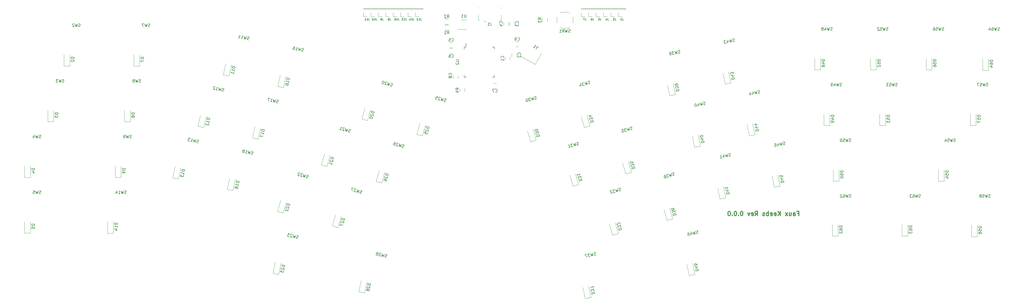
<source format=gbo>
G04 #@! TF.GenerationSoftware,KiCad,Pcbnew,(5.1.2)-1*
G04 #@! TF.CreationDate,2019-07-31T01:32:42-07:00*
G04 #@! TF.ProjectId,arisu,61726973-752e-46b6-9963-61645f706362,1.1*
G04 #@! TF.SameCoordinates,Original*
G04 #@! TF.FileFunction,Legend,Bot*
G04 #@! TF.FilePolarity,Positive*
%FSLAX46Y46*%
G04 Gerber Fmt 4.6, Leading zero omitted, Abs format (unit mm)*
G04 Created by KiCad (PCBNEW (5.1.2)-1) date 2019-07-31 01:32:42*
%MOMM*%
%LPD*%
G04 APERTURE LIST*
%ADD10C,0.300000*%
%ADD11C,0.120000*%
%ADD12C,0.150000*%
%ADD13R,1.302000X1.002000*%
%ADD14C,2.302000*%
%ADD15C,4.102000*%
%ADD16C,1.802000*%
%ADD17C,3.152000*%
%ADD18C,4.502000*%
%ADD19R,1.352000X1.602000*%
%ADD20R,1.602000X1.352000*%
%ADD21C,1.002000*%
%ADD22C,0.100000*%
%ADD23R,1.602000X2.002000*%
%ADD24C,1.552000*%
%ADD25R,0.502000X1.452000*%
%ADD26O,1.302000X2.002000*%
%ADD27R,1.302000X2.002000*%
%ADD28R,1.802000X1.802000*%
%ADD29R,1.602000X1.402000*%
%ADD30R,1.402000X1.602000*%
%ADD31R,1.802000X1.102000*%
%ADD32C,1.902000*%
%ADD33R,1.662000X0.752000*%
%ADD34R,0.652000X1.602000*%
%ADD35R,1.602000X0.652000*%
G04 APERTURE END LIST*
D10*
X311645902Y-105858927D02*
X312145902Y-105858927D01*
X312145902Y-106644641D02*
X312145902Y-105144641D01*
X311431617Y-105144641D01*
X310217331Y-106644641D02*
X310217331Y-105858927D01*
X310288760Y-105716070D01*
X310431617Y-105644641D01*
X310717331Y-105644641D01*
X310860188Y-105716070D01*
X310217331Y-106573212D02*
X310360188Y-106644641D01*
X310717331Y-106644641D01*
X310860188Y-106573212D01*
X310931617Y-106430355D01*
X310931617Y-106287498D01*
X310860188Y-106144641D01*
X310717331Y-106073212D01*
X310360188Y-106073212D01*
X310217331Y-106001784D01*
X308860188Y-105644641D02*
X308860188Y-106644641D01*
X309503045Y-105644641D02*
X309503045Y-106430355D01*
X309431617Y-106573212D01*
X309288760Y-106644641D01*
X309074474Y-106644641D01*
X308931617Y-106573212D01*
X308860188Y-106501784D01*
X308288760Y-106644641D02*
X307503045Y-105644641D01*
X308288760Y-105644641D02*
X307503045Y-106644641D01*
X305788760Y-106644641D02*
X305788760Y-105144641D01*
X304931617Y-106644641D02*
X305574474Y-105787498D01*
X304931617Y-105144641D02*
X305788760Y-106001784D01*
X303717331Y-106573212D02*
X303860188Y-106644641D01*
X304145902Y-106644641D01*
X304288760Y-106573212D01*
X304360188Y-106430355D01*
X304360188Y-105858927D01*
X304288760Y-105716070D01*
X304145902Y-105644641D01*
X303860188Y-105644641D01*
X303717331Y-105716070D01*
X303645902Y-105858927D01*
X303645902Y-106001784D01*
X304360188Y-106144641D01*
X302431617Y-106573212D02*
X302574474Y-106644641D01*
X302860188Y-106644641D01*
X303003045Y-106573212D01*
X303074474Y-106430355D01*
X303074474Y-105858927D01*
X303003045Y-105716070D01*
X302860188Y-105644641D01*
X302574474Y-105644641D01*
X302431617Y-105716070D01*
X302360188Y-105858927D01*
X302360188Y-106001784D01*
X303074474Y-106144641D01*
X301717331Y-106644641D02*
X301717331Y-105144641D01*
X301717331Y-105716070D02*
X301574474Y-105644641D01*
X301288760Y-105644641D01*
X301145902Y-105716070D01*
X301074474Y-105787498D01*
X301003045Y-105930355D01*
X301003045Y-106358927D01*
X301074474Y-106501784D01*
X301145902Y-106573212D01*
X301288760Y-106644641D01*
X301574474Y-106644641D01*
X301717331Y-106573212D01*
X300431617Y-106573212D02*
X300288760Y-106644641D01*
X300003045Y-106644641D01*
X299860188Y-106573212D01*
X299788760Y-106430355D01*
X299788760Y-106358927D01*
X299860188Y-106216070D01*
X300003045Y-106144641D01*
X300217331Y-106144641D01*
X300360188Y-106073212D01*
X300431617Y-105930355D01*
X300431617Y-105858927D01*
X300360188Y-105716070D01*
X300217331Y-105644641D01*
X300003045Y-105644641D01*
X299860188Y-105716070D01*
X297145902Y-106644641D02*
X297645902Y-105930355D01*
X298003045Y-106644641D02*
X298003045Y-105144641D01*
X297431617Y-105144641D01*
X297288760Y-105216070D01*
X297217331Y-105287498D01*
X297145902Y-105430355D01*
X297145902Y-105644641D01*
X297217331Y-105787498D01*
X297288760Y-105858927D01*
X297431617Y-105930355D01*
X298003045Y-105930355D01*
X295931617Y-106573212D02*
X296074474Y-106644641D01*
X296360188Y-106644641D01*
X296503045Y-106573212D01*
X296574474Y-106430355D01*
X296574474Y-105858927D01*
X296503045Y-105716070D01*
X296360188Y-105644641D01*
X296074474Y-105644641D01*
X295931617Y-105716070D01*
X295860188Y-105858927D01*
X295860188Y-106001784D01*
X296574474Y-106144641D01*
X295360188Y-105644641D02*
X295003045Y-106644641D01*
X294645902Y-105644641D01*
X292645902Y-105144641D02*
X292503045Y-105144641D01*
X292360188Y-105216070D01*
X292288760Y-105287498D01*
X292217331Y-105430355D01*
X292145902Y-105716070D01*
X292145902Y-106073212D01*
X292217331Y-106358927D01*
X292288760Y-106501784D01*
X292360188Y-106573212D01*
X292503045Y-106644641D01*
X292645902Y-106644641D01*
X292788760Y-106573212D01*
X292860188Y-106501784D01*
X292931617Y-106358927D01*
X293003045Y-106073212D01*
X293003045Y-105716070D01*
X292931617Y-105430355D01*
X292860188Y-105287498D01*
X292788760Y-105216070D01*
X292645902Y-105144641D01*
X291503045Y-106501784D02*
X291431617Y-106573212D01*
X291503045Y-106644641D01*
X291574474Y-106573212D01*
X291503045Y-106501784D01*
X291503045Y-106644641D01*
X290503045Y-105144641D02*
X290360188Y-105144641D01*
X290217331Y-105216070D01*
X290145902Y-105287498D01*
X290074474Y-105430355D01*
X290003045Y-105716070D01*
X290003045Y-106073212D01*
X290074474Y-106358927D01*
X290145902Y-106501784D01*
X290217331Y-106573212D01*
X290360188Y-106644641D01*
X290503045Y-106644641D01*
X290645902Y-106573212D01*
X290717331Y-106501784D01*
X290788760Y-106358927D01*
X290860188Y-106073212D01*
X290860188Y-105716070D01*
X290788760Y-105430355D01*
X290717331Y-105287498D01*
X290645902Y-105216070D01*
X290503045Y-105144641D01*
X289360188Y-106501784D02*
X289288760Y-106573212D01*
X289360188Y-106644641D01*
X289431617Y-106573212D01*
X289360188Y-106501784D01*
X289360188Y-106644641D01*
X288360188Y-105144641D02*
X288217331Y-105144641D01*
X288074474Y-105216070D01*
X288003045Y-105287498D01*
X287931617Y-105430355D01*
X287860188Y-105716070D01*
X287860188Y-106073212D01*
X287931617Y-106358927D01*
X288003045Y-106501784D01*
X288074474Y-106573212D01*
X288217331Y-106644641D01*
X288360188Y-106644641D01*
X288503045Y-106573212D01*
X288574474Y-106501784D01*
X288645902Y-106358927D01*
X288717331Y-106073212D01*
X288717331Y-105716070D01*
X288645902Y-105430355D01*
X288574474Y-105287498D01*
X288503045Y-105216070D01*
X288360188Y-105144641D01*
D11*
X349324040Y-113598133D02*
X349324040Y-109698133D01*
X347324040Y-113598133D02*
X347324040Y-109698133D01*
X349324040Y-113598133D02*
X347324040Y-113598133D01*
X376920000Y-56860000D02*
X376920000Y-52960000D01*
X374920000Y-56860000D02*
X374920000Y-52960000D01*
X376920000Y-56860000D02*
X374920000Y-56860000D01*
X211700490Y-53300300D02*
X211700490Y-52300300D01*
X213400490Y-52300300D02*
X213400490Y-53300300D01*
X215686490Y-51157300D02*
X215686490Y-52157300D01*
X213986490Y-52157300D02*
X213986490Y-51157300D01*
X214940380Y-40441670D02*
X214940380Y-41441670D01*
X213240380Y-41441670D02*
X213240380Y-40441670D01*
X212908380Y-40441670D02*
X212908380Y-41441670D01*
X211208380Y-41441670D02*
X211208380Y-40441670D01*
X192766490Y-47378300D02*
X193766490Y-47378300D01*
X193766490Y-49078300D02*
X192766490Y-49078300D01*
X192766490Y-49410300D02*
X193766490Y-49410300D01*
X193766490Y-51110300D02*
X192766490Y-51110300D01*
X208732490Y-63048300D02*
X207732490Y-63048300D01*
X207732490Y-61348300D02*
X208732490Y-61348300D01*
X195620490Y-58650300D02*
X195620490Y-59650300D01*
X193920490Y-59650300D02*
X193920490Y-58650300D01*
X216332490Y-48824300D02*
X215332490Y-48824300D01*
X215332490Y-47124300D02*
X216332490Y-47124300D01*
X62943083Y-55375157D02*
X60943083Y-55375157D01*
X60943083Y-55375157D02*
X60943083Y-51475157D01*
X62943083Y-55375157D02*
X62943083Y-51475157D01*
X57384333Y-74425157D02*
X55384333Y-74425157D01*
X55384333Y-74425157D02*
X55384333Y-70525157D01*
X57384333Y-74425157D02*
X57384333Y-70525157D01*
X49456833Y-93475157D02*
X47456833Y-93475157D01*
X47456833Y-93475157D02*
X47456833Y-89575157D01*
X49456833Y-93475157D02*
X49456833Y-89575157D01*
X49456833Y-112525157D02*
X47456833Y-112525157D01*
X47456833Y-112525157D02*
X47456833Y-108625157D01*
X49456833Y-112525157D02*
X49456833Y-108625157D01*
X86750583Y-55375157D02*
X84750583Y-55375157D01*
X84750583Y-55375157D02*
X84750583Y-51475157D01*
X86750583Y-55375157D02*
X86750583Y-51475157D01*
X83580583Y-74425157D02*
X81580583Y-74425157D01*
X81580583Y-74425157D02*
X81580583Y-70525157D01*
X83580583Y-74425157D02*
X83580583Y-70525157D01*
X80410583Y-93475157D02*
X78410583Y-93475157D01*
X78410583Y-93475157D02*
X78410583Y-89575157D01*
X80410583Y-93475157D02*
X80410583Y-89575157D01*
X117300929Y-58773901D02*
X115344634Y-58358077D01*
X115344634Y-58358077D02*
X116155490Y-54543302D01*
X117300929Y-58773901D02*
X118111785Y-54959125D01*
X108680929Y-76413901D02*
X106724634Y-75998077D01*
X106724634Y-75998077D02*
X107535490Y-72183302D01*
X108680929Y-76413901D02*
X109491785Y-72599125D01*
X100060929Y-94053901D02*
X98104634Y-93638077D01*
X98104634Y-93638077D02*
X98915490Y-89823302D01*
X100060929Y-94053901D02*
X100871785Y-90239125D01*
X77767120Y-112619862D02*
X75767120Y-112619862D01*
X75767120Y-112619862D02*
X75767120Y-108719862D01*
X77767120Y-112619862D02*
X77767120Y-108719862D01*
X135930929Y-62733901D02*
X133974634Y-62318077D01*
X133974634Y-62318077D02*
X134785490Y-58503302D01*
X135930929Y-62733901D02*
X136741785Y-58919125D01*
X127310929Y-80373901D02*
X125354634Y-79958077D01*
X125354634Y-79958077D02*
X126165490Y-76143302D01*
X127310929Y-80373901D02*
X128121785Y-76559125D01*
X118690929Y-98013901D02*
X116734634Y-97598077D01*
X116734634Y-97598077D02*
X117545490Y-93783302D01*
X118690929Y-98013901D02*
X119501785Y-94199125D01*
X164648018Y-74048633D02*
X162725494Y-73497358D01*
X162725494Y-73497358D02*
X163800480Y-69748438D01*
X164648018Y-74048633D02*
X165723003Y-70299713D01*
X150796873Y-89733633D02*
X148874349Y-89182358D01*
X148874349Y-89182358D02*
X149949335Y-85433438D01*
X150796873Y-89733633D02*
X151871858Y-85984713D01*
X135803312Y-105685554D02*
X133880788Y-105134279D01*
X133880788Y-105134279D02*
X134955774Y-101385359D01*
X135803312Y-105685554D02*
X136878297Y-101936634D01*
X134280986Y-126736784D02*
X132324691Y-126320960D01*
X132324691Y-126320960D02*
X133135547Y-122506185D01*
X134280986Y-126736784D02*
X135091842Y-122922008D01*
X183435280Y-79298633D02*
X181512756Y-78747358D01*
X181512756Y-78747358D02*
X182587742Y-74998438D01*
X183435280Y-79298633D02*
X184510265Y-75549713D01*
X169493775Y-95384528D02*
X167571251Y-94833253D01*
X167571251Y-94833253D02*
X168646237Y-91084333D01*
X169493775Y-95384528D02*
X170568760Y-91635608D01*
X154529682Y-110673633D02*
X152607158Y-110122358D01*
X152607158Y-110122358D02*
X153682144Y-106373438D01*
X154529682Y-110673633D02*
X155604667Y-106924713D01*
X163626656Y-133078044D02*
X161670361Y-132662220D01*
X161670361Y-132662220D02*
X162481217Y-128847445D01*
X163626656Y-133078044D02*
X164437512Y-129263268D01*
X222312937Y-80752905D02*
X220390413Y-81304180D01*
X220390413Y-81304180D02*
X219315428Y-77555260D01*
X222312937Y-80752905D02*
X221237951Y-77003985D01*
X236790002Y-95946971D02*
X234867478Y-96498246D01*
X234867478Y-96498246D02*
X233792493Y-92749326D01*
X236790002Y-95946971D02*
X235715016Y-92198051D01*
X250361046Y-112741913D02*
X248438522Y-113293188D01*
X248438522Y-113293188D02*
X247363537Y-109544268D01*
X250361046Y-112741913D02*
X249286060Y-108992993D01*
X240720749Y-75894758D02*
X238798225Y-76446033D01*
X238798225Y-76446033D02*
X237723240Y-72697113D01*
X240720749Y-75894758D02*
X239645763Y-72145838D01*
X254841176Y-91798763D02*
X252918652Y-92350038D01*
X252918652Y-92350038D02*
X251843667Y-88601118D01*
X254841176Y-91798763D02*
X253766190Y-88049843D01*
X268968086Y-107698213D02*
X267045562Y-108249488D01*
X267045562Y-108249488D02*
X265970577Y-104500568D01*
X268968086Y-107698213D02*
X267893100Y-103949293D01*
X241042339Y-134562338D02*
X239086044Y-134978162D01*
X239086044Y-134978162D02*
X238275188Y-131163386D01*
X241042339Y-134562338D02*
X240231483Y-130747563D01*
X269898206Y-65146383D02*
X267941911Y-65562207D01*
X267941911Y-65562207D02*
X267131055Y-61747431D01*
X269898206Y-65146383D02*
X269087350Y-61331608D01*
X278463280Y-82786383D02*
X276506985Y-83202207D01*
X276506985Y-83202207D02*
X275696129Y-79387431D01*
X278463280Y-82786383D02*
X277652424Y-78971608D01*
X287080780Y-100426383D02*
X285124485Y-100842207D01*
X285124485Y-100842207D02*
X284313629Y-97027431D01*
X287080780Y-100426383D02*
X286269924Y-96611608D01*
X288883456Y-61185663D02*
X286927161Y-61601487D01*
X286927161Y-61601487D02*
X286116305Y-57786711D01*
X288883456Y-61185663D02*
X288072600Y-57370888D01*
X297096990Y-78825663D02*
X295140695Y-79241487D01*
X295140695Y-79241487D02*
X294329839Y-75426711D01*
X297096990Y-78825663D02*
X296286134Y-75010888D01*
X305714490Y-96465663D02*
X303758195Y-96881487D01*
X303758195Y-96881487D02*
X302947339Y-93066711D01*
X305714490Y-96465663D02*
X304903634Y-92650888D01*
X276587975Y-126702895D02*
X274631680Y-127118719D01*
X274631680Y-127118719D02*
X273820824Y-123303943D01*
X276587975Y-126702895D02*
X275777119Y-122888120D01*
X319506479Y-56651218D02*
X317506479Y-56651218D01*
X317506479Y-56651218D02*
X317506479Y-52751218D01*
X319506479Y-56651218D02*
X319506479Y-52751218D01*
X322681479Y-75701218D02*
X320681479Y-75701218D01*
X320681479Y-75701218D02*
X320681479Y-71801218D01*
X322681479Y-75701218D02*
X322681479Y-71801218D01*
X325856479Y-94751218D02*
X323856479Y-94751218D01*
X323856479Y-94751218D02*
X323856479Y-90851218D01*
X325856479Y-94751218D02*
X325856479Y-90851218D01*
X338556479Y-56651218D02*
X336556479Y-56651218D01*
X336556479Y-56651218D02*
X336556479Y-52751218D01*
X338556479Y-56651218D02*
X338556479Y-52751218D01*
X341731479Y-75701218D02*
X339731479Y-75701218D01*
X339731479Y-75701218D02*
X339731479Y-71801218D01*
X341731479Y-75701218D02*
X341731479Y-71801218D01*
X361760890Y-94751218D02*
X359760890Y-94751218D01*
X359760890Y-94751218D02*
X359760890Y-90851218D01*
X361760890Y-94751218D02*
X361760890Y-90851218D01*
X357606479Y-56651218D02*
X355606479Y-56651218D01*
X355606479Y-56651218D02*
X355606479Y-52751218D01*
X357606479Y-56651218D02*
X357606479Y-52751218D01*
X372687729Y-75701218D02*
X370687729Y-75701218D01*
X370687729Y-75701218D02*
X370687729Y-71801218D01*
X372687729Y-75701218D02*
X372687729Y-71801218D01*
X373110000Y-113801203D02*
X371110000Y-113801203D01*
X371110000Y-113801203D02*
X371110000Y-109901203D01*
X373110000Y-113801203D02*
X373110000Y-109901203D01*
X325516560Y-113598133D02*
X323516560Y-113598133D01*
X323516560Y-113598133D02*
X323516560Y-109698133D01*
X325516560Y-113598133D02*
X325516560Y-109698133D01*
X202566235Y-39723670D02*
X203016235Y-39723670D01*
X202566235Y-37873670D02*
X202566235Y-39723670D01*
X210366235Y-35323670D02*
X210366235Y-35573670D01*
X202566235Y-35323670D02*
X202566235Y-35573670D01*
X210366235Y-37873670D02*
X210366235Y-39723670D01*
X210366235Y-39723670D02*
X209916235Y-39723670D01*
X204766235Y-40273670D02*
X205216235Y-40273670D01*
X204766235Y-40273670D02*
X204766235Y-39823670D01*
X250352380Y-35801670D02*
X253012380Y-35801670D01*
X250352380Y-35861670D02*
X250352380Y-35801670D01*
X253012380Y-35861670D02*
X253012380Y-35801670D01*
X250352380Y-35861670D02*
X253012380Y-35861670D01*
X250352380Y-37131670D02*
X250352380Y-38461670D01*
X250352380Y-38461670D02*
X251682380Y-38461670D01*
X247812380Y-35801670D02*
X250472380Y-35801670D01*
X247812380Y-35861670D02*
X247812380Y-35801670D01*
X250472380Y-35861670D02*
X250472380Y-35801670D01*
X247812380Y-35861670D02*
X250472380Y-35861670D01*
X247812380Y-37131670D02*
X247812380Y-38461670D01*
X247812380Y-38461670D02*
X249142380Y-38461670D01*
X245272380Y-35801670D02*
X247932380Y-35801670D01*
X245272380Y-35861670D02*
X245272380Y-35801670D01*
X247932380Y-35861670D02*
X247932380Y-35801670D01*
X245272380Y-35861670D02*
X247932380Y-35861670D01*
X245272380Y-37131670D02*
X245272380Y-38461670D01*
X245272380Y-38461670D02*
X246602380Y-38461670D01*
X242732380Y-35801670D02*
X245392380Y-35801670D01*
X242732380Y-35861670D02*
X242732380Y-35801670D01*
X245392380Y-35861670D02*
X245392380Y-35801670D01*
X242732380Y-35861670D02*
X245392380Y-35861670D01*
X242732380Y-37131670D02*
X242732380Y-38461670D01*
X242732380Y-38461670D02*
X244062380Y-38461670D01*
X240192380Y-35801670D02*
X242852380Y-35801670D01*
X240192380Y-35861670D02*
X240192380Y-35801670D01*
X242852380Y-35861670D02*
X242852380Y-35801670D01*
X240192380Y-35861670D02*
X242852380Y-35861670D01*
X240192380Y-37131670D02*
X240192380Y-38461670D01*
X240192380Y-38461670D02*
X241522380Y-38461670D01*
X237652380Y-35801670D02*
X240312380Y-35801670D01*
X237652380Y-35861670D02*
X237652380Y-35801670D01*
X240312380Y-35861670D02*
X240312380Y-35801670D01*
X237652380Y-35861670D02*
X240312380Y-35861670D01*
X237652380Y-37131670D02*
X237652380Y-38461670D01*
X237652380Y-38461670D02*
X238982380Y-38461670D01*
X170850380Y-35801670D02*
X173510380Y-35801670D01*
X170850380Y-35861670D02*
X170850380Y-35801670D01*
X173510380Y-35861670D02*
X173510380Y-35801670D01*
X170850380Y-35861670D02*
X173510380Y-35861670D01*
X170850380Y-37131670D02*
X170850380Y-38461670D01*
X170850380Y-38461670D02*
X172180380Y-38461670D01*
X168310380Y-35801670D02*
X170970380Y-35801670D01*
X168310380Y-35861670D02*
X168310380Y-35801670D01*
X170970380Y-35861670D02*
X170970380Y-35801670D01*
X168310380Y-35861670D02*
X170970380Y-35861670D01*
X168310380Y-37131670D02*
X168310380Y-38461670D01*
X168310380Y-38461670D02*
X169640380Y-38461670D01*
X165770380Y-35801670D02*
X168430380Y-35801670D01*
X165770380Y-35861670D02*
X165770380Y-35801670D01*
X168430380Y-35861670D02*
X168430380Y-35801670D01*
X165770380Y-35861670D02*
X168430380Y-35861670D01*
X165770380Y-37131670D02*
X165770380Y-38461670D01*
X165770380Y-38461670D02*
X167100380Y-38461670D01*
X163230380Y-35801670D02*
X165890380Y-35801670D01*
X163230380Y-35861670D02*
X163230380Y-35801670D01*
X165890380Y-35861670D02*
X165890380Y-35801670D01*
X163230380Y-35861670D02*
X165890380Y-35861670D01*
X163230380Y-37131670D02*
X163230380Y-38461670D01*
X163230380Y-38461670D02*
X164560380Y-38461670D01*
X191138380Y-43091670D02*
X192338380Y-43091670D01*
X192338380Y-41331670D02*
X191138380Y-41331670D01*
X192338380Y-39299670D02*
X191138380Y-39299670D01*
X191138380Y-41059670D02*
X192338380Y-41059670D01*
X226146380Y-40271670D02*
X226146380Y-39071670D01*
X224386380Y-39071670D02*
X224386380Y-40271670D01*
X197936490Y-64242300D02*
X197936490Y-63042300D01*
X196176490Y-63042300D02*
X196176490Y-64242300D01*
X233824380Y-41971670D02*
X233374380Y-42421670D01*
X230424380Y-41971670D02*
X230874380Y-42421670D01*
X230424380Y-37371670D02*
X230874380Y-36921670D01*
X233824380Y-37371670D02*
X233374380Y-36921670D01*
X229374380Y-38671670D02*
X229374380Y-40671670D01*
X233374380Y-42421670D02*
X230874380Y-42421670D01*
X234874380Y-38671670D02*
X234874380Y-40671670D01*
X233374380Y-36921670D02*
X230874380Y-36921670D01*
X224116759Y-50975044D02*
X221916759Y-54785556D01*
X221916759Y-54785556D02*
X217240221Y-52085556D01*
X198480380Y-42805670D02*
X195530380Y-42805670D01*
X196680380Y-39585670D02*
X198480380Y-39585670D01*
D12*
X197723490Y-48895300D02*
X198298490Y-48895300D01*
X197723490Y-59245300D02*
X198398490Y-59245300D01*
X208073490Y-59245300D02*
X207398490Y-59245300D01*
X208073490Y-48895300D02*
X207398490Y-48895300D01*
X197723490Y-48895300D02*
X197723490Y-49570300D01*
X208073490Y-48895300D02*
X208073490Y-49570300D01*
X208073490Y-59245300D02*
X208073490Y-58570300D01*
X197723490Y-59245300D02*
X197723490Y-58570300D01*
X198298490Y-48895300D02*
X198298490Y-47620300D01*
D11*
X181010380Y-35801670D02*
X183670380Y-35801670D01*
X181010380Y-35861670D02*
X181010380Y-35801670D01*
X183670380Y-35861670D02*
X183670380Y-35801670D01*
X181010380Y-35861670D02*
X183670380Y-35861670D01*
X181010380Y-37131670D02*
X181010380Y-38461670D01*
X181010380Y-38461670D02*
X182340380Y-38461670D01*
X175930380Y-35801670D02*
X178590380Y-35801670D01*
X175930380Y-35861670D02*
X175930380Y-35801670D01*
X178590380Y-35861670D02*
X178590380Y-35801670D01*
X175930380Y-35861670D02*
X178590380Y-35861670D01*
X175930380Y-37131670D02*
X175930380Y-38461670D01*
X175930380Y-38461670D02*
X177260380Y-38461670D01*
X178470380Y-38461670D02*
X179800380Y-38461670D01*
X178470380Y-37131670D02*
X178470380Y-38461670D01*
X178470380Y-35861670D02*
X181130380Y-35861670D01*
X181130380Y-35861670D02*
X181130380Y-35801670D01*
X178470380Y-35861670D02*
X178470380Y-35801670D01*
X178470380Y-35801670D02*
X181130380Y-35801670D01*
X173390380Y-38461670D02*
X174720380Y-38461670D01*
X173390380Y-37131670D02*
X173390380Y-38461670D01*
X173390380Y-35861670D02*
X176050380Y-35861670D01*
X176050380Y-35861670D02*
X176050380Y-35801670D01*
X173390380Y-35861670D02*
X173390380Y-35801670D01*
X173390380Y-35801670D02*
X176050380Y-35801670D01*
D12*
X350776420Y-110133847D02*
X349776420Y-110133847D01*
X349776420Y-110371942D01*
X349824040Y-110514799D01*
X349919278Y-110610037D01*
X350014516Y-110657656D01*
X350204992Y-110705275D01*
X350347849Y-110705275D01*
X350538325Y-110657656D01*
X350633563Y-110610037D01*
X350728801Y-110514799D01*
X350776420Y-110371942D01*
X350776420Y-110133847D01*
X349776420Y-111562418D02*
X349776420Y-111371942D01*
X349824040Y-111276704D01*
X349871659Y-111229085D01*
X350014516Y-111133847D01*
X350204992Y-111086228D01*
X350585944Y-111086228D01*
X350681182Y-111133847D01*
X350728801Y-111181466D01*
X350776420Y-111276704D01*
X350776420Y-111467180D01*
X350728801Y-111562418D01*
X350681182Y-111610037D01*
X350585944Y-111657656D01*
X350347849Y-111657656D01*
X350252611Y-111610037D01*
X350204992Y-111562418D01*
X350157373Y-111467180D01*
X350157373Y-111276704D01*
X350204992Y-111181466D01*
X350252611Y-111133847D01*
X350347849Y-111086228D01*
X349776420Y-111990990D02*
X349776420Y-112610037D01*
X350157373Y-112276704D01*
X350157373Y-112419561D01*
X350204992Y-112514799D01*
X350252611Y-112562418D01*
X350347849Y-112610037D01*
X350585944Y-112610037D01*
X350681182Y-112562418D01*
X350728801Y-112514799D01*
X350776420Y-112419561D01*
X350776420Y-112133847D01*
X350728801Y-112038609D01*
X350681182Y-111990990D01*
X378372380Y-53395714D02*
X377372380Y-53395714D01*
X377372380Y-53633809D01*
X377420000Y-53776666D01*
X377515238Y-53871904D01*
X377610476Y-53919523D01*
X377800952Y-53967142D01*
X377943809Y-53967142D01*
X378134285Y-53919523D01*
X378229523Y-53871904D01*
X378324761Y-53776666D01*
X378372380Y-53633809D01*
X378372380Y-53395714D01*
X377372380Y-54824285D02*
X377372380Y-54633809D01*
X377420000Y-54538571D01*
X377467619Y-54490952D01*
X377610476Y-54395714D01*
X377800952Y-54348095D01*
X378181904Y-54348095D01*
X378277142Y-54395714D01*
X378324761Y-54443333D01*
X378372380Y-54538571D01*
X378372380Y-54729047D01*
X378324761Y-54824285D01*
X378277142Y-54871904D01*
X378181904Y-54919523D01*
X377943809Y-54919523D01*
X377848571Y-54871904D01*
X377800952Y-54824285D01*
X377753333Y-54729047D01*
X377753333Y-54538571D01*
X377800952Y-54443333D01*
X377848571Y-54395714D01*
X377943809Y-54348095D01*
X377705714Y-55776666D02*
X378372380Y-55776666D01*
X377324761Y-55538571D02*
X378039047Y-55300476D01*
X378039047Y-55919523D01*
X380691002Y-43156979D02*
X380548145Y-43204598D01*
X380310050Y-43204598D01*
X380214812Y-43156979D01*
X380167193Y-43109360D01*
X380119574Y-43014122D01*
X380119574Y-42918884D01*
X380167193Y-42823646D01*
X380214812Y-42776027D01*
X380310050Y-42728408D01*
X380500526Y-42680789D01*
X380595764Y-42633170D01*
X380643383Y-42585551D01*
X380691002Y-42490313D01*
X380691002Y-42395075D01*
X380643383Y-42299837D01*
X380595764Y-42252218D01*
X380500526Y-42204598D01*
X380262431Y-42204598D01*
X380119574Y-42252218D01*
X379786240Y-42204598D02*
X379548145Y-43204598D01*
X379357669Y-42490313D01*
X379167193Y-43204598D01*
X378929098Y-42204598D01*
X378119574Y-42204598D02*
X378310050Y-42204598D01*
X378405288Y-42252218D01*
X378452907Y-42299837D01*
X378548145Y-42442694D01*
X378595764Y-42633170D01*
X378595764Y-43014122D01*
X378548145Y-43109360D01*
X378500526Y-43156979D01*
X378405288Y-43204598D01*
X378214812Y-43204598D01*
X378119574Y-43156979D01*
X378071955Y-43109360D01*
X378024336Y-43014122D01*
X378024336Y-42776027D01*
X378071955Y-42680789D01*
X378119574Y-42633170D01*
X378214812Y-42585551D01*
X378405288Y-42585551D01*
X378500526Y-42633170D01*
X378548145Y-42680789D01*
X378595764Y-42776027D01*
X377167193Y-42537932D02*
X377167193Y-43204598D01*
X377405288Y-42156979D02*
X377643383Y-42871265D01*
X377024336Y-42871265D01*
X353705413Y-100306964D02*
X353562556Y-100354583D01*
X353324461Y-100354583D01*
X353229223Y-100306964D01*
X353181604Y-100259345D01*
X353133985Y-100164107D01*
X353133985Y-100068869D01*
X353181604Y-99973631D01*
X353229223Y-99926012D01*
X353324461Y-99878393D01*
X353514937Y-99830774D01*
X353610175Y-99783155D01*
X353657794Y-99735536D01*
X353705413Y-99640298D01*
X353705413Y-99545060D01*
X353657794Y-99449822D01*
X353610175Y-99402203D01*
X353514937Y-99354583D01*
X353276842Y-99354583D01*
X353133985Y-99402203D01*
X352800651Y-99354583D02*
X352562556Y-100354583D01*
X352372080Y-99640298D01*
X352181604Y-100354583D01*
X351943509Y-99354583D01*
X351133985Y-99354583D02*
X351324461Y-99354583D01*
X351419699Y-99402203D01*
X351467318Y-99449822D01*
X351562556Y-99592679D01*
X351610175Y-99783155D01*
X351610175Y-100164107D01*
X351562556Y-100259345D01*
X351514937Y-100306964D01*
X351419699Y-100354583D01*
X351229223Y-100354583D01*
X351133985Y-100306964D01*
X351086366Y-100259345D01*
X351038747Y-100164107D01*
X351038747Y-99926012D01*
X351086366Y-99830774D01*
X351133985Y-99783155D01*
X351229223Y-99735536D01*
X351419699Y-99735536D01*
X351514937Y-99783155D01*
X351562556Y-99830774D01*
X351610175Y-99926012D01*
X350705413Y-99354583D02*
X350086366Y-99354583D01*
X350419699Y-99735536D01*
X350276842Y-99735536D01*
X350181604Y-99783155D01*
X350133985Y-99830774D01*
X350086366Y-99926012D01*
X350086366Y-100164107D01*
X350133985Y-100259345D01*
X350181604Y-100306964D01*
X350276842Y-100354583D01*
X350562556Y-100354583D01*
X350657794Y-100306964D01*
X350705413Y-100259345D01*
X329897913Y-100306964D02*
X329755056Y-100354583D01*
X329516961Y-100354583D01*
X329421723Y-100306964D01*
X329374104Y-100259345D01*
X329326485Y-100164107D01*
X329326485Y-100068869D01*
X329374104Y-99973631D01*
X329421723Y-99926012D01*
X329516961Y-99878393D01*
X329707437Y-99830774D01*
X329802675Y-99783155D01*
X329850294Y-99735536D01*
X329897913Y-99640298D01*
X329897913Y-99545060D01*
X329850294Y-99449822D01*
X329802675Y-99402203D01*
X329707437Y-99354583D01*
X329469342Y-99354583D01*
X329326485Y-99402203D01*
X328993151Y-99354583D02*
X328755056Y-100354583D01*
X328564580Y-99640298D01*
X328374104Y-100354583D01*
X328136009Y-99354583D01*
X327326485Y-99354583D02*
X327516961Y-99354583D01*
X327612199Y-99402203D01*
X327659818Y-99449822D01*
X327755056Y-99592679D01*
X327802675Y-99783155D01*
X327802675Y-100164107D01*
X327755056Y-100259345D01*
X327707437Y-100306964D01*
X327612199Y-100354583D01*
X327421723Y-100354583D01*
X327326485Y-100306964D01*
X327278866Y-100259345D01*
X327231247Y-100164107D01*
X327231247Y-99926012D01*
X327278866Y-99830774D01*
X327326485Y-99783155D01*
X327421723Y-99735536D01*
X327612199Y-99735536D01*
X327707437Y-99783155D01*
X327755056Y-99830774D01*
X327802675Y-99926012D01*
X326850294Y-99449822D02*
X326802675Y-99402203D01*
X326707437Y-99354583D01*
X326469342Y-99354583D01*
X326374104Y-99402203D01*
X326326485Y-99449822D01*
X326278866Y-99545060D01*
X326278866Y-99640298D01*
X326326485Y-99783155D01*
X326897913Y-100354583D01*
X326278866Y-100354583D01*
X377517913Y-100306964D02*
X377375056Y-100354583D01*
X377136961Y-100354583D01*
X377041723Y-100306964D01*
X376994104Y-100259345D01*
X376946485Y-100164107D01*
X376946485Y-100068869D01*
X376994104Y-99973631D01*
X377041723Y-99926012D01*
X377136961Y-99878393D01*
X377327437Y-99830774D01*
X377422675Y-99783155D01*
X377470294Y-99735536D01*
X377517913Y-99640298D01*
X377517913Y-99545060D01*
X377470294Y-99449822D01*
X377422675Y-99402203D01*
X377327437Y-99354583D01*
X377089342Y-99354583D01*
X376946485Y-99402203D01*
X376613151Y-99354583D02*
X376375056Y-100354583D01*
X376184580Y-99640298D01*
X375994104Y-100354583D01*
X375756009Y-99354583D01*
X374898866Y-99354583D02*
X375375056Y-99354583D01*
X375422675Y-99830774D01*
X375375056Y-99783155D01*
X375279818Y-99735536D01*
X375041723Y-99735536D01*
X374946485Y-99783155D01*
X374898866Y-99830774D01*
X374851247Y-99926012D01*
X374851247Y-100164107D01*
X374898866Y-100259345D01*
X374946485Y-100306964D01*
X375041723Y-100354583D01*
X375279818Y-100354583D01*
X375375056Y-100306964D01*
X375422675Y-100259345D01*
X374279818Y-99783155D02*
X374375056Y-99735536D01*
X374422675Y-99687917D01*
X374470294Y-99592679D01*
X374470294Y-99545060D01*
X374422675Y-99449822D01*
X374375056Y-99402203D01*
X374279818Y-99354583D01*
X374089342Y-99354583D01*
X373994104Y-99402203D01*
X373946485Y-99449822D01*
X373898866Y-99545060D01*
X373898866Y-99592679D01*
X373946485Y-99687917D01*
X373994104Y-99735536D01*
X374089342Y-99783155D01*
X374279818Y-99783155D01*
X374375056Y-99830774D01*
X374422675Y-99878393D01*
X374470294Y-99973631D01*
X374470294Y-100164107D01*
X374422675Y-100259345D01*
X374375056Y-100306964D01*
X374279818Y-100354583D01*
X374089342Y-100354583D01*
X373994104Y-100306964D01*
X373946485Y-100259345D01*
X373898866Y-100164107D01*
X373898866Y-99973631D01*
X373946485Y-99878393D01*
X373994104Y-99830774D01*
X374089342Y-99783155D01*
X242785907Y-120088966D02*
X242656072Y-120165246D01*
X242423180Y-120214749D01*
X242320122Y-120187972D01*
X242263643Y-120151294D01*
X242197263Y-120068038D01*
X242177462Y-119974881D01*
X242204240Y-119871823D01*
X242240918Y-119815344D01*
X242324174Y-119748965D01*
X242500587Y-119662784D01*
X242583844Y-119596404D01*
X242620521Y-119539925D01*
X242647299Y-119436868D01*
X242627498Y-119343711D01*
X242561118Y-119260455D01*
X242504639Y-119223777D01*
X242401582Y-119196999D01*
X242168689Y-119246502D01*
X242038855Y-119322782D01*
X241702905Y-119345508D02*
X241677924Y-120373158D01*
X241343102Y-119714083D01*
X241305297Y-120452363D01*
X240864493Y-119523718D01*
X240585022Y-119583121D02*
X239979502Y-119711828D01*
X240384756Y-120015152D01*
X240245020Y-120044854D01*
X240161764Y-120111233D01*
X240125086Y-120167712D01*
X240098309Y-120270770D01*
X240147811Y-120503662D01*
X240214191Y-120586918D01*
X240270670Y-120623596D01*
X240373727Y-120650374D01*
X240653198Y-120590970D01*
X240736454Y-120524591D01*
X240773132Y-120468112D01*
X239653453Y-119781132D02*
X239001354Y-119919740D01*
X239628472Y-120808783D01*
X365609752Y-81256979D02*
X365466895Y-81304598D01*
X365228800Y-81304598D01*
X365133562Y-81256979D01*
X365085943Y-81209360D01*
X365038324Y-81114122D01*
X365038324Y-81018884D01*
X365085943Y-80923646D01*
X365133562Y-80876027D01*
X365228800Y-80828408D01*
X365419276Y-80780789D01*
X365514514Y-80733170D01*
X365562133Y-80685551D01*
X365609752Y-80590313D01*
X365609752Y-80495075D01*
X365562133Y-80399837D01*
X365514514Y-80352218D01*
X365419276Y-80304598D01*
X365181181Y-80304598D01*
X365038324Y-80352218D01*
X364704990Y-80304598D02*
X364466895Y-81304598D01*
X364276419Y-80590313D01*
X364085943Y-81304598D01*
X363847848Y-80304598D01*
X362990705Y-80304598D02*
X363466895Y-80304598D01*
X363514514Y-80780789D01*
X363466895Y-80733170D01*
X363371657Y-80685551D01*
X363133562Y-80685551D01*
X363038324Y-80733170D01*
X362990705Y-80780789D01*
X362943086Y-80876027D01*
X362943086Y-81114122D01*
X362990705Y-81209360D01*
X363038324Y-81256979D01*
X363133562Y-81304598D01*
X363371657Y-81304598D01*
X363466895Y-81256979D01*
X363514514Y-81209360D01*
X362085943Y-80637932D02*
X362085943Y-81304598D01*
X362324038Y-80256979D02*
X362562133Y-80971265D01*
X361943086Y-80971265D01*
X376722252Y-62206979D02*
X376579395Y-62254598D01*
X376341300Y-62254598D01*
X376246062Y-62206979D01*
X376198443Y-62159360D01*
X376150824Y-62064122D01*
X376150824Y-61968884D01*
X376198443Y-61873646D01*
X376246062Y-61826027D01*
X376341300Y-61778408D01*
X376531776Y-61730789D01*
X376627014Y-61683170D01*
X376674633Y-61635551D01*
X376722252Y-61540313D01*
X376722252Y-61445075D01*
X376674633Y-61349837D01*
X376627014Y-61302218D01*
X376531776Y-61254598D01*
X376293681Y-61254598D01*
X376150824Y-61302218D01*
X375817490Y-61254598D02*
X375579395Y-62254598D01*
X375388919Y-61540313D01*
X375198443Y-62254598D01*
X374960348Y-61254598D01*
X374103205Y-61254598D02*
X374579395Y-61254598D01*
X374627014Y-61730789D01*
X374579395Y-61683170D01*
X374484157Y-61635551D01*
X374246062Y-61635551D01*
X374150824Y-61683170D01*
X374103205Y-61730789D01*
X374055586Y-61826027D01*
X374055586Y-62064122D01*
X374103205Y-62159360D01*
X374150824Y-62206979D01*
X374246062Y-62254598D01*
X374484157Y-62254598D01*
X374579395Y-62206979D01*
X374627014Y-62159360D01*
X373722252Y-61254598D02*
X373055586Y-61254598D01*
X373484157Y-62254598D01*
X361641002Y-43156979D02*
X361498145Y-43204598D01*
X361260050Y-43204598D01*
X361164812Y-43156979D01*
X361117193Y-43109360D01*
X361069574Y-43014122D01*
X361069574Y-42918884D01*
X361117193Y-42823646D01*
X361164812Y-42776027D01*
X361260050Y-42728408D01*
X361450526Y-42680789D01*
X361545764Y-42633170D01*
X361593383Y-42585551D01*
X361641002Y-42490313D01*
X361641002Y-42395075D01*
X361593383Y-42299837D01*
X361545764Y-42252218D01*
X361450526Y-42204598D01*
X361212431Y-42204598D01*
X361069574Y-42252218D01*
X360736240Y-42204598D02*
X360498145Y-43204598D01*
X360307669Y-42490313D01*
X360117193Y-43204598D01*
X359879098Y-42204598D01*
X359021955Y-42204598D02*
X359498145Y-42204598D01*
X359545764Y-42680789D01*
X359498145Y-42633170D01*
X359402907Y-42585551D01*
X359164812Y-42585551D01*
X359069574Y-42633170D01*
X359021955Y-42680789D01*
X358974336Y-42776027D01*
X358974336Y-43014122D01*
X359021955Y-43109360D01*
X359069574Y-43156979D01*
X359164812Y-43204598D01*
X359402907Y-43204598D01*
X359498145Y-43156979D01*
X359545764Y-43109360D01*
X358117193Y-42204598D02*
X358307669Y-42204598D01*
X358402907Y-42252218D01*
X358450526Y-42299837D01*
X358545764Y-42442694D01*
X358593383Y-42633170D01*
X358593383Y-43014122D01*
X358545764Y-43109360D01*
X358498145Y-43156979D01*
X358402907Y-43204598D01*
X358212431Y-43204598D01*
X358117193Y-43156979D01*
X358069574Y-43109360D01*
X358021955Y-43014122D01*
X358021955Y-42776027D01*
X358069574Y-42680789D01*
X358117193Y-42633170D01*
X358212431Y-42585551D01*
X358402907Y-42585551D01*
X358498145Y-42633170D01*
X358545764Y-42680789D01*
X358593383Y-42776027D01*
X345766002Y-62206979D02*
X345623145Y-62254598D01*
X345385050Y-62254598D01*
X345289812Y-62206979D01*
X345242193Y-62159360D01*
X345194574Y-62064122D01*
X345194574Y-61968884D01*
X345242193Y-61873646D01*
X345289812Y-61826027D01*
X345385050Y-61778408D01*
X345575526Y-61730789D01*
X345670764Y-61683170D01*
X345718383Y-61635551D01*
X345766002Y-61540313D01*
X345766002Y-61445075D01*
X345718383Y-61349837D01*
X345670764Y-61302218D01*
X345575526Y-61254598D01*
X345337431Y-61254598D01*
X345194574Y-61302218D01*
X344861240Y-61254598D02*
X344623145Y-62254598D01*
X344432669Y-61540313D01*
X344242193Y-62254598D01*
X344004098Y-61254598D01*
X343146955Y-61254598D02*
X343623145Y-61254598D01*
X343670764Y-61730789D01*
X343623145Y-61683170D01*
X343527907Y-61635551D01*
X343289812Y-61635551D01*
X343194574Y-61683170D01*
X343146955Y-61730789D01*
X343099336Y-61826027D01*
X343099336Y-62064122D01*
X343146955Y-62159360D01*
X343194574Y-62206979D01*
X343289812Y-62254598D01*
X343527907Y-62254598D01*
X343623145Y-62206979D01*
X343670764Y-62159360D01*
X342766002Y-61254598D02*
X342146955Y-61254598D01*
X342480288Y-61635551D01*
X342337431Y-61635551D01*
X342242193Y-61683170D01*
X342194574Y-61730789D01*
X342146955Y-61826027D01*
X342146955Y-62064122D01*
X342194574Y-62159360D01*
X342242193Y-62206979D01*
X342337431Y-62254598D01*
X342623145Y-62254598D01*
X342718383Y-62206979D01*
X342766002Y-62159360D01*
X342591002Y-43156979D02*
X342448145Y-43204598D01*
X342210050Y-43204598D01*
X342114812Y-43156979D01*
X342067193Y-43109360D01*
X342019574Y-43014122D01*
X342019574Y-42918884D01*
X342067193Y-42823646D01*
X342114812Y-42776027D01*
X342210050Y-42728408D01*
X342400526Y-42680789D01*
X342495764Y-42633170D01*
X342543383Y-42585551D01*
X342591002Y-42490313D01*
X342591002Y-42395075D01*
X342543383Y-42299837D01*
X342495764Y-42252218D01*
X342400526Y-42204598D01*
X342162431Y-42204598D01*
X342019574Y-42252218D01*
X341686240Y-42204598D02*
X341448145Y-43204598D01*
X341257669Y-42490313D01*
X341067193Y-43204598D01*
X340829098Y-42204598D01*
X339971955Y-42204598D02*
X340448145Y-42204598D01*
X340495764Y-42680789D01*
X340448145Y-42633170D01*
X340352907Y-42585551D01*
X340114812Y-42585551D01*
X340019574Y-42633170D01*
X339971955Y-42680789D01*
X339924336Y-42776027D01*
X339924336Y-43014122D01*
X339971955Y-43109360D01*
X340019574Y-43156979D01*
X340114812Y-43204598D01*
X340352907Y-43204598D01*
X340448145Y-43156979D01*
X340495764Y-43109360D01*
X339543383Y-42299837D02*
X339495764Y-42252218D01*
X339400526Y-42204598D01*
X339162431Y-42204598D01*
X339067193Y-42252218D01*
X339019574Y-42299837D01*
X338971955Y-42395075D01*
X338971955Y-42490313D01*
X339019574Y-42633170D01*
X339591002Y-43204598D01*
X338971955Y-43204598D01*
X329891002Y-81256979D02*
X329748145Y-81304598D01*
X329510050Y-81304598D01*
X329414812Y-81256979D01*
X329367193Y-81209360D01*
X329319574Y-81114122D01*
X329319574Y-81018884D01*
X329367193Y-80923646D01*
X329414812Y-80876027D01*
X329510050Y-80828408D01*
X329700526Y-80780789D01*
X329795764Y-80733170D01*
X329843383Y-80685551D01*
X329891002Y-80590313D01*
X329891002Y-80495075D01*
X329843383Y-80399837D01*
X329795764Y-80352218D01*
X329700526Y-80304598D01*
X329462431Y-80304598D01*
X329319574Y-80352218D01*
X328986240Y-80304598D02*
X328748145Y-81304598D01*
X328557669Y-80590313D01*
X328367193Y-81304598D01*
X328129098Y-80304598D01*
X327271955Y-80304598D02*
X327748145Y-80304598D01*
X327795764Y-80780789D01*
X327748145Y-80733170D01*
X327652907Y-80685551D01*
X327414812Y-80685551D01*
X327319574Y-80733170D01*
X327271955Y-80780789D01*
X327224336Y-80876027D01*
X327224336Y-81114122D01*
X327271955Y-81209360D01*
X327319574Y-81256979D01*
X327414812Y-81304598D01*
X327652907Y-81304598D01*
X327748145Y-81256979D01*
X327795764Y-81209360D01*
X326605288Y-80304598D02*
X326510050Y-80304598D01*
X326414812Y-80352218D01*
X326367193Y-80399837D01*
X326319574Y-80495075D01*
X326271955Y-80685551D01*
X326271955Y-80923646D01*
X326319574Y-81114122D01*
X326367193Y-81209360D01*
X326414812Y-81256979D01*
X326510050Y-81304598D01*
X326605288Y-81304598D01*
X326700526Y-81256979D01*
X326748145Y-81209360D01*
X326795764Y-81114122D01*
X326843383Y-80923646D01*
X326843383Y-80685551D01*
X326795764Y-80495075D01*
X326748145Y-80399837D01*
X326700526Y-80352218D01*
X326605288Y-80304598D01*
X326716002Y-62206979D02*
X326573145Y-62254598D01*
X326335050Y-62254598D01*
X326239812Y-62206979D01*
X326192193Y-62159360D01*
X326144574Y-62064122D01*
X326144574Y-61968884D01*
X326192193Y-61873646D01*
X326239812Y-61826027D01*
X326335050Y-61778408D01*
X326525526Y-61730789D01*
X326620764Y-61683170D01*
X326668383Y-61635551D01*
X326716002Y-61540313D01*
X326716002Y-61445075D01*
X326668383Y-61349837D01*
X326620764Y-61302218D01*
X326525526Y-61254598D01*
X326287431Y-61254598D01*
X326144574Y-61302218D01*
X325811240Y-61254598D02*
X325573145Y-62254598D01*
X325382669Y-61540313D01*
X325192193Y-62254598D01*
X324954098Y-61254598D01*
X324144574Y-61587932D02*
X324144574Y-62254598D01*
X324382669Y-61206979D02*
X324620764Y-61921265D01*
X324001717Y-61921265D01*
X323573145Y-62254598D02*
X323382669Y-62254598D01*
X323287431Y-62206979D01*
X323239812Y-62159360D01*
X323144574Y-62016503D01*
X323096955Y-61826027D01*
X323096955Y-61445075D01*
X323144574Y-61349837D01*
X323192193Y-61302218D01*
X323287431Y-61254598D01*
X323477907Y-61254598D01*
X323573145Y-61302218D01*
X323620764Y-61349837D01*
X323668383Y-61445075D01*
X323668383Y-61683170D01*
X323620764Y-61778408D01*
X323573145Y-61826027D01*
X323477907Y-61873646D01*
X323287431Y-61873646D01*
X323192193Y-61826027D01*
X323144574Y-61778408D01*
X323096955Y-61683170D01*
X323541002Y-43156979D02*
X323398145Y-43204598D01*
X323160050Y-43204598D01*
X323064812Y-43156979D01*
X323017193Y-43109360D01*
X322969574Y-43014122D01*
X322969574Y-42918884D01*
X323017193Y-42823646D01*
X323064812Y-42776027D01*
X323160050Y-42728408D01*
X323350526Y-42680789D01*
X323445764Y-42633170D01*
X323493383Y-42585551D01*
X323541002Y-42490313D01*
X323541002Y-42395075D01*
X323493383Y-42299837D01*
X323445764Y-42252218D01*
X323350526Y-42204598D01*
X323112431Y-42204598D01*
X322969574Y-42252218D01*
X322636240Y-42204598D02*
X322398145Y-43204598D01*
X322207669Y-42490313D01*
X322017193Y-43204598D01*
X321779098Y-42204598D01*
X320969574Y-42537932D02*
X320969574Y-43204598D01*
X321207669Y-42156979D02*
X321445764Y-42871265D01*
X320826717Y-42871265D01*
X320302907Y-42633170D02*
X320398145Y-42585551D01*
X320445764Y-42537932D01*
X320493383Y-42442694D01*
X320493383Y-42395075D01*
X320445764Y-42299837D01*
X320398145Y-42252218D01*
X320302907Y-42204598D01*
X320112431Y-42204598D01*
X320017193Y-42252218D01*
X319969574Y-42299837D01*
X319921955Y-42395075D01*
X319921955Y-42442694D01*
X319969574Y-42537932D01*
X320017193Y-42585551D01*
X320112431Y-42633170D01*
X320302907Y-42633170D01*
X320398145Y-42680789D01*
X320445764Y-42728408D01*
X320493383Y-42823646D01*
X320493383Y-43014122D01*
X320445764Y-43109360D01*
X320398145Y-43156979D01*
X320302907Y-43204598D01*
X320112431Y-43204598D01*
X320017193Y-43156979D01*
X319969574Y-43109360D01*
X319921955Y-43014122D01*
X319921955Y-42823646D01*
X319969574Y-42728408D01*
X320017193Y-42680789D01*
X320112431Y-42633170D01*
X277728265Y-112664235D02*
X277598430Y-112740515D01*
X277365538Y-112790018D01*
X277262480Y-112763241D01*
X277206001Y-112726563D01*
X277139621Y-112643307D01*
X277119820Y-112550150D01*
X277146598Y-112447092D01*
X277183276Y-112390613D01*
X277266532Y-112324234D01*
X277442945Y-112238053D01*
X277526202Y-112171673D01*
X277562879Y-112115194D01*
X277589657Y-112012137D01*
X277569856Y-111918980D01*
X277503476Y-111835724D01*
X277446997Y-111799046D01*
X277343940Y-111772268D01*
X277111047Y-111821771D01*
X276981213Y-111898051D01*
X276645263Y-111920777D02*
X276620282Y-112948427D01*
X276285460Y-112289352D01*
X276247655Y-113027632D01*
X275806851Y-112098987D01*
X275084321Y-112593345D02*
X275222928Y-113245444D01*
X275238009Y-112171215D02*
X275619409Y-112820389D01*
X275013889Y-112949096D01*
X274083448Y-112465307D02*
X274269761Y-112425705D01*
X274372819Y-112452482D01*
X274429298Y-112489160D01*
X274552157Y-112609095D01*
X274638337Y-112785508D01*
X274717542Y-113158135D01*
X274690764Y-113261193D01*
X274654086Y-113317672D01*
X274570830Y-113384052D01*
X274384516Y-113423654D01*
X274281459Y-113396876D01*
X274224980Y-113360199D01*
X274158600Y-113276942D01*
X274109097Y-113044050D01*
X274135875Y-112940992D01*
X274172553Y-112884513D01*
X274255809Y-112818134D01*
X274442123Y-112778532D01*
X274545180Y-112805309D01*
X274601659Y-112841987D01*
X274668039Y-112925243D01*
X307448385Y-82220701D02*
X307318550Y-82296981D01*
X307085658Y-82346484D01*
X306982600Y-82319707D01*
X306926121Y-82283029D01*
X306859741Y-82199773D01*
X306839940Y-82106616D01*
X306866718Y-82003558D01*
X306903396Y-81947079D01*
X306986652Y-81880700D01*
X307163065Y-81794519D01*
X307246322Y-81728139D01*
X307282999Y-81671660D01*
X307309777Y-81568603D01*
X307289976Y-81475446D01*
X307223596Y-81392190D01*
X307167117Y-81355512D01*
X307064060Y-81328734D01*
X306831167Y-81378237D01*
X306701333Y-81454517D01*
X306365383Y-81477243D02*
X306340402Y-82504893D01*
X306005580Y-81845818D01*
X305967775Y-82584098D01*
X305526971Y-81655453D01*
X304804441Y-82149811D02*
X304943048Y-82801910D01*
X304958129Y-81727681D02*
X305339529Y-82376855D01*
X304734009Y-82505562D01*
X303756989Y-82031674D02*
X304222774Y-81932668D01*
X304368358Y-82388552D01*
X304311879Y-82351874D01*
X304208821Y-82325097D01*
X303975929Y-82374600D01*
X303892673Y-82440979D01*
X303855995Y-82497458D01*
X303829217Y-82600516D01*
X303878720Y-82833408D01*
X303945100Y-82916665D01*
X304001579Y-82953342D01*
X304104636Y-82980120D01*
X304337529Y-82930617D01*
X304420785Y-82864237D01*
X304457463Y-82807758D01*
X298830885Y-64580701D02*
X298701050Y-64656981D01*
X298468158Y-64706484D01*
X298365100Y-64679707D01*
X298308621Y-64643029D01*
X298242241Y-64559773D01*
X298222440Y-64466616D01*
X298249218Y-64363558D01*
X298285896Y-64307079D01*
X298369152Y-64240700D01*
X298545565Y-64154519D01*
X298628822Y-64088139D01*
X298665499Y-64031660D01*
X298692277Y-63928603D01*
X298672476Y-63835446D01*
X298606096Y-63752190D01*
X298549617Y-63715512D01*
X298446560Y-63688734D01*
X298213667Y-63738237D01*
X298083833Y-63814517D01*
X297747883Y-63837243D02*
X297722902Y-64864893D01*
X297388080Y-64205818D01*
X297350275Y-64944098D01*
X296909471Y-64015453D01*
X296186941Y-64509811D02*
X296325548Y-65161910D01*
X296340629Y-64087681D02*
X296722029Y-64736855D01*
X296116509Y-64865562D01*
X295255372Y-64707822D02*
X295393979Y-65359921D01*
X295409059Y-64285692D02*
X295790460Y-64934866D01*
X295184940Y-65063573D01*
X290210885Y-46940701D02*
X290081050Y-47016981D01*
X289848158Y-47066484D01*
X289745100Y-47039707D01*
X289688621Y-47003029D01*
X289622241Y-46919773D01*
X289602440Y-46826616D01*
X289629218Y-46723558D01*
X289665896Y-46667079D01*
X289749152Y-46600700D01*
X289925565Y-46514519D01*
X290008822Y-46448139D01*
X290045499Y-46391660D01*
X290072277Y-46288603D01*
X290052476Y-46195446D01*
X289986096Y-46112190D01*
X289929617Y-46075512D01*
X289826560Y-46048734D01*
X289593667Y-46098237D01*
X289463833Y-46174517D01*
X289127883Y-46197243D02*
X289102902Y-47224893D01*
X288768080Y-46565818D01*
X288730275Y-47304098D01*
X288289471Y-46375453D01*
X287566941Y-46869811D02*
X287705548Y-47521910D01*
X287720629Y-46447681D02*
X288102029Y-47096855D01*
X287496509Y-47225562D01*
X287078431Y-46632867D02*
X286472911Y-46761574D01*
X286878164Y-47064898D01*
X286738429Y-47094600D01*
X286655173Y-47160979D01*
X286618495Y-47217458D01*
X286591717Y-47320516D01*
X286641220Y-47553408D01*
X286707600Y-47636665D01*
X286764079Y-47673342D01*
X286867136Y-47700120D01*
X287146607Y-47640716D01*
X287229863Y-47574337D01*
X287266541Y-47517858D01*
X288814675Y-86181421D02*
X288684840Y-86257701D01*
X288451948Y-86307204D01*
X288348890Y-86280427D01*
X288292411Y-86243749D01*
X288226031Y-86160493D01*
X288206230Y-86067336D01*
X288233008Y-85964278D01*
X288269686Y-85907799D01*
X288352942Y-85841420D01*
X288529355Y-85755239D01*
X288612612Y-85688859D01*
X288649289Y-85632380D01*
X288676067Y-85529323D01*
X288656266Y-85436166D01*
X288589886Y-85352910D01*
X288533407Y-85316232D01*
X288430350Y-85289454D01*
X288197457Y-85338957D01*
X288067623Y-85415237D01*
X287731673Y-85437963D02*
X287706692Y-86465613D01*
X287371870Y-85806538D01*
X287334065Y-86544818D01*
X286893261Y-85616173D01*
X286170731Y-86110531D02*
X286309338Y-86762630D01*
X286324419Y-85688401D02*
X286705819Y-86337575D01*
X286100299Y-86466282D01*
X285284612Y-86980442D02*
X285843554Y-86861635D01*
X285564083Y-86921039D02*
X285356171Y-85942891D01*
X285479030Y-86062825D01*
X285591988Y-86136181D01*
X285695046Y-86162958D01*
X280197175Y-68541421D02*
X280067340Y-68617701D01*
X279834448Y-68667204D01*
X279731390Y-68640427D01*
X279674911Y-68603749D01*
X279608531Y-68520493D01*
X279588730Y-68427336D01*
X279615508Y-68324278D01*
X279652186Y-68267799D01*
X279735442Y-68201420D01*
X279911855Y-68115239D01*
X279995112Y-68048859D01*
X280031789Y-67992380D01*
X280058567Y-67889323D01*
X280038766Y-67796166D01*
X279972386Y-67712910D01*
X279915907Y-67676232D01*
X279812850Y-67649454D01*
X279579957Y-67698957D01*
X279450123Y-67775237D01*
X279114173Y-67797963D02*
X279089192Y-68825613D01*
X278754370Y-68166538D01*
X278716565Y-68904818D01*
X278275761Y-67976173D01*
X277553231Y-68470531D02*
X277691838Y-69122630D01*
X277706919Y-68048401D02*
X278088319Y-68697575D01*
X277482799Y-68826282D01*
X276785250Y-68292991D02*
X276692093Y-68312792D01*
X276608837Y-68379171D01*
X276572159Y-68435650D01*
X276545381Y-68538708D01*
X276538405Y-68734922D01*
X276587908Y-68967814D01*
X276674089Y-69144228D01*
X276740468Y-69227484D01*
X276796947Y-69264162D01*
X276900005Y-69290939D01*
X276993162Y-69271138D01*
X277076418Y-69204759D01*
X277113096Y-69148280D01*
X277139873Y-69045222D01*
X277146849Y-68849008D01*
X277097347Y-68616115D01*
X277011166Y-68439702D01*
X276944786Y-68356446D01*
X276888307Y-68319768D01*
X276785250Y-68292991D01*
X271577175Y-50901421D02*
X271447340Y-50977701D01*
X271214448Y-51027204D01*
X271111390Y-51000427D01*
X271054911Y-50963749D01*
X270988531Y-50880493D01*
X270968730Y-50787336D01*
X270995508Y-50684278D01*
X271032186Y-50627799D01*
X271115442Y-50561420D01*
X271291855Y-50475239D01*
X271375112Y-50408859D01*
X271411789Y-50352380D01*
X271438567Y-50249323D01*
X271418766Y-50156166D01*
X271352386Y-50072910D01*
X271295907Y-50036232D01*
X271192850Y-50009454D01*
X270959957Y-50058957D01*
X270830123Y-50135237D01*
X270494173Y-50157963D02*
X270469192Y-51185613D01*
X270134370Y-50526538D01*
X270096565Y-51264818D01*
X269655761Y-50336173D01*
X269376290Y-50395576D02*
X268770770Y-50524283D01*
X269176024Y-50827607D01*
X269036288Y-50857309D01*
X268953032Y-50923688D01*
X268916354Y-50980167D01*
X268889577Y-51083225D01*
X268939079Y-51316117D01*
X269005459Y-51399373D01*
X269061938Y-51436051D01*
X269164995Y-51462829D01*
X269444466Y-51403425D01*
X269527722Y-51337046D01*
X269564400Y-51280567D01*
X268512897Y-51601436D02*
X268326583Y-51641039D01*
X268223526Y-51614261D01*
X268167047Y-51577583D01*
X268044188Y-51457649D01*
X267958007Y-51281236D01*
X267878803Y-50908608D01*
X267905580Y-50805551D01*
X267942258Y-50749072D01*
X268025515Y-50682692D01*
X268211828Y-50643090D01*
X268314886Y-50669867D01*
X268371365Y-50706545D01*
X268437744Y-50789802D01*
X268487247Y-51022694D01*
X268460470Y-51125751D01*
X268423792Y-51182230D01*
X268340536Y-51248610D01*
X268154222Y-51288212D01*
X268051164Y-51261435D01*
X267994685Y-51224757D01*
X267928306Y-51141501D01*
X269623688Y-92756618D02*
X269499490Y-92841769D01*
X269270619Y-92907397D01*
X269165944Y-92887874D01*
X269107044Y-92855225D01*
X269035019Y-92776802D01*
X269008768Y-92685253D01*
X269028291Y-92580579D01*
X269060940Y-92521679D01*
X269139363Y-92449654D01*
X269309335Y-92351377D01*
X269387758Y-92279351D01*
X269420407Y-92220451D01*
X269439930Y-92115777D01*
X269413679Y-92024228D01*
X269341653Y-91945805D01*
X269282753Y-91913156D01*
X269178079Y-91893633D01*
X268949207Y-91959261D01*
X268825009Y-92044412D01*
X268491463Y-92090517D02*
X268538229Y-93117407D01*
X268158247Y-92483294D01*
X268172034Y-93222411D01*
X267667525Y-92326778D01*
X267392878Y-92405531D02*
X266797812Y-92576164D01*
X267223237Y-92850480D01*
X267085914Y-92889856D01*
X267007491Y-92961882D01*
X266974842Y-93020782D01*
X266955319Y-93125456D01*
X267020947Y-93354328D01*
X267092972Y-93432751D01*
X267151872Y-93465400D01*
X267256546Y-93484923D01*
X267531193Y-93406170D01*
X267609616Y-93334144D01*
X267642265Y-93275244D01*
X265973873Y-92812424D02*
X266156971Y-92759922D01*
X266261645Y-92779445D01*
X266320545Y-92812094D01*
X266451470Y-92923166D01*
X266549747Y-93093138D01*
X266654752Y-93459333D01*
X266635229Y-93564007D01*
X266602580Y-93622907D01*
X266524157Y-93694933D01*
X266341059Y-93747435D01*
X266236385Y-93727912D01*
X266177485Y-93695263D01*
X266105459Y-93616840D01*
X266039831Y-93387968D01*
X266059355Y-93283294D01*
X266092003Y-93224394D01*
X266170426Y-93152368D01*
X266353524Y-93099866D01*
X266458198Y-93119389D01*
X266517098Y-93152038D01*
X266589124Y-93230461D01*
X255213688Y-77076618D02*
X255089490Y-77161769D01*
X254860619Y-77227397D01*
X254755944Y-77207874D01*
X254697044Y-77175225D01*
X254625019Y-77096802D01*
X254598768Y-77005253D01*
X254618291Y-76900579D01*
X254650940Y-76841679D01*
X254729363Y-76769654D01*
X254899335Y-76671377D01*
X254977758Y-76599351D01*
X255010407Y-76540451D01*
X255029930Y-76435777D01*
X255003679Y-76344228D01*
X254931653Y-76265805D01*
X254872753Y-76233156D01*
X254768079Y-76213633D01*
X254539207Y-76279261D01*
X254415009Y-76364412D01*
X254081463Y-76410517D02*
X254128229Y-77437407D01*
X253748247Y-76803294D01*
X253762034Y-77542411D01*
X253257525Y-76646778D01*
X252982878Y-76725531D02*
X252387812Y-76896164D01*
X252813237Y-77170480D01*
X252675914Y-77209856D01*
X252597491Y-77281882D01*
X252564842Y-77340782D01*
X252545319Y-77445456D01*
X252610947Y-77674328D01*
X252682972Y-77752751D01*
X252741872Y-77785400D01*
X252846546Y-77804923D01*
X253121193Y-77726170D01*
X253199616Y-77654144D01*
X253232265Y-77595244D01*
X251518099Y-77145550D02*
X251975842Y-77014294D01*
X252152873Y-77458912D01*
X252093973Y-77426263D01*
X251989298Y-77406740D01*
X251760426Y-77472368D01*
X251682003Y-77544394D01*
X251649355Y-77603294D01*
X251629831Y-77707968D01*
X251695459Y-77936840D01*
X251767485Y-78015263D01*
X251826385Y-78047912D01*
X251931059Y-78067435D01*
X252159931Y-78001807D01*
X252238354Y-77929782D01*
X252271003Y-77870882D01*
X240807671Y-61392063D02*
X240683473Y-61477214D01*
X240454602Y-61542842D01*
X240349927Y-61523319D01*
X240291027Y-61490670D01*
X240219002Y-61412247D01*
X240192751Y-61320698D01*
X240212274Y-61216024D01*
X240244923Y-61157124D01*
X240323346Y-61085099D01*
X240493318Y-60986822D01*
X240571741Y-60914796D01*
X240604390Y-60855896D01*
X240623913Y-60751222D01*
X240597662Y-60659673D01*
X240525636Y-60581250D01*
X240466736Y-60548601D01*
X240362062Y-60529078D01*
X240133190Y-60594706D01*
X240008992Y-60679857D01*
X239675446Y-60725962D02*
X239722212Y-61752852D01*
X239342230Y-61118739D01*
X239356017Y-61857856D01*
X238851508Y-60962223D01*
X238576861Y-61040976D02*
X237981795Y-61211609D01*
X238407220Y-61485925D01*
X238269897Y-61525301D01*
X238191474Y-61597327D01*
X238158825Y-61656227D01*
X238139302Y-61760901D01*
X238204930Y-61989773D01*
X238276955Y-62068196D01*
X238335855Y-62100845D01*
X238440529Y-62120368D01*
X238715176Y-62041615D01*
X238793599Y-61969589D01*
X238826248Y-61910689D01*
X237249735Y-61768290D02*
X237433493Y-62409131D01*
X237373602Y-61336467D02*
X237799358Y-61957455D01*
X237204291Y-62128087D01*
X251313688Y-98006618D02*
X251189490Y-98091769D01*
X250960619Y-98157397D01*
X250855944Y-98137874D01*
X250797044Y-98105225D01*
X250725019Y-98026802D01*
X250698768Y-97935253D01*
X250718291Y-97830579D01*
X250750940Y-97771679D01*
X250829363Y-97699654D01*
X250999335Y-97601377D01*
X251077758Y-97529351D01*
X251110407Y-97470451D01*
X251129930Y-97365777D01*
X251103679Y-97274228D01*
X251031653Y-97195805D01*
X250972753Y-97163156D01*
X250868079Y-97143633D01*
X250639207Y-97209261D01*
X250515009Y-97294412D01*
X250181463Y-97340517D02*
X250228229Y-98367407D01*
X249848247Y-97733294D01*
X249862034Y-98472411D01*
X249357525Y-97576778D01*
X249082878Y-97655531D02*
X248487812Y-97826164D01*
X248913237Y-98100480D01*
X248775914Y-98139856D01*
X248697491Y-98211882D01*
X248664842Y-98270782D01*
X248645319Y-98375456D01*
X248710947Y-98604328D01*
X248782972Y-98682751D01*
X248841872Y-98715400D01*
X248946546Y-98734923D01*
X249221193Y-98656170D01*
X249299616Y-98584144D01*
X249332265Y-98525244D01*
X248147868Y-98022717D02*
X248088968Y-97990069D01*
X247984294Y-97970545D01*
X247755422Y-98036173D01*
X247676999Y-98108199D01*
X247644350Y-98167099D01*
X247624827Y-98271773D01*
X247651078Y-98363322D01*
X247736229Y-98487519D01*
X248443028Y-98879305D01*
X247847962Y-99049937D01*
X236903688Y-82326618D02*
X236779490Y-82411769D01*
X236550619Y-82477397D01*
X236445944Y-82457874D01*
X236387044Y-82425225D01*
X236315019Y-82346802D01*
X236288768Y-82255253D01*
X236308291Y-82150579D01*
X236340940Y-82091679D01*
X236419363Y-82019654D01*
X236589335Y-81921377D01*
X236667758Y-81849351D01*
X236700407Y-81790451D01*
X236719930Y-81685777D01*
X236693679Y-81594228D01*
X236621653Y-81515805D01*
X236562753Y-81483156D01*
X236458079Y-81463633D01*
X236229207Y-81529261D01*
X236105009Y-81614412D01*
X235771463Y-81660517D02*
X235818229Y-82687407D01*
X235438247Y-82053294D01*
X235452034Y-82792411D01*
X234947525Y-81896778D01*
X234672878Y-81975531D02*
X234077812Y-82146164D01*
X234503237Y-82420480D01*
X234365914Y-82459856D01*
X234287491Y-82531882D01*
X234254842Y-82590782D01*
X234235319Y-82695456D01*
X234300947Y-82924328D01*
X234372972Y-83002751D01*
X234431872Y-83035400D01*
X234536546Y-83054923D01*
X234811193Y-82976170D01*
X234889616Y-82904144D01*
X234922265Y-82845244D01*
X233437962Y-83369937D02*
X233987254Y-83212430D01*
X233712608Y-83291184D02*
X233436971Y-82329922D01*
X233567896Y-82440994D01*
X233685696Y-82506292D01*
X233790370Y-82525815D01*
X222497671Y-66642063D02*
X222373473Y-66727214D01*
X222144602Y-66792842D01*
X222039927Y-66773319D01*
X221981027Y-66740670D01*
X221909002Y-66662247D01*
X221882751Y-66570698D01*
X221902274Y-66466024D01*
X221934923Y-66407124D01*
X222013346Y-66335099D01*
X222183318Y-66236822D01*
X222261741Y-66164796D01*
X222294390Y-66105896D01*
X222313913Y-66001222D01*
X222287662Y-65909673D01*
X222215636Y-65831250D01*
X222156736Y-65798601D01*
X222052062Y-65779078D01*
X221823190Y-65844706D01*
X221698992Y-65929857D01*
X221365446Y-65975962D02*
X221412212Y-67002852D01*
X221032230Y-66368739D01*
X221046017Y-67107856D01*
X220541508Y-66212223D01*
X220266861Y-66290976D02*
X219671795Y-66461609D01*
X220097220Y-66735925D01*
X219959897Y-66775301D01*
X219881474Y-66847327D01*
X219848825Y-66906227D01*
X219829302Y-67010901D01*
X219894930Y-67239773D01*
X219966955Y-67318196D01*
X220025855Y-67350845D01*
X220130529Y-67370368D01*
X220405176Y-67291615D01*
X220483599Y-67219589D01*
X220516248Y-67160689D01*
X219076728Y-66632242D02*
X218985179Y-66658493D01*
X218906756Y-66730518D01*
X218874107Y-66789418D01*
X218854584Y-66894093D01*
X218861312Y-67090316D01*
X218926940Y-67319187D01*
X219025217Y-67489159D01*
X219097242Y-67567582D01*
X219156142Y-67600231D01*
X219260816Y-67619754D01*
X219352365Y-67593503D01*
X219430788Y-67521478D01*
X219463437Y-67462578D01*
X219482960Y-67357903D01*
X219476232Y-67161680D01*
X219410604Y-66932809D01*
X219312328Y-66762837D01*
X219240302Y-66684413D01*
X219181402Y-66651765D01*
X219076728Y-66632242D01*
X171134240Y-120843347D02*
X170984604Y-120860223D01*
X170751712Y-120810721D01*
X170668456Y-120744341D01*
X170631778Y-120687862D01*
X170605000Y-120584804D01*
X170624801Y-120491648D01*
X170691181Y-120408391D01*
X170747660Y-120371713D01*
X170850717Y-120344936D01*
X171046932Y-120337960D01*
X171149989Y-120311182D01*
X171206468Y-120274504D01*
X171272848Y-120191248D01*
X171292649Y-120098091D01*
X171265872Y-119995034D01*
X171229194Y-119938555D01*
X171145937Y-119872175D01*
X170913045Y-119822672D01*
X170763409Y-119839549D01*
X170447261Y-119723667D02*
X170006457Y-120652312D01*
X169968651Y-119914033D01*
X169633829Y-120573107D01*
X169608848Y-119545457D01*
X169262998Y-119569310D02*
X169226320Y-119512831D01*
X169143064Y-119446451D01*
X168910172Y-119396948D01*
X168807114Y-119423726D01*
X168750635Y-119460404D01*
X168684255Y-119543660D01*
X168664454Y-119636817D01*
X168681331Y-119786453D01*
X169121466Y-120464201D01*
X168515946Y-120335494D01*
X168075811Y-119657746D02*
X168178869Y-119630968D01*
X168235348Y-119594290D01*
X168301727Y-119511034D01*
X168311628Y-119464456D01*
X168284850Y-119361398D01*
X168248173Y-119304919D01*
X168164916Y-119238540D01*
X167978602Y-119198937D01*
X167875545Y-119225715D01*
X167819066Y-119262393D01*
X167752686Y-119345649D01*
X167742786Y-119392227D01*
X167769563Y-119495285D01*
X167806241Y-119551764D01*
X167889497Y-119618143D01*
X168075811Y-119657746D01*
X168159068Y-119724125D01*
X168195745Y-119780604D01*
X168222523Y-119883662D01*
X168182921Y-120069976D01*
X168116541Y-120153232D01*
X168060062Y-120189910D01*
X167957004Y-120216687D01*
X167770691Y-120177085D01*
X167687434Y-120110705D01*
X167650756Y-120054226D01*
X167623979Y-119951169D01*
X167663581Y-119764855D01*
X167729961Y-119681599D01*
X167786440Y-119644921D01*
X167889497Y-119618143D01*
X162559381Y-99015500D02*
X162408932Y-99021898D01*
X162180060Y-98956270D01*
X162101637Y-98884244D01*
X162068988Y-98825344D01*
X162049465Y-98720670D01*
X162075716Y-98629121D01*
X162147742Y-98550698D01*
X162206642Y-98518049D01*
X162311316Y-98498526D01*
X162507539Y-98505254D01*
X162612214Y-98485731D01*
X162671114Y-98453082D01*
X162743139Y-98374659D01*
X162769390Y-98283110D01*
X162749867Y-98178436D01*
X162717218Y-98119536D01*
X162638795Y-98047510D01*
X162409923Y-97981882D01*
X162259475Y-97988280D01*
X161952180Y-97850626D02*
X161447671Y-98746260D01*
X161461457Y-98007142D01*
X161081476Y-98641256D01*
X161128241Y-97614366D01*
X160781569Y-97614035D02*
X160748921Y-97555136D01*
X160670497Y-97483110D01*
X160441626Y-97417482D01*
X160336951Y-97437005D01*
X160278051Y-97469654D01*
X160206026Y-97548077D01*
X160179775Y-97639626D01*
X160186172Y-97790075D01*
X160577958Y-98496874D01*
X159982891Y-98326241D01*
X159938108Y-97273101D02*
X159297266Y-97089342D01*
X159433598Y-98168734D01*
X176959381Y-83325500D02*
X176808932Y-83331898D01*
X176580060Y-83266270D01*
X176501637Y-83194244D01*
X176468988Y-83135344D01*
X176449465Y-83030670D01*
X176475716Y-82939121D01*
X176547742Y-82860698D01*
X176606642Y-82828049D01*
X176711316Y-82808526D01*
X176907539Y-82815254D01*
X177012214Y-82795731D01*
X177071114Y-82763082D01*
X177143139Y-82684659D01*
X177169390Y-82593110D01*
X177149867Y-82488436D01*
X177117218Y-82429536D01*
X177038795Y-82357510D01*
X176809923Y-82291882D01*
X176659475Y-82298280D01*
X176352180Y-82160626D02*
X175847671Y-83056260D01*
X175861457Y-82317142D01*
X175481476Y-82951256D01*
X175528241Y-81924366D01*
X175181569Y-81924035D02*
X175148921Y-81865136D01*
X175070497Y-81793110D01*
X174841626Y-81727482D01*
X174736951Y-81747005D01*
X174678051Y-81779654D01*
X174606026Y-81858077D01*
X174579775Y-81949626D01*
X174586172Y-82100075D01*
X174977958Y-82806874D01*
X174382891Y-82636241D01*
X173834590Y-81438719D02*
X174017687Y-81491221D01*
X174096110Y-81563247D01*
X174128759Y-81622147D01*
X174180931Y-81785721D01*
X174174203Y-81981944D01*
X174069198Y-82348139D01*
X173997173Y-82426562D01*
X173938273Y-82459211D01*
X173833598Y-82478734D01*
X173650501Y-82426232D01*
X173572078Y-82354206D01*
X173539429Y-82295306D01*
X173519906Y-82190632D01*
X173585534Y-81961760D01*
X173657559Y-81883337D01*
X173716459Y-81850688D01*
X173821134Y-81831165D01*
X174004231Y-81883668D01*
X174082654Y-81955693D01*
X174115303Y-82014593D01*
X174134826Y-82119267D01*
X191364381Y-67640500D02*
X191213932Y-67646898D01*
X190985060Y-67581270D01*
X190906637Y-67509244D01*
X190873988Y-67450344D01*
X190854465Y-67345670D01*
X190880716Y-67254121D01*
X190952742Y-67175698D01*
X191011642Y-67143049D01*
X191116316Y-67123526D01*
X191312539Y-67130254D01*
X191417214Y-67110731D01*
X191476114Y-67078082D01*
X191548139Y-66999659D01*
X191574390Y-66908110D01*
X191554867Y-66803436D01*
X191522218Y-66744536D01*
X191443795Y-66672510D01*
X191214923Y-66606882D01*
X191064475Y-66613280D01*
X190757180Y-66475626D02*
X190252671Y-67371260D01*
X190266457Y-66632142D01*
X189886476Y-67266256D01*
X189933241Y-66239366D01*
X189586569Y-66239035D02*
X189553921Y-66180136D01*
X189475497Y-66108110D01*
X189246626Y-66042482D01*
X189141951Y-66062005D01*
X189083051Y-66094654D01*
X189011026Y-66173077D01*
X188984775Y-66264626D01*
X188991172Y-66415075D01*
X189382958Y-67121874D01*
X188787891Y-66951241D01*
X188193815Y-65740594D02*
X188651559Y-65871849D01*
X188566077Y-66342719D01*
X188533429Y-66283819D01*
X188455005Y-66211793D01*
X188226134Y-66146165D01*
X188121459Y-66165688D01*
X188062559Y-66198337D01*
X187990534Y-66276760D01*
X187924906Y-66505632D01*
X187944429Y-66610306D01*
X187977078Y-66669206D01*
X188055501Y-66741232D01*
X188284373Y-66806860D01*
X188389047Y-66787337D01*
X188447947Y-66754688D01*
X140858170Y-114407899D02*
X140708534Y-114424775D01*
X140475642Y-114375273D01*
X140392386Y-114308893D01*
X140355708Y-114252414D01*
X140328930Y-114149356D01*
X140348731Y-114056200D01*
X140415111Y-113972943D01*
X140471590Y-113936265D01*
X140574647Y-113909488D01*
X140770862Y-113902512D01*
X140873919Y-113875734D01*
X140930398Y-113839056D01*
X140996778Y-113755800D01*
X141016579Y-113662643D01*
X140989802Y-113559586D01*
X140953124Y-113503107D01*
X140869867Y-113436727D01*
X140636975Y-113387224D01*
X140487339Y-113404101D01*
X140171191Y-113288219D02*
X139730387Y-114216864D01*
X139692581Y-113478585D01*
X139357759Y-114137659D01*
X139332778Y-113110009D01*
X138986928Y-113133862D02*
X138950250Y-113077383D01*
X138866994Y-113011003D01*
X138634102Y-112961500D01*
X138531044Y-112988278D01*
X138474565Y-113024956D01*
X138408185Y-113108212D01*
X138388384Y-113201369D01*
X138405261Y-113351005D01*
X138845396Y-114028753D01*
X138239876Y-113900046D01*
X138121738Y-112852594D02*
X137516219Y-112723887D01*
X137763063Y-113165819D01*
X137623328Y-113136117D01*
X137520270Y-113162894D01*
X137463791Y-113199572D01*
X137397412Y-113282829D01*
X137347909Y-113515721D01*
X137374686Y-113618778D01*
X137411364Y-113675257D01*
X137494621Y-113741637D01*
X137774091Y-113801040D01*
X137877149Y-113774263D01*
X137933628Y-113737585D01*
X144249381Y-93765500D02*
X144098932Y-93771898D01*
X143870060Y-93706270D01*
X143791637Y-93634244D01*
X143758988Y-93575344D01*
X143739465Y-93470670D01*
X143765716Y-93379121D01*
X143837742Y-93300698D01*
X143896642Y-93268049D01*
X144001316Y-93248526D01*
X144197539Y-93255254D01*
X144302214Y-93235731D01*
X144361114Y-93203082D01*
X144433139Y-93124659D01*
X144459390Y-93033110D01*
X144439867Y-92928436D01*
X144407218Y-92869536D01*
X144328795Y-92797510D01*
X144099923Y-92731882D01*
X143949475Y-92738280D01*
X143642180Y-92600626D02*
X143137671Y-93496260D01*
X143151457Y-92757142D01*
X142771476Y-93391256D01*
X142818241Y-92364366D01*
X142471569Y-92364035D02*
X142438921Y-92305136D01*
X142360497Y-92233110D01*
X142131626Y-92167482D01*
X142026951Y-92187005D01*
X141968051Y-92219654D01*
X141896026Y-92298077D01*
X141869775Y-92389626D01*
X141876172Y-92540075D01*
X142267958Y-93246874D01*
X141672891Y-93076241D01*
X141556082Y-92101524D02*
X141523433Y-92042624D01*
X141445010Y-91970598D01*
X141216138Y-91904970D01*
X141111464Y-91924493D01*
X141052564Y-91957142D01*
X140980538Y-92035565D01*
X140954287Y-92127114D01*
X140960685Y-92277563D01*
X141352470Y-92984362D01*
X140757403Y-92813730D01*
X158649381Y-78075500D02*
X158498932Y-78081898D01*
X158270060Y-78016270D01*
X158191637Y-77944244D01*
X158158988Y-77885344D01*
X158139465Y-77780670D01*
X158165716Y-77689121D01*
X158237742Y-77610698D01*
X158296642Y-77578049D01*
X158401316Y-77558526D01*
X158597539Y-77565254D01*
X158702214Y-77545731D01*
X158761114Y-77513082D01*
X158833139Y-77434659D01*
X158859390Y-77343110D01*
X158839867Y-77238436D01*
X158807218Y-77179536D01*
X158728795Y-77107510D01*
X158499923Y-77041882D01*
X158349475Y-77048280D01*
X158042180Y-76910626D02*
X157537671Y-77806260D01*
X157551457Y-77067142D01*
X157171476Y-77701256D01*
X157218241Y-76674366D01*
X156871569Y-76674035D02*
X156838921Y-76615136D01*
X156760497Y-76543110D01*
X156531626Y-76477482D01*
X156426951Y-76497005D01*
X156368051Y-76529654D01*
X156296026Y-76608077D01*
X156269775Y-76699626D01*
X156276172Y-76850075D01*
X156667958Y-77556874D01*
X156072891Y-77386241D01*
X155157403Y-77123730D02*
X155706696Y-77281237D01*
X155432050Y-77202483D02*
X155707687Y-76241221D01*
X155759859Y-76404796D01*
X155825157Y-76522596D01*
X155903580Y-76594621D01*
X173054381Y-62390500D02*
X172903932Y-62396898D01*
X172675060Y-62331270D01*
X172596637Y-62259244D01*
X172563988Y-62200344D01*
X172544465Y-62095670D01*
X172570716Y-62004121D01*
X172642742Y-61925698D01*
X172701642Y-61893049D01*
X172806316Y-61873526D01*
X173002539Y-61880254D01*
X173107214Y-61860731D01*
X173166114Y-61828082D01*
X173238139Y-61749659D01*
X173264390Y-61658110D01*
X173244867Y-61553436D01*
X173212218Y-61494536D01*
X173133795Y-61422510D01*
X172904923Y-61356882D01*
X172754475Y-61363280D01*
X172447180Y-61225626D02*
X171942671Y-62121260D01*
X171956457Y-61382142D01*
X171576476Y-62016256D01*
X171623241Y-60989366D01*
X171276569Y-60989035D02*
X171243921Y-60930136D01*
X171165497Y-60858110D01*
X170936626Y-60792482D01*
X170831951Y-60812005D01*
X170773051Y-60844654D01*
X170701026Y-60923077D01*
X170674775Y-61014626D01*
X170681172Y-61165075D01*
X171072958Y-61871874D01*
X170477891Y-61701241D01*
X170158461Y-60569347D02*
X170066913Y-60543096D01*
X169962238Y-60562619D01*
X169903338Y-60595268D01*
X169831313Y-60673691D01*
X169733036Y-60843663D01*
X169667408Y-61072535D01*
X169660680Y-61268758D01*
X169680203Y-61373432D01*
X169712852Y-61432332D01*
X169791275Y-61504358D01*
X169882824Y-61530609D01*
X169987498Y-61511086D01*
X170046398Y-61478437D01*
X170118424Y-61400014D01*
X170216701Y-61230042D01*
X170282329Y-61001170D01*
X170289057Y-60804947D01*
X170269533Y-60700273D01*
X170236885Y-60641373D01*
X170158461Y-60569347D01*
X125440003Y-85652576D02*
X125290367Y-85669452D01*
X125057475Y-85619950D01*
X124974219Y-85553570D01*
X124937541Y-85497091D01*
X124910763Y-85394033D01*
X124930564Y-85300877D01*
X124996944Y-85217620D01*
X125053423Y-85180942D01*
X125156480Y-85154165D01*
X125352695Y-85147189D01*
X125455752Y-85120411D01*
X125512231Y-85083733D01*
X125578611Y-85000477D01*
X125598412Y-84907320D01*
X125571635Y-84804263D01*
X125534957Y-84747784D01*
X125451700Y-84681404D01*
X125218808Y-84631901D01*
X125069172Y-84648778D01*
X124753024Y-84532896D02*
X124312220Y-85461541D01*
X124274414Y-84723262D01*
X123939592Y-85382336D01*
X123914611Y-84354686D01*
X122821709Y-85144723D02*
X123380650Y-85263530D01*
X123101180Y-85204126D02*
X123309091Y-84225979D01*
X123372547Y-84385515D01*
X123445902Y-84498473D01*
X123529159Y-84564853D01*
X122381574Y-84466975D02*
X122484632Y-84440197D01*
X122541111Y-84403519D01*
X122607490Y-84320263D01*
X122617391Y-84273685D01*
X122590613Y-84170627D01*
X122553936Y-84114148D01*
X122470679Y-84047769D01*
X122284365Y-84008166D01*
X122181308Y-84034944D01*
X122124829Y-84071622D01*
X122058449Y-84154878D01*
X122048549Y-84201456D01*
X122075326Y-84304514D01*
X122112004Y-84360993D01*
X122195260Y-84427372D01*
X122381574Y-84466975D01*
X122464831Y-84533354D01*
X122501508Y-84589833D01*
X122528286Y-84692891D01*
X122488684Y-84879205D01*
X122422304Y-84962461D01*
X122365825Y-84999139D01*
X122262767Y-85025916D01*
X122076454Y-84986314D01*
X121993197Y-84919934D01*
X121956519Y-84863455D01*
X121929742Y-84760398D01*
X121969344Y-84574084D01*
X122035724Y-84490828D01*
X122092203Y-84454150D01*
X122195260Y-84427372D01*
X134060003Y-68012576D02*
X133910367Y-68029452D01*
X133677475Y-67979950D01*
X133594219Y-67913570D01*
X133557541Y-67857091D01*
X133530763Y-67754033D01*
X133550564Y-67660877D01*
X133616944Y-67577620D01*
X133673423Y-67540942D01*
X133776480Y-67514165D01*
X133972695Y-67507189D01*
X134075752Y-67480411D01*
X134132231Y-67443733D01*
X134198611Y-67360477D01*
X134218412Y-67267320D01*
X134191635Y-67164263D01*
X134154957Y-67107784D01*
X134071700Y-67041404D01*
X133838808Y-66991901D01*
X133689172Y-67008778D01*
X133373024Y-66892896D02*
X132932220Y-67821541D01*
X132894414Y-67083262D01*
X132559592Y-67742336D01*
X132534611Y-66714686D01*
X131441709Y-67504723D02*
X132000650Y-67623530D01*
X131721180Y-67564126D02*
X131929091Y-66585979D01*
X131992547Y-66745515D01*
X132065902Y-66858473D01*
X132149159Y-66924853D01*
X131323571Y-66457271D02*
X130671473Y-66318664D01*
X130882767Y-67385916D01*
X142680003Y-50372576D02*
X142530367Y-50389452D01*
X142297475Y-50339950D01*
X142214219Y-50273570D01*
X142177541Y-50217091D01*
X142150763Y-50114033D01*
X142170564Y-50020877D01*
X142236944Y-49937620D01*
X142293423Y-49900942D01*
X142396480Y-49874165D01*
X142592695Y-49867189D01*
X142695752Y-49840411D01*
X142752231Y-49803733D01*
X142818611Y-49720477D01*
X142838412Y-49627320D01*
X142811635Y-49524263D01*
X142774957Y-49467784D01*
X142691700Y-49401404D01*
X142458808Y-49351901D01*
X142309172Y-49368778D01*
X141993024Y-49252896D02*
X141552220Y-50181541D01*
X141514414Y-49443262D01*
X141179592Y-50102336D01*
X141154611Y-49074686D01*
X140061709Y-49864723D02*
X140620650Y-49983530D01*
X140341180Y-49924126D02*
X140549091Y-48945979D01*
X140612547Y-49105515D01*
X140685902Y-49218473D01*
X140769159Y-49284853D01*
X139431208Y-48708365D02*
X139617522Y-48747967D01*
X139700779Y-48814347D01*
X139737457Y-48870826D01*
X139800912Y-49030362D01*
X139807888Y-49226577D01*
X139728684Y-49599205D01*
X139662304Y-49682461D01*
X139605825Y-49719139D01*
X139502767Y-49745916D01*
X139316454Y-49706314D01*
X139233197Y-49639934D01*
X139196519Y-49583455D01*
X139169742Y-49480398D01*
X139219245Y-49247506D01*
X139285624Y-49164249D01*
X139342103Y-49127571D01*
X139445161Y-49100794D01*
X139631475Y-49140396D01*
X139714731Y-49206776D01*
X139751409Y-49263255D01*
X139778186Y-49366312D01*
X82241356Y-99030918D02*
X82098499Y-99078537D01*
X81860404Y-99078537D01*
X81765166Y-99030918D01*
X81717547Y-98983299D01*
X81669928Y-98888061D01*
X81669928Y-98792823D01*
X81717547Y-98697585D01*
X81765166Y-98649966D01*
X81860404Y-98602347D01*
X82050880Y-98554728D01*
X82146118Y-98507109D01*
X82193737Y-98459490D01*
X82241356Y-98364252D01*
X82241356Y-98269014D01*
X82193737Y-98173776D01*
X82146118Y-98126157D01*
X82050880Y-98078537D01*
X81812785Y-98078537D01*
X81669928Y-98126157D01*
X81336594Y-98078537D02*
X81098499Y-99078537D01*
X80908023Y-98364252D01*
X80717547Y-99078537D01*
X80479452Y-98078537D01*
X79574690Y-99078537D02*
X80146118Y-99078537D01*
X79860404Y-99078537D02*
X79860404Y-98078537D01*
X79955642Y-98221395D01*
X80050880Y-98316633D01*
X80146118Y-98364252D01*
X78717547Y-98411871D02*
X78717547Y-99078537D01*
X78955642Y-98030918D02*
X79193737Y-98745204D01*
X78574690Y-98745204D01*
X106810003Y-81692576D02*
X106660367Y-81709452D01*
X106427475Y-81659950D01*
X106344219Y-81593570D01*
X106307541Y-81537091D01*
X106280763Y-81434033D01*
X106300564Y-81340877D01*
X106366944Y-81257620D01*
X106423423Y-81220942D01*
X106526480Y-81194165D01*
X106722695Y-81187189D01*
X106825752Y-81160411D01*
X106882231Y-81123733D01*
X106948611Y-81040477D01*
X106968412Y-80947320D01*
X106941635Y-80844263D01*
X106904957Y-80787784D01*
X106821700Y-80721404D01*
X106588808Y-80671901D01*
X106439172Y-80688778D01*
X106123024Y-80572896D02*
X105682220Y-81501541D01*
X105644414Y-80763262D01*
X105309592Y-81422336D01*
X105284611Y-80394686D01*
X104191709Y-81184723D02*
X104750650Y-81303530D01*
X104471180Y-81244126D02*
X104679091Y-80265979D01*
X104742547Y-80425515D01*
X104815902Y-80538473D01*
X104899159Y-80604853D01*
X104073571Y-80137271D02*
X103468052Y-80008564D01*
X103714896Y-80450496D01*
X103575161Y-80420794D01*
X103472103Y-80447571D01*
X103415624Y-80484249D01*
X103349245Y-80567506D01*
X103299742Y-80800398D01*
X103326519Y-80903455D01*
X103363197Y-80959934D01*
X103446454Y-81026314D01*
X103725924Y-81085717D01*
X103828982Y-81058940D01*
X103885461Y-81022262D01*
X115430003Y-64052576D02*
X115280367Y-64069452D01*
X115047475Y-64019950D01*
X114964219Y-63953570D01*
X114927541Y-63897091D01*
X114900763Y-63794033D01*
X114920564Y-63700877D01*
X114986944Y-63617620D01*
X115043423Y-63580942D01*
X115146480Y-63554165D01*
X115342695Y-63547189D01*
X115445752Y-63520411D01*
X115502231Y-63483733D01*
X115568611Y-63400477D01*
X115588412Y-63307320D01*
X115561635Y-63204263D01*
X115524957Y-63147784D01*
X115441700Y-63081404D01*
X115208808Y-63031901D01*
X115059172Y-63048778D01*
X114743024Y-62932896D02*
X114302220Y-63861541D01*
X114264414Y-63123262D01*
X113929592Y-63782336D01*
X113904611Y-62754686D01*
X112811709Y-63544723D02*
X113370650Y-63663530D01*
X113091180Y-63604126D02*
X113299091Y-62625979D01*
X113362547Y-62785515D01*
X113435902Y-62898473D01*
X113519159Y-62964853D01*
X112627192Y-62580528D02*
X112590514Y-62524049D01*
X112507258Y-62457669D01*
X112274365Y-62408166D01*
X112171308Y-62434944D01*
X112114829Y-62471622D01*
X112048449Y-62554878D01*
X112028648Y-62648035D01*
X112045525Y-62797671D01*
X112485660Y-63475419D01*
X111880140Y-63346712D01*
X124050003Y-46412576D02*
X123900367Y-46429452D01*
X123667475Y-46379950D01*
X123584219Y-46313570D01*
X123547541Y-46257091D01*
X123520763Y-46154033D01*
X123540564Y-46060877D01*
X123606944Y-45977620D01*
X123663423Y-45940942D01*
X123766480Y-45914165D01*
X123962695Y-45907189D01*
X124065752Y-45880411D01*
X124122231Y-45843733D01*
X124188611Y-45760477D01*
X124208412Y-45667320D01*
X124181635Y-45564263D01*
X124144957Y-45507784D01*
X124061700Y-45441404D01*
X123828808Y-45391901D01*
X123679172Y-45408778D01*
X123363024Y-45292896D02*
X122922220Y-46221541D01*
X122884414Y-45483262D01*
X122549592Y-46142336D01*
X122524611Y-45114686D01*
X121431709Y-45904723D02*
X121990650Y-46023530D01*
X121711180Y-45964126D02*
X121919091Y-44985979D01*
X121982547Y-45145515D01*
X122055902Y-45258473D01*
X122139159Y-45324853D01*
X120500140Y-45706712D02*
X121059081Y-45825518D01*
X120779611Y-45766115D02*
X120987522Y-44787967D01*
X121050978Y-44947504D01*
X121124333Y-45060462D01*
X121207590Y-45126842D01*
X83968916Y-79980918D02*
X83826059Y-80028537D01*
X83587963Y-80028537D01*
X83492725Y-79980918D01*
X83445106Y-79933299D01*
X83397487Y-79838061D01*
X83397487Y-79742823D01*
X83445106Y-79647585D01*
X83492725Y-79599966D01*
X83587963Y-79552347D01*
X83778440Y-79504728D01*
X83873678Y-79457109D01*
X83921297Y-79409490D01*
X83968916Y-79314252D01*
X83968916Y-79219014D01*
X83921297Y-79123776D01*
X83873678Y-79076157D01*
X83778440Y-79028537D01*
X83540344Y-79028537D01*
X83397487Y-79076157D01*
X83064154Y-79028537D02*
X82826059Y-80028537D01*
X82635583Y-79314252D01*
X82445106Y-80028537D01*
X82207011Y-79028537D01*
X81778440Y-80028537D02*
X81587963Y-80028537D01*
X81492725Y-79980918D01*
X81445106Y-79933299D01*
X81349868Y-79790442D01*
X81302249Y-79599966D01*
X81302249Y-79219014D01*
X81349868Y-79123776D01*
X81397487Y-79076157D01*
X81492725Y-79028537D01*
X81683202Y-79028537D01*
X81778440Y-79076157D01*
X81826059Y-79123776D01*
X81873678Y-79219014D01*
X81873678Y-79457109D01*
X81826059Y-79552347D01*
X81778440Y-79599966D01*
X81683202Y-79647585D01*
X81492725Y-79647585D01*
X81397487Y-79599966D01*
X81349868Y-79552347D01*
X81302249Y-79457109D01*
X87138916Y-60930918D02*
X86996059Y-60978537D01*
X86757963Y-60978537D01*
X86662725Y-60930918D01*
X86615106Y-60883299D01*
X86567487Y-60788061D01*
X86567487Y-60692823D01*
X86615106Y-60597585D01*
X86662725Y-60549966D01*
X86757963Y-60502347D01*
X86948440Y-60454728D01*
X87043678Y-60407109D01*
X87091297Y-60359490D01*
X87138916Y-60264252D01*
X87138916Y-60169014D01*
X87091297Y-60073776D01*
X87043678Y-60026157D01*
X86948440Y-59978537D01*
X86710344Y-59978537D01*
X86567487Y-60026157D01*
X86234154Y-59978537D02*
X85996059Y-60978537D01*
X85805583Y-60264252D01*
X85615106Y-60978537D01*
X85377011Y-59978537D01*
X84853202Y-60407109D02*
X84948440Y-60359490D01*
X84996059Y-60311871D01*
X85043678Y-60216633D01*
X85043678Y-60169014D01*
X84996059Y-60073776D01*
X84948440Y-60026157D01*
X84853202Y-59978537D01*
X84662725Y-59978537D01*
X84567487Y-60026157D01*
X84519868Y-60073776D01*
X84472249Y-60169014D01*
X84472249Y-60216633D01*
X84519868Y-60311871D01*
X84567487Y-60359490D01*
X84662725Y-60407109D01*
X84853202Y-60407109D01*
X84948440Y-60454728D01*
X84996059Y-60502347D01*
X85043678Y-60597585D01*
X85043678Y-60788061D01*
X84996059Y-60883299D01*
X84948440Y-60930918D01*
X84853202Y-60978537D01*
X84662725Y-60978537D01*
X84567487Y-60930918D01*
X84519868Y-60883299D01*
X84472249Y-60788061D01*
X84472249Y-60597585D01*
X84519868Y-60502347D01*
X84567487Y-60454728D01*
X84662725Y-60407109D01*
X90308916Y-41880918D02*
X90166059Y-41928537D01*
X89927963Y-41928537D01*
X89832725Y-41880918D01*
X89785106Y-41833299D01*
X89737487Y-41738061D01*
X89737487Y-41642823D01*
X89785106Y-41547585D01*
X89832725Y-41499966D01*
X89927963Y-41452347D01*
X90118440Y-41404728D01*
X90213678Y-41357109D01*
X90261297Y-41309490D01*
X90308916Y-41214252D01*
X90308916Y-41119014D01*
X90261297Y-41023776D01*
X90213678Y-40976157D01*
X90118440Y-40928537D01*
X89880344Y-40928537D01*
X89737487Y-40976157D01*
X89404154Y-40928537D02*
X89166059Y-41928537D01*
X88975583Y-41214252D01*
X88785106Y-41928537D01*
X88547011Y-40928537D01*
X88261297Y-40928537D02*
X87594630Y-40928537D01*
X88023202Y-41928537D01*
X53015166Y-99030918D02*
X52872309Y-99078537D01*
X52634213Y-99078537D01*
X52538975Y-99030918D01*
X52491356Y-98983299D01*
X52443737Y-98888061D01*
X52443737Y-98792823D01*
X52491356Y-98697585D01*
X52538975Y-98649966D01*
X52634213Y-98602347D01*
X52824690Y-98554728D01*
X52919928Y-98507109D01*
X52967547Y-98459490D01*
X53015166Y-98364252D01*
X53015166Y-98269014D01*
X52967547Y-98173776D01*
X52919928Y-98126157D01*
X52824690Y-98078537D01*
X52586594Y-98078537D01*
X52443737Y-98126157D01*
X52110404Y-98078537D02*
X51872309Y-99078537D01*
X51681833Y-98364252D01*
X51491356Y-99078537D01*
X51253261Y-98078537D01*
X50396118Y-98078537D02*
X50872309Y-98078537D01*
X50919928Y-98554728D01*
X50872309Y-98507109D01*
X50777071Y-98459490D01*
X50538975Y-98459490D01*
X50443737Y-98507109D01*
X50396118Y-98554728D01*
X50348499Y-98649966D01*
X50348499Y-98888061D01*
X50396118Y-98983299D01*
X50443737Y-99030918D01*
X50538975Y-99078537D01*
X50777071Y-99078537D01*
X50872309Y-99030918D01*
X50919928Y-98983299D01*
X53015166Y-79980918D02*
X52872309Y-80028537D01*
X52634213Y-80028537D01*
X52538975Y-79980918D01*
X52491356Y-79933299D01*
X52443737Y-79838061D01*
X52443737Y-79742823D01*
X52491356Y-79647585D01*
X52538975Y-79599966D01*
X52634213Y-79552347D01*
X52824690Y-79504728D01*
X52919928Y-79457109D01*
X52967547Y-79409490D01*
X53015166Y-79314252D01*
X53015166Y-79219014D01*
X52967547Y-79123776D01*
X52919928Y-79076157D01*
X52824690Y-79028537D01*
X52586594Y-79028537D01*
X52443737Y-79076157D01*
X52110404Y-79028537D02*
X51872309Y-80028537D01*
X51681833Y-79314252D01*
X51491356Y-80028537D01*
X51253261Y-79028537D01*
X50443737Y-79361871D02*
X50443737Y-80028537D01*
X50681833Y-78980918D02*
X50919928Y-79695204D01*
X50300880Y-79695204D01*
X60942666Y-60930918D02*
X60799809Y-60978537D01*
X60561713Y-60978537D01*
X60466475Y-60930918D01*
X60418856Y-60883299D01*
X60371237Y-60788061D01*
X60371237Y-60692823D01*
X60418856Y-60597585D01*
X60466475Y-60549966D01*
X60561713Y-60502347D01*
X60752190Y-60454728D01*
X60847428Y-60407109D01*
X60895047Y-60359490D01*
X60942666Y-60264252D01*
X60942666Y-60169014D01*
X60895047Y-60073776D01*
X60847428Y-60026157D01*
X60752190Y-59978537D01*
X60514094Y-59978537D01*
X60371237Y-60026157D01*
X60037904Y-59978537D02*
X59799809Y-60978537D01*
X59609333Y-60264252D01*
X59418856Y-60978537D01*
X59180761Y-59978537D01*
X58895047Y-59978537D02*
X58275999Y-59978537D01*
X58609333Y-60359490D01*
X58466475Y-60359490D01*
X58371237Y-60407109D01*
X58323618Y-60454728D01*
X58275999Y-60549966D01*
X58275999Y-60788061D01*
X58323618Y-60883299D01*
X58371237Y-60930918D01*
X58466475Y-60978537D01*
X58752190Y-60978537D01*
X58847428Y-60930918D01*
X58895047Y-60883299D01*
X66501416Y-41880918D02*
X66358559Y-41928537D01*
X66120463Y-41928537D01*
X66025225Y-41880918D01*
X65977606Y-41833299D01*
X65929987Y-41738061D01*
X65929987Y-41642823D01*
X65977606Y-41547585D01*
X66025225Y-41499966D01*
X66120463Y-41452347D01*
X66310940Y-41404728D01*
X66406178Y-41357109D01*
X66453797Y-41309490D01*
X66501416Y-41214252D01*
X66501416Y-41119014D01*
X66453797Y-41023776D01*
X66406178Y-40976157D01*
X66310940Y-40928537D01*
X66072844Y-40928537D01*
X65929987Y-40976157D01*
X65596654Y-40928537D02*
X65358559Y-41928537D01*
X65168083Y-41214252D01*
X64977606Y-41928537D01*
X64739511Y-40928537D01*
X64406178Y-41023776D02*
X64358559Y-40976157D01*
X64263321Y-40928537D01*
X64025225Y-40928537D01*
X63929987Y-40976157D01*
X63882368Y-41023776D01*
X63834749Y-41119014D01*
X63834749Y-41214252D01*
X63882368Y-41357109D01*
X64453797Y-41928537D01*
X63834749Y-41928537D01*
X211157632Y-52633633D02*
X211205251Y-52586014D01*
X211252870Y-52443157D01*
X211252870Y-52347919D01*
X211205251Y-52205061D01*
X211110013Y-52109823D01*
X211014775Y-52062204D01*
X210824299Y-52014585D01*
X210681442Y-52014585D01*
X210490966Y-52062204D01*
X210395728Y-52109823D01*
X210300490Y-52205061D01*
X210252870Y-52347919D01*
X210252870Y-52443157D01*
X210300490Y-52586014D01*
X210348109Y-52633633D01*
X211252870Y-53586014D02*
X211252870Y-53014585D01*
X211252870Y-53300300D02*
X210252870Y-53300300D01*
X210395728Y-53205061D01*
X210490966Y-53109823D01*
X210538585Y-53014585D01*
X216943632Y-51490633D02*
X216991251Y-51443014D01*
X217038870Y-51300157D01*
X217038870Y-51204919D01*
X216991251Y-51062061D01*
X216896013Y-50966823D01*
X216800775Y-50919204D01*
X216610299Y-50871585D01*
X216467442Y-50871585D01*
X216276966Y-50919204D01*
X216181728Y-50966823D01*
X216086490Y-51062061D01*
X216038870Y-51204919D01*
X216038870Y-51300157D01*
X216086490Y-51443014D01*
X216134109Y-51490633D01*
X216134109Y-51871585D02*
X216086490Y-51919204D01*
X216038870Y-52014442D01*
X216038870Y-52252538D01*
X216086490Y-52347776D01*
X216134109Y-52395395D01*
X216229347Y-52443014D01*
X216324585Y-52443014D01*
X216467442Y-52395395D01*
X217038870Y-51823966D01*
X217038870Y-52443014D01*
X216197522Y-40775003D02*
X216245141Y-40727384D01*
X216292760Y-40584527D01*
X216292760Y-40489289D01*
X216245141Y-40346431D01*
X216149903Y-40251193D01*
X216054665Y-40203574D01*
X215864189Y-40155955D01*
X215721332Y-40155955D01*
X215530856Y-40203574D01*
X215435618Y-40251193D01*
X215340380Y-40346431D01*
X215292760Y-40489289D01*
X215292760Y-40584527D01*
X215340380Y-40727384D01*
X215387999Y-40775003D01*
X215292760Y-41108336D02*
X215292760Y-41727384D01*
X215673713Y-41394050D01*
X215673713Y-41536908D01*
X215721332Y-41632146D01*
X215768951Y-41679765D01*
X215864189Y-41727384D01*
X216102284Y-41727384D01*
X216197522Y-41679765D01*
X216245141Y-41632146D01*
X216292760Y-41536908D01*
X216292760Y-41251193D01*
X216245141Y-41155955D01*
X216197522Y-41108336D01*
X210665522Y-40775003D02*
X210713141Y-40727384D01*
X210760760Y-40584527D01*
X210760760Y-40489289D01*
X210713141Y-40346431D01*
X210617903Y-40251193D01*
X210522665Y-40203574D01*
X210332189Y-40155955D01*
X210189332Y-40155955D01*
X209998856Y-40203574D01*
X209903618Y-40251193D01*
X209808380Y-40346431D01*
X209760760Y-40489289D01*
X209760760Y-40584527D01*
X209808380Y-40727384D01*
X209855999Y-40775003D01*
X210094094Y-41632146D02*
X210760760Y-41632146D01*
X209713141Y-41394050D02*
X210427427Y-41155955D01*
X210427427Y-41775003D01*
X193433156Y-46835442D02*
X193480775Y-46883061D01*
X193623632Y-46930680D01*
X193718870Y-46930680D01*
X193861728Y-46883061D01*
X193956966Y-46787823D01*
X194004585Y-46692585D01*
X194052204Y-46502109D01*
X194052204Y-46359252D01*
X194004585Y-46168776D01*
X193956966Y-46073538D01*
X193861728Y-45978300D01*
X193718870Y-45930680D01*
X193623632Y-45930680D01*
X193480775Y-45978300D01*
X193433156Y-46025919D01*
X192528394Y-45930680D02*
X193004585Y-45930680D01*
X193052204Y-46406871D01*
X193004585Y-46359252D01*
X192909347Y-46311633D01*
X192671251Y-46311633D01*
X192576013Y-46359252D01*
X192528394Y-46406871D01*
X192480775Y-46502109D01*
X192480775Y-46740204D01*
X192528394Y-46835442D01*
X192576013Y-46883061D01*
X192671251Y-46930680D01*
X192909347Y-46930680D01*
X193004585Y-46883061D01*
X193052204Y-46835442D01*
X193433156Y-52367442D02*
X193480775Y-52415061D01*
X193623632Y-52462680D01*
X193718870Y-52462680D01*
X193861728Y-52415061D01*
X193956966Y-52319823D01*
X194004585Y-52224585D01*
X194052204Y-52034109D01*
X194052204Y-51891252D01*
X194004585Y-51700776D01*
X193956966Y-51605538D01*
X193861728Y-51510300D01*
X193718870Y-51462680D01*
X193623632Y-51462680D01*
X193480775Y-51510300D01*
X193433156Y-51557919D01*
X192576013Y-51462680D02*
X192766490Y-51462680D01*
X192861728Y-51510300D01*
X192909347Y-51557919D01*
X193004585Y-51700776D01*
X193052204Y-51891252D01*
X193052204Y-52272204D01*
X193004585Y-52367442D01*
X192956966Y-52415061D01*
X192861728Y-52462680D01*
X192671251Y-52462680D01*
X192576013Y-52415061D01*
X192528394Y-52367442D01*
X192480775Y-52272204D01*
X192480775Y-52034109D01*
X192528394Y-51938871D01*
X192576013Y-51891252D01*
X192671251Y-51843633D01*
X192861728Y-51843633D01*
X192956966Y-51891252D01*
X193004585Y-51938871D01*
X193052204Y-52034109D01*
X208399156Y-64305442D02*
X208446775Y-64353061D01*
X208589632Y-64400680D01*
X208684870Y-64400680D01*
X208827728Y-64353061D01*
X208922966Y-64257823D01*
X208970585Y-64162585D01*
X209018204Y-63972109D01*
X209018204Y-63829252D01*
X208970585Y-63638776D01*
X208922966Y-63543538D01*
X208827728Y-63448300D01*
X208684870Y-63400680D01*
X208589632Y-63400680D01*
X208446775Y-63448300D01*
X208399156Y-63495919D01*
X208065823Y-63400680D02*
X207399156Y-63400680D01*
X207827728Y-64400680D01*
X193377632Y-58483633D02*
X193425251Y-58436014D01*
X193472870Y-58293157D01*
X193472870Y-58197919D01*
X193425251Y-58055061D01*
X193330013Y-57959823D01*
X193234775Y-57912204D01*
X193044299Y-57864585D01*
X192901442Y-57864585D01*
X192710966Y-57912204D01*
X192615728Y-57959823D01*
X192520490Y-58055061D01*
X192472870Y-58197919D01*
X192472870Y-58293157D01*
X192520490Y-58436014D01*
X192568109Y-58483633D01*
X192901442Y-59055061D02*
X192853823Y-58959823D01*
X192806204Y-58912204D01*
X192710966Y-58864585D01*
X192663347Y-58864585D01*
X192568109Y-58912204D01*
X192520490Y-58959823D01*
X192472870Y-59055061D01*
X192472870Y-59245538D01*
X192520490Y-59340776D01*
X192568109Y-59388395D01*
X192663347Y-59436014D01*
X192710966Y-59436014D01*
X192806204Y-59388395D01*
X192853823Y-59340776D01*
X192901442Y-59245538D01*
X192901442Y-59055061D01*
X192949061Y-58959823D01*
X192996680Y-58912204D01*
X193091918Y-58864585D01*
X193282394Y-58864585D01*
X193377632Y-58912204D01*
X193425251Y-58959823D01*
X193472870Y-59055061D01*
X193472870Y-59245538D01*
X193425251Y-59340776D01*
X193377632Y-59388395D01*
X193282394Y-59436014D01*
X193091918Y-59436014D01*
X192996680Y-59388395D01*
X192949061Y-59340776D01*
X192901442Y-59245538D01*
X215999156Y-46581442D02*
X216046775Y-46629061D01*
X216189632Y-46676680D01*
X216284870Y-46676680D01*
X216427728Y-46629061D01*
X216522966Y-46533823D01*
X216570585Y-46438585D01*
X216618204Y-46248109D01*
X216618204Y-46105252D01*
X216570585Y-45914776D01*
X216522966Y-45819538D01*
X216427728Y-45724300D01*
X216284870Y-45676680D01*
X216189632Y-45676680D01*
X216046775Y-45724300D01*
X215999156Y-45771919D01*
X215522966Y-46676680D02*
X215332490Y-46676680D01*
X215237251Y-46629061D01*
X215189632Y-46581442D01*
X215094394Y-46438585D01*
X215046775Y-46248109D01*
X215046775Y-45867157D01*
X215094394Y-45771919D01*
X215142013Y-45724300D01*
X215237251Y-45676680D01*
X215427728Y-45676680D01*
X215522966Y-45724300D01*
X215570585Y-45771919D01*
X215618204Y-45867157D01*
X215618204Y-46105252D01*
X215570585Y-46200490D01*
X215522966Y-46248109D01*
X215427728Y-46295728D01*
X215237251Y-46295728D01*
X215142013Y-46248109D01*
X215094394Y-46200490D01*
X215046775Y-46105252D01*
X64395463Y-52387061D02*
X63395463Y-52387061D01*
X63395463Y-52625157D01*
X63443083Y-52768014D01*
X63538321Y-52863252D01*
X63633559Y-52910871D01*
X63824035Y-52958490D01*
X63966892Y-52958490D01*
X64157368Y-52910871D01*
X64252606Y-52863252D01*
X64347844Y-52768014D01*
X64395463Y-52625157D01*
X64395463Y-52387061D01*
X63490702Y-53339442D02*
X63443083Y-53387061D01*
X63395463Y-53482299D01*
X63395463Y-53720395D01*
X63443083Y-53815633D01*
X63490702Y-53863252D01*
X63585940Y-53910871D01*
X63681178Y-53910871D01*
X63824035Y-53863252D01*
X64395463Y-53291823D01*
X64395463Y-53910871D01*
X58836713Y-71437061D02*
X57836713Y-71437061D01*
X57836713Y-71675157D01*
X57884333Y-71818014D01*
X57979571Y-71913252D01*
X58074809Y-71960871D01*
X58265285Y-72008490D01*
X58408142Y-72008490D01*
X58598618Y-71960871D01*
X58693856Y-71913252D01*
X58789094Y-71818014D01*
X58836713Y-71675157D01*
X58836713Y-71437061D01*
X57836713Y-72341823D02*
X57836713Y-72960871D01*
X58217666Y-72627537D01*
X58217666Y-72770395D01*
X58265285Y-72865633D01*
X58312904Y-72913252D01*
X58408142Y-72960871D01*
X58646237Y-72960871D01*
X58741475Y-72913252D01*
X58789094Y-72865633D01*
X58836713Y-72770395D01*
X58836713Y-72484680D01*
X58789094Y-72389442D01*
X58741475Y-72341823D01*
X50909213Y-90487061D02*
X49909213Y-90487061D01*
X49909213Y-90725157D01*
X49956833Y-90868014D01*
X50052071Y-90963252D01*
X50147309Y-91010871D01*
X50337785Y-91058490D01*
X50480642Y-91058490D01*
X50671118Y-91010871D01*
X50766356Y-90963252D01*
X50861594Y-90868014D01*
X50909213Y-90725157D01*
X50909213Y-90487061D01*
X50242547Y-91915633D02*
X50909213Y-91915633D01*
X49861594Y-91677537D02*
X50575880Y-91439442D01*
X50575880Y-92058490D01*
X50909213Y-109537061D02*
X49909213Y-109537061D01*
X49909213Y-109775157D01*
X49956833Y-109918014D01*
X50052071Y-110013252D01*
X50147309Y-110060871D01*
X50337785Y-110108490D01*
X50480642Y-110108490D01*
X50671118Y-110060871D01*
X50766356Y-110013252D01*
X50861594Y-109918014D01*
X50909213Y-109775157D01*
X50909213Y-109537061D01*
X49909213Y-111013252D02*
X49909213Y-110537061D01*
X50385404Y-110489442D01*
X50337785Y-110537061D01*
X50290166Y-110632299D01*
X50290166Y-110870395D01*
X50337785Y-110965633D01*
X50385404Y-111013252D01*
X50480642Y-111060871D01*
X50718737Y-111060871D01*
X50813975Y-111013252D01*
X50861594Y-110965633D01*
X50909213Y-110870395D01*
X50909213Y-110632299D01*
X50861594Y-110537061D01*
X50813975Y-110489442D01*
X88202963Y-52387061D02*
X87202963Y-52387061D01*
X87202963Y-52625157D01*
X87250583Y-52768014D01*
X87345821Y-52863252D01*
X87441059Y-52910871D01*
X87631535Y-52958490D01*
X87774392Y-52958490D01*
X87964868Y-52910871D01*
X88060106Y-52863252D01*
X88155344Y-52768014D01*
X88202963Y-52625157D01*
X88202963Y-52387061D01*
X87202963Y-53291823D02*
X87202963Y-53958490D01*
X88202963Y-53529918D01*
X85032963Y-71437061D02*
X84032963Y-71437061D01*
X84032963Y-71675157D01*
X84080583Y-71818014D01*
X84175821Y-71913252D01*
X84271059Y-71960871D01*
X84461535Y-72008490D01*
X84604392Y-72008490D01*
X84794868Y-71960871D01*
X84890106Y-71913252D01*
X84985344Y-71818014D01*
X85032963Y-71675157D01*
X85032963Y-71437061D01*
X84461535Y-72579918D02*
X84413916Y-72484680D01*
X84366297Y-72437061D01*
X84271059Y-72389442D01*
X84223440Y-72389442D01*
X84128202Y-72437061D01*
X84080583Y-72484680D01*
X84032963Y-72579918D01*
X84032963Y-72770395D01*
X84080583Y-72865633D01*
X84128202Y-72913252D01*
X84223440Y-72960871D01*
X84271059Y-72960871D01*
X84366297Y-72913252D01*
X84413916Y-72865633D01*
X84461535Y-72770395D01*
X84461535Y-72579918D01*
X84509154Y-72484680D01*
X84556773Y-72437061D01*
X84652011Y-72389442D01*
X84842487Y-72389442D01*
X84937725Y-72437061D01*
X84985344Y-72484680D01*
X85032963Y-72579918D01*
X85032963Y-72770395D01*
X84985344Y-72865633D01*
X84937725Y-72913252D01*
X84842487Y-72960871D01*
X84652011Y-72960871D01*
X84556773Y-72913252D01*
X84509154Y-72865633D01*
X84461535Y-72770395D01*
X81862963Y-90487061D02*
X80862963Y-90487061D01*
X80862963Y-90725157D01*
X80910583Y-90868014D01*
X81005821Y-90963252D01*
X81101059Y-91010871D01*
X81291535Y-91058490D01*
X81434392Y-91058490D01*
X81624868Y-91010871D01*
X81720106Y-90963252D01*
X81815344Y-90868014D01*
X81862963Y-90725157D01*
X81862963Y-90487061D01*
X81862963Y-91534680D02*
X81862963Y-91725157D01*
X81815344Y-91820395D01*
X81767725Y-91868014D01*
X81624868Y-91963252D01*
X81434392Y-92010871D01*
X81053440Y-92010871D01*
X80958202Y-91963252D01*
X80910583Y-91915633D01*
X80862963Y-91820395D01*
X80862963Y-91629918D01*
X80910583Y-91534680D01*
X80958202Y-91487061D01*
X81053440Y-91439442D01*
X81291535Y-91439442D01*
X81386773Y-91487061D01*
X81434392Y-91534680D01*
X81482011Y-91629918D01*
X81482011Y-91820395D01*
X81434392Y-91915633D01*
X81386773Y-91963252D01*
X81291535Y-92010871D01*
X119441837Y-55687284D02*
X118463689Y-55479372D01*
X118414187Y-55712265D01*
X118431063Y-55861901D01*
X118504419Y-55974859D01*
X118587676Y-56041238D01*
X118764089Y-56127419D01*
X118903824Y-56157121D01*
X119100039Y-56150144D01*
X119203096Y-56123367D01*
X119316054Y-56050011D01*
X119392334Y-55920176D01*
X119441837Y-55687284D01*
X119125019Y-57177795D02*
X119243826Y-56618853D01*
X119184423Y-56898324D02*
X118206275Y-56690412D01*
X118365811Y-56626957D01*
X118478769Y-56553601D01*
X118545149Y-56470345D01*
X118927008Y-58109364D02*
X119045815Y-57550422D01*
X118986411Y-57829893D02*
X118008264Y-57621981D01*
X118167800Y-57558526D01*
X118280758Y-57485170D01*
X118347138Y-57401914D01*
X110821837Y-73327284D02*
X109843689Y-73119372D01*
X109794187Y-73352265D01*
X109811063Y-73501901D01*
X109884419Y-73614859D01*
X109967676Y-73681238D01*
X110144089Y-73767419D01*
X110283824Y-73797121D01*
X110480039Y-73790144D01*
X110583096Y-73763367D01*
X110696054Y-73690011D01*
X110772334Y-73560176D01*
X110821837Y-73327284D01*
X110505019Y-74817795D02*
X110623826Y-74258853D01*
X110564423Y-74538324D02*
X109586275Y-74330412D01*
X109745811Y-74266957D01*
X109858769Y-74193601D01*
X109925149Y-74110345D01*
X109540824Y-75002312D02*
X109484345Y-75038990D01*
X109417966Y-75122246D01*
X109368463Y-75355138D01*
X109395240Y-75458196D01*
X109431918Y-75514675D01*
X109515174Y-75581054D01*
X109608331Y-75600856D01*
X109757967Y-75583979D01*
X110435715Y-75143844D01*
X110307008Y-75749364D01*
X102201837Y-90967284D02*
X101223689Y-90759372D01*
X101174187Y-90992265D01*
X101191063Y-91141901D01*
X101264419Y-91254859D01*
X101347676Y-91321238D01*
X101524089Y-91407419D01*
X101663824Y-91437121D01*
X101860039Y-91430144D01*
X101963096Y-91403367D01*
X102076054Y-91330011D01*
X102152334Y-91200176D01*
X102201837Y-90967284D01*
X101885019Y-92457795D02*
X102003826Y-91898853D01*
X101944423Y-92178324D02*
X100966275Y-91970412D01*
X101125811Y-91906957D01*
X101238769Y-91833601D01*
X101305149Y-91750345D01*
X100837568Y-92575932D02*
X100708860Y-93181452D01*
X101150792Y-92934607D01*
X101121090Y-93074343D01*
X101147868Y-93177400D01*
X101184546Y-93233879D01*
X101267802Y-93300259D01*
X101500694Y-93349762D01*
X101603752Y-93322984D01*
X101660231Y-93286306D01*
X101726610Y-93203050D01*
X101786014Y-92923579D01*
X101759236Y-92820522D01*
X101722558Y-92764043D01*
X79219500Y-109155576D02*
X78219500Y-109155576D01*
X78219500Y-109393671D01*
X78267120Y-109536528D01*
X78362358Y-109631766D01*
X78457596Y-109679385D01*
X78648072Y-109727004D01*
X78790929Y-109727004D01*
X78981405Y-109679385D01*
X79076643Y-109631766D01*
X79171881Y-109536528D01*
X79219500Y-109393671D01*
X79219500Y-109155576D01*
X79219500Y-110679385D02*
X79219500Y-110107957D01*
X79219500Y-110393671D02*
X78219500Y-110393671D01*
X78362358Y-110298433D01*
X78457596Y-110203195D01*
X78505215Y-110107957D01*
X78552834Y-111536528D02*
X79219500Y-111536528D01*
X78171881Y-111298433D02*
X78886167Y-111060338D01*
X78886167Y-111679385D01*
X138071837Y-59647284D02*
X137093689Y-59439372D01*
X137044187Y-59672265D01*
X137061063Y-59821901D01*
X137134419Y-59934859D01*
X137217676Y-60001238D01*
X137394089Y-60087419D01*
X137533824Y-60117121D01*
X137730039Y-60110144D01*
X137833096Y-60083367D01*
X137946054Y-60010011D01*
X138022334Y-59880176D01*
X138071837Y-59647284D01*
X137755019Y-61137795D02*
X137873826Y-60578853D01*
X137814423Y-60858324D02*
X136836275Y-60650412D01*
X136995811Y-60586957D01*
X137108769Y-60513601D01*
X137175149Y-60430345D01*
X136598662Y-61768295D02*
X136638264Y-61581981D01*
X136704643Y-61498725D01*
X136761122Y-61462047D01*
X136920659Y-61398592D01*
X137116873Y-61391616D01*
X137489501Y-61470820D01*
X137572757Y-61537200D01*
X137609435Y-61593679D01*
X137636213Y-61696736D01*
X137596610Y-61883050D01*
X137530231Y-61966306D01*
X137473752Y-62002984D01*
X137370694Y-62029762D01*
X137137802Y-61980259D01*
X137054546Y-61913879D01*
X137017868Y-61857400D01*
X136991090Y-61754343D01*
X137030693Y-61568029D01*
X137097072Y-61484773D01*
X137153551Y-61448095D01*
X137256609Y-61421317D01*
X129451837Y-77287284D02*
X128473689Y-77079372D01*
X128424187Y-77312265D01*
X128441063Y-77461901D01*
X128514419Y-77574859D01*
X128597676Y-77641238D01*
X128774089Y-77727419D01*
X128913824Y-77757121D01*
X129110039Y-77750144D01*
X129213096Y-77723367D01*
X129326054Y-77650011D01*
X129402334Y-77520176D01*
X129451837Y-77287284D01*
X129135019Y-78777795D02*
X129253826Y-78218853D01*
X129194423Y-78498324D02*
X128216275Y-78290412D01*
X128375811Y-78226957D01*
X128488769Y-78153601D01*
X128555149Y-78070345D01*
X128087568Y-78895932D02*
X127948960Y-79548031D01*
X129016213Y-79336736D01*
X120831837Y-94927284D02*
X119853689Y-94719372D01*
X119804187Y-94952265D01*
X119821063Y-95101901D01*
X119894419Y-95214859D01*
X119977676Y-95281238D01*
X120154089Y-95367419D01*
X120293824Y-95397121D01*
X120490039Y-95390144D01*
X120593096Y-95363367D01*
X120706054Y-95290011D01*
X120782334Y-95160176D01*
X120831837Y-94927284D01*
X120515019Y-96417795D02*
X120633826Y-95858853D01*
X120574423Y-96138324D02*
X119596275Y-95930412D01*
X119755811Y-95866957D01*
X119868769Y-95793601D01*
X119935149Y-95710345D01*
X119837271Y-96857930D02*
X119810494Y-96754872D01*
X119773816Y-96698393D01*
X119690559Y-96632014D01*
X119643981Y-96622113D01*
X119540924Y-96648890D01*
X119484445Y-96685568D01*
X119418065Y-96768825D01*
X119378463Y-96955138D01*
X119405240Y-97058196D01*
X119441918Y-97114675D01*
X119525174Y-97181054D01*
X119571753Y-97190955D01*
X119674810Y-97164178D01*
X119731289Y-97127500D01*
X119797669Y-97044243D01*
X119837271Y-96857930D01*
X119903651Y-96774673D01*
X119960130Y-96737995D01*
X120063187Y-96711218D01*
X120249501Y-96750820D01*
X120332757Y-96817200D01*
X120369435Y-96873679D01*
X120396213Y-96976736D01*
X120356610Y-97163050D01*
X120290231Y-97246306D01*
X120233752Y-97282984D01*
X120130694Y-97309762D01*
X119944380Y-97270159D01*
X119861124Y-97203780D01*
X119824446Y-97147301D01*
X119797669Y-97044243D01*
X166999021Y-71118878D02*
X166037760Y-70843241D01*
X165972132Y-71072113D01*
X165978529Y-71222561D01*
X166043827Y-71340361D01*
X166122250Y-71412387D01*
X166292222Y-71510664D01*
X166429545Y-71550040D01*
X166625768Y-71556768D01*
X166730443Y-71537245D01*
X166848242Y-71471948D01*
X166933394Y-71347750D01*
X166999021Y-71118878D01*
X165866797Y-71784979D02*
X165807897Y-71817628D01*
X165735871Y-71896051D01*
X165670243Y-72124923D01*
X165689767Y-72229597D01*
X165722415Y-72288497D01*
X165800838Y-72360523D01*
X165892387Y-72386774D01*
X166042836Y-72380377D01*
X166749635Y-71988591D01*
X166579003Y-72583658D01*
X165447108Y-72903087D02*
X165420857Y-72994636D01*
X165440380Y-73099310D01*
X165473029Y-73158210D01*
X165551452Y-73230236D01*
X165721424Y-73328513D01*
X165950296Y-73394141D01*
X166146519Y-73400869D01*
X166251193Y-73381345D01*
X166310093Y-73348697D01*
X166382119Y-73270273D01*
X166408370Y-73178725D01*
X166388847Y-73074050D01*
X166356198Y-73015150D01*
X166277775Y-72943125D01*
X166107803Y-72844848D01*
X165878931Y-72779220D01*
X165682708Y-72772492D01*
X165578034Y-72792015D01*
X165519134Y-72824664D01*
X165447108Y-72903087D01*
X153147876Y-86803878D02*
X152186615Y-86528241D01*
X152120987Y-86757113D01*
X152127384Y-86907561D01*
X152192682Y-87025361D01*
X152271105Y-87097387D01*
X152441077Y-87195664D01*
X152578400Y-87235040D01*
X152774623Y-87241768D01*
X152879298Y-87222245D01*
X152997097Y-87156948D01*
X153082249Y-87032750D01*
X153147876Y-86803878D01*
X152015652Y-87469979D02*
X151956752Y-87502628D01*
X151884726Y-87581051D01*
X151819098Y-87809923D01*
X151838622Y-87914597D01*
X151871270Y-87973497D01*
X151949693Y-88045523D01*
X152041242Y-88071774D01*
X152191691Y-88065377D01*
X152898490Y-87673591D01*
X152727858Y-88268658D01*
X152465346Y-89184145D02*
X152622853Y-88634853D01*
X152544099Y-88909499D02*
X151582838Y-88633862D01*
X151746412Y-88581690D01*
X151864212Y-88516392D01*
X151936237Y-88437969D01*
X138154315Y-102755799D02*
X137193054Y-102480162D01*
X137127426Y-102709034D01*
X137133823Y-102859482D01*
X137199121Y-102977282D01*
X137277544Y-103049308D01*
X137447516Y-103147585D01*
X137584839Y-103186961D01*
X137781062Y-103193689D01*
X137885737Y-103174166D01*
X138003536Y-103108869D01*
X138088688Y-102984671D01*
X138154315Y-102755799D01*
X137022091Y-103421900D02*
X136963191Y-103454549D01*
X136891165Y-103532972D01*
X136825537Y-103761844D01*
X136845061Y-103866518D01*
X136877709Y-103925418D01*
X136956132Y-103997444D01*
X137047681Y-104023695D01*
X137198130Y-104017298D01*
X137904929Y-103625512D01*
X137734297Y-104220579D01*
X136759579Y-104337388D02*
X136700679Y-104370037D01*
X136628653Y-104448460D01*
X136563026Y-104677331D01*
X136582549Y-104782006D01*
X136615198Y-104840906D01*
X136693621Y-104912931D01*
X136785169Y-104939182D01*
X136935618Y-104932785D01*
X137642418Y-104541000D01*
X137471785Y-105136066D01*
X136421894Y-123650167D02*
X135443746Y-123442255D01*
X135394244Y-123675148D01*
X135411120Y-123824784D01*
X135484476Y-123937742D01*
X135567733Y-124004121D01*
X135744146Y-124090302D01*
X135883881Y-124120004D01*
X136080096Y-124113027D01*
X136183153Y-124086250D01*
X136296111Y-124012894D01*
X136372391Y-123883059D01*
X136421894Y-123650167D01*
X135338892Y-124393626D02*
X135282413Y-124430304D01*
X135216034Y-124513560D01*
X135166531Y-124746452D01*
X135193308Y-124849510D01*
X135229986Y-124905989D01*
X135313242Y-124972368D01*
X135406399Y-124992169D01*
X135556035Y-124975293D01*
X136233783Y-124535158D01*
X136105076Y-125140678D01*
X135057625Y-125258815D02*
X134928917Y-125864335D01*
X135370849Y-125617490D01*
X135341147Y-125757226D01*
X135367925Y-125860283D01*
X135404603Y-125916762D01*
X135487859Y-125983142D01*
X135720751Y-126032645D01*
X135823809Y-126005867D01*
X135880288Y-125969189D01*
X135946667Y-125885933D01*
X136006071Y-125606462D01*
X135979293Y-125503405D01*
X135942615Y-125446926D01*
X185786283Y-76368878D02*
X184825022Y-76093241D01*
X184759394Y-76322113D01*
X184765791Y-76472561D01*
X184831089Y-76590361D01*
X184909512Y-76662387D01*
X185079484Y-76760664D01*
X185216807Y-76800040D01*
X185413030Y-76806768D01*
X185517705Y-76787245D01*
X185635504Y-76721948D01*
X185720656Y-76597750D01*
X185786283Y-76368878D01*
X184654059Y-77034979D02*
X184595159Y-77067628D01*
X184523133Y-77146051D01*
X184457505Y-77374923D01*
X184477029Y-77479597D01*
X184509677Y-77538497D01*
X184588100Y-77610523D01*
X184679649Y-77636774D01*
X184830098Y-77630377D01*
X185536897Y-77238591D01*
X185366265Y-77833658D01*
X184155617Y-78427734D02*
X184286873Y-77969990D01*
X184757742Y-78055471D01*
X184698842Y-78088120D01*
X184626816Y-78166543D01*
X184561188Y-78395415D01*
X184580712Y-78500090D01*
X184613360Y-78558989D01*
X184691784Y-78631015D01*
X184920655Y-78696643D01*
X185025330Y-78677120D01*
X185084230Y-78644471D01*
X185156255Y-78566048D01*
X185221883Y-78337176D01*
X185202360Y-78232502D01*
X185169711Y-78173602D01*
X171844778Y-92454773D02*
X170883517Y-92179136D01*
X170817889Y-92408008D01*
X170824286Y-92558456D01*
X170889584Y-92676256D01*
X170968007Y-92748282D01*
X171137979Y-92846559D01*
X171275302Y-92885935D01*
X171471525Y-92892663D01*
X171576200Y-92873140D01*
X171693999Y-92807843D01*
X171779151Y-92683645D01*
X171844778Y-92454773D01*
X170712554Y-93120874D02*
X170653654Y-93153523D01*
X170581628Y-93231946D01*
X170516000Y-93460818D01*
X170535524Y-93565492D01*
X170568172Y-93624392D01*
X170646595Y-93696418D01*
X170738144Y-93722669D01*
X170888593Y-93716272D01*
X171595392Y-93324486D01*
X171424760Y-93919553D01*
X170227237Y-94467854D02*
X170279740Y-94284757D01*
X170351765Y-94206334D01*
X170410665Y-94173685D01*
X170574239Y-94121513D01*
X170770463Y-94128241D01*
X171136657Y-94233246D01*
X171215081Y-94305271D01*
X171247729Y-94364171D01*
X171267253Y-94468845D01*
X171214750Y-94651943D01*
X171142725Y-94730366D01*
X171083825Y-94763015D01*
X170979150Y-94782538D01*
X170750279Y-94716910D01*
X170671855Y-94644884D01*
X170639207Y-94585985D01*
X170619683Y-94481310D01*
X170672186Y-94298213D01*
X170744211Y-94219790D01*
X170803111Y-94187141D01*
X170907786Y-94167618D01*
X156880685Y-107743878D02*
X155919424Y-107468241D01*
X155853796Y-107697113D01*
X155860193Y-107847561D01*
X155925491Y-107965361D01*
X156003914Y-108037387D01*
X156173886Y-108135664D01*
X156311209Y-108175040D01*
X156507432Y-108181768D01*
X156612107Y-108162245D01*
X156729906Y-108096948D01*
X156815058Y-107972750D01*
X156880685Y-107743878D01*
X155748461Y-108409979D02*
X155689561Y-108442628D01*
X155617535Y-108521051D01*
X155551907Y-108749923D01*
X155571431Y-108854597D01*
X155604079Y-108913497D01*
X155682502Y-108985523D01*
X155774051Y-109011774D01*
X155924500Y-109005377D01*
X156631299Y-108613591D01*
X156460667Y-109208658D01*
X155407526Y-109253441D02*
X155223768Y-109894282D01*
X156303160Y-109757950D01*
X165767564Y-129991427D02*
X164789416Y-129783515D01*
X164739914Y-130016408D01*
X164756790Y-130166044D01*
X164830146Y-130279002D01*
X164913403Y-130345381D01*
X165089816Y-130431562D01*
X165229551Y-130461264D01*
X165425766Y-130454287D01*
X165528823Y-130427510D01*
X165641781Y-130354154D01*
X165718061Y-130224319D01*
X165767564Y-129991427D01*
X164684562Y-130734886D02*
X164628083Y-130771564D01*
X164561704Y-130854820D01*
X164512201Y-131087712D01*
X164538978Y-131190770D01*
X164575656Y-131247249D01*
X164658912Y-131313628D01*
X164752069Y-131333429D01*
X164901705Y-131316553D01*
X165579453Y-130876418D01*
X165450746Y-131481938D01*
X164772998Y-131922073D02*
X164746221Y-131819015D01*
X164709543Y-131762536D01*
X164626286Y-131696157D01*
X164579708Y-131686256D01*
X164476651Y-131713033D01*
X164420172Y-131749711D01*
X164353792Y-131832968D01*
X164314190Y-132019281D01*
X164340967Y-132122339D01*
X164377645Y-132178818D01*
X164460901Y-132245197D01*
X164507480Y-132255098D01*
X164610537Y-132228321D01*
X164667016Y-132191643D01*
X164733396Y-132108386D01*
X164772998Y-131922073D01*
X164839378Y-131838816D01*
X164895857Y-131802138D01*
X164998914Y-131775361D01*
X165185228Y-131814963D01*
X165268484Y-131881343D01*
X165305162Y-131937822D01*
X165331940Y-132040879D01*
X165292337Y-132227193D01*
X165225958Y-132310449D01*
X165169479Y-132347127D01*
X165066421Y-132373905D01*
X164880107Y-132334302D01*
X164796851Y-132267923D01*
X164760173Y-132211444D01*
X164733396Y-132108386D01*
X222553860Y-79606368D02*
X223515121Y-79330731D01*
X223449493Y-79101859D01*
X223364342Y-78977661D01*
X223246542Y-78912364D01*
X223141868Y-78892840D01*
X222945645Y-78899568D01*
X222808322Y-78938945D01*
X222638350Y-79037222D01*
X222559927Y-79109248D01*
X222494629Y-79227047D01*
X222488232Y-79377496D01*
X222553860Y-79606368D01*
X223265735Y-78461018D02*
X223095102Y-77865951D01*
X222820787Y-78291376D01*
X222781410Y-78154053D01*
X222709384Y-78075630D01*
X222650484Y-78042981D01*
X222545810Y-78023458D01*
X222316938Y-78089086D01*
X222238515Y-78161111D01*
X222205866Y-78220011D01*
X222186343Y-78324686D01*
X222265097Y-78599332D01*
X222337122Y-78677755D01*
X222396022Y-78710404D01*
X222924470Y-77270884D02*
X222898219Y-77179335D01*
X222826193Y-77100912D01*
X222767293Y-77068263D01*
X222662619Y-77048740D01*
X222466396Y-77055468D01*
X222237524Y-77121096D01*
X222067552Y-77219373D01*
X221989129Y-77291398D01*
X221956480Y-77350298D01*
X221936957Y-77454973D01*
X221963208Y-77546521D01*
X222035234Y-77624945D01*
X222094134Y-77657593D01*
X222198808Y-77677117D01*
X222395031Y-77670389D01*
X222623903Y-77604761D01*
X222793875Y-77506484D01*
X222872298Y-77434458D01*
X222904947Y-77375558D01*
X222924470Y-77270884D01*
X237030925Y-94800434D02*
X237992186Y-94524797D01*
X237926558Y-94295925D01*
X237841407Y-94171727D01*
X237723607Y-94106430D01*
X237618933Y-94086906D01*
X237422710Y-94093634D01*
X237285387Y-94133011D01*
X237115415Y-94231288D01*
X237036992Y-94303314D01*
X236971694Y-94421113D01*
X236965297Y-94571562D01*
X237030925Y-94800434D01*
X237742800Y-93655084D02*
X237572167Y-93060017D01*
X237297852Y-93485442D01*
X237258475Y-93348119D01*
X237186449Y-93269696D01*
X237127549Y-93237047D01*
X237022875Y-93217524D01*
X236794003Y-93283152D01*
X236715580Y-93355177D01*
X236682931Y-93414077D01*
X236663408Y-93518752D01*
X236742162Y-93793398D01*
X236814187Y-93871821D01*
X236873087Y-93904470D01*
X236348394Y-92420167D02*
X236505901Y-92969459D01*
X236427147Y-92694813D02*
X237388409Y-92419176D01*
X237277337Y-92550101D01*
X237212040Y-92667901D01*
X237192516Y-92772575D01*
X250601969Y-111595376D02*
X251563230Y-111319739D01*
X251497602Y-111090867D01*
X251412451Y-110966669D01*
X251294651Y-110901372D01*
X251189977Y-110881848D01*
X250993754Y-110888576D01*
X250856431Y-110927953D01*
X250686459Y-111026230D01*
X250608036Y-111098256D01*
X250542738Y-111216055D01*
X250536341Y-111366504D01*
X250601969Y-111595376D01*
X251313844Y-110450026D02*
X251143211Y-109854959D01*
X250868896Y-110280384D01*
X250829519Y-110143061D01*
X250757493Y-110064638D01*
X250698593Y-110031989D01*
X250593919Y-110012466D01*
X250365047Y-110078094D01*
X250286624Y-110150119D01*
X250253975Y-110209019D01*
X250234452Y-110313694D01*
X250313206Y-110588340D01*
X250385231Y-110666763D01*
X250444131Y-110699412D01*
X250946658Y-109515015D02*
X250979307Y-109456115D01*
X250998830Y-109351441D01*
X250933202Y-109122569D01*
X250861176Y-109044146D01*
X250802276Y-109011497D01*
X250697602Y-108991974D01*
X250606053Y-109018225D01*
X250481856Y-109103376D01*
X250090071Y-109810176D01*
X249919438Y-109215109D01*
X240961672Y-74748221D02*
X241922933Y-74472584D01*
X241857305Y-74243712D01*
X241772154Y-74119514D01*
X241654354Y-74054217D01*
X241549680Y-74034693D01*
X241353457Y-74041421D01*
X241216134Y-74080798D01*
X241046162Y-74179075D01*
X240967739Y-74251101D01*
X240902441Y-74368900D01*
X240896044Y-74519349D01*
X240961672Y-74748221D01*
X241673547Y-73602871D02*
X241502914Y-73007804D01*
X241228599Y-73433229D01*
X241189222Y-73295906D01*
X241117196Y-73217483D01*
X241058296Y-73184834D01*
X240953622Y-73165311D01*
X240724750Y-73230939D01*
X240646327Y-73302964D01*
X240613678Y-73361864D01*
X240594155Y-73466539D01*
X240672909Y-73741185D01*
X240744934Y-73819608D01*
X240803834Y-73852257D01*
X240946233Y-72275744D02*
X240305392Y-72459503D01*
X241378056Y-72399611D02*
X240757069Y-72825367D01*
X240586436Y-72230300D01*
X255082099Y-90652226D02*
X256043360Y-90376589D01*
X255977732Y-90147717D01*
X255892581Y-90023519D01*
X255774781Y-89958222D01*
X255670107Y-89938698D01*
X255473884Y-89945426D01*
X255336561Y-89984803D01*
X255166589Y-90083080D01*
X255088166Y-90155106D01*
X255022868Y-90272905D01*
X255016471Y-90423354D01*
X255082099Y-90652226D01*
X255793974Y-89506876D02*
X255623341Y-88911809D01*
X255349026Y-89337234D01*
X255309649Y-89199911D01*
X255237623Y-89121488D01*
X255178723Y-89088839D01*
X255074049Y-89069316D01*
X254845177Y-89134944D01*
X254766754Y-89206969D01*
X254734105Y-89265869D01*
X254714582Y-89370544D01*
X254793336Y-89645190D01*
X254865361Y-89723613D01*
X254924261Y-89756262D01*
X255373955Y-88042096D02*
X255505211Y-88499840D01*
X255060593Y-88676870D01*
X255093242Y-88617970D01*
X255112765Y-88513296D01*
X255047137Y-88284424D01*
X254975112Y-88206001D01*
X254916212Y-88173352D01*
X254811537Y-88153829D01*
X254582665Y-88219457D01*
X254504242Y-88291482D01*
X254471593Y-88350382D01*
X254452070Y-88455056D01*
X254517698Y-88683928D01*
X254589724Y-88762351D01*
X254648624Y-88795000D01*
X269209009Y-106551676D02*
X270170270Y-106276039D01*
X270104642Y-106047167D01*
X270019491Y-105922969D01*
X269901691Y-105857672D01*
X269797017Y-105838148D01*
X269600794Y-105844876D01*
X269463471Y-105884253D01*
X269293499Y-105982530D01*
X269215076Y-106054556D01*
X269149778Y-106172355D01*
X269143381Y-106322804D01*
X269209009Y-106551676D01*
X269920884Y-105406326D02*
X269750251Y-104811259D01*
X269475936Y-105236684D01*
X269436559Y-105099361D01*
X269364533Y-105020938D01*
X269305633Y-104988289D01*
X269200959Y-104968766D01*
X268972087Y-105034394D01*
X268893664Y-105106419D01*
X268861015Y-105165319D01*
X268841492Y-105269994D01*
X268920246Y-105544640D01*
X268992271Y-105623063D01*
X269051171Y-105655712D01*
X269513991Y-103987320D02*
X269566493Y-104170418D01*
X269546970Y-104275092D01*
X269514321Y-104333992D01*
X269403249Y-104464917D01*
X269233277Y-104563194D01*
X268867082Y-104668199D01*
X268762408Y-104648676D01*
X268703508Y-104616027D01*
X268631483Y-104537604D01*
X268578980Y-104354506D01*
X268598503Y-104249832D01*
X268631152Y-104190932D01*
X268709575Y-104118907D01*
X268938447Y-104053279D01*
X269043122Y-104072802D01*
X269102022Y-104105451D01*
X269174047Y-104183874D01*
X269226549Y-104366971D01*
X269207026Y-104471645D01*
X269174377Y-104530545D01*
X269095954Y-104602571D01*
X241362653Y-133435400D02*
X242340801Y-133227489D01*
X242291298Y-132994596D01*
X242215018Y-132864762D01*
X242102060Y-132791406D01*
X241999003Y-132764629D01*
X241802788Y-132757652D01*
X241663053Y-132787354D01*
X241486640Y-132873535D01*
X241403383Y-132939914D01*
X241330027Y-133052872D01*
X241313151Y-133202508D01*
X241362653Y-133435400D01*
X242152690Y-132342498D02*
X242023983Y-131736978D01*
X241720659Y-132142232D01*
X241690958Y-132002496D01*
X241624578Y-131919240D01*
X241568099Y-131882562D01*
X241465042Y-131855785D01*
X241232149Y-131905288D01*
X241148893Y-131971667D01*
X241112215Y-132028146D01*
X241085438Y-132131204D01*
X241144841Y-132410674D01*
X241211221Y-132493931D01*
X241267700Y-132530609D01*
X241954679Y-131410929D02*
X241816071Y-130758831D01*
X240927029Y-131385948D01*
X270218520Y-64019445D02*
X271196668Y-63811534D01*
X271147165Y-63578641D01*
X271070885Y-63448807D01*
X270957927Y-63375451D01*
X270854870Y-63348674D01*
X270658655Y-63341697D01*
X270518920Y-63371399D01*
X270342507Y-63457580D01*
X270259250Y-63523959D01*
X270185894Y-63636917D01*
X270169018Y-63786553D01*
X270218520Y-64019445D01*
X271008557Y-62926543D02*
X270879850Y-62321023D01*
X270576526Y-62726277D01*
X270546825Y-62586541D01*
X270480445Y-62503285D01*
X270423966Y-62466607D01*
X270320909Y-62439830D01*
X270088016Y-62489333D01*
X270004760Y-62555712D01*
X269968082Y-62612191D01*
X269941305Y-62715249D01*
X270000708Y-62994719D01*
X270067088Y-63077976D01*
X270123567Y-63114654D01*
X269802697Y-62063150D02*
X269763095Y-61876836D01*
X269789872Y-61773779D01*
X269826550Y-61717300D01*
X269946484Y-61594441D01*
X270122898Y-61508261D01*
X270495525Y-61429056D01*
X270598583Y-61455834D01*
X270655062Y-61492511D01*
X270721441Y-61575768D01*
X270761043Y-61762082D01*
X270734266Y-61865139D01*
X270697588Y-61921618D01*
X270614332Y-61987998D01*
X270381440Y-62037500D01*
X270278382Y-62010723D01*
X270221903Y-61974045D01*
X270155524Y-61890789D01*
X270115921Y-61704475D01*
X270142699Y-61601418D01*
X270179377Y-61544939D01*
X270262633Y-61478559D01*
X278783594Y-81659445D02*
X279761742Y-81451534D01*
X279712239Y-81218641D01*
X279635959Y-81088807D01*
X279523001Y-81015451D01*
X279419944Y-80988674D01*
X279223729Y-80981697D01*
X279083994Y-81011399D01*
X278907581Y-81097580D01*
X278824324Y-81163959D01*
X278750968Y-81276917D01*
X278734092Y-81426553D01*
X278783594Y-81659445D01*
X279138676Y-80123484D02*
X278486578Y-80262092D01*
X279560806Y-80277172D02*
X278911632Y-80658572D01*
X278782925Y-80053052D01*
X279316217Y-79355503D02*
X279296416Y-79262346D01*
X279230036Y-79179090D01*
X279173557Y-79142412D01*
X279070500Y-79115635D01*
X278874285Y-79108658D01*
X278641393Y-79158161D01*
X278464980Y-79244342D01*
X278381723Y-79310721D01*
X278345046Y-79367200D01*
X278318268Y-79470258D01*
X278338069Y-79563415D01*
X278404449Y-79646671D01*
X278460928Y-79683349D01*
X278563985Y-79710126D01*
X278760200Y-79717103D01*
X278993092Y-79667600D01*
X279169505Y-79581419D01*
X279252762Y-79515040D01*
X279289440Y-79458561D01*
X279316217Y-79355503D01*
X287401094Y-99299445D02*
X288379242Y-99091534D01*
X288329739Y-98858641D01*
X288253459Y-98728807D01*
X288140501Y-98655451D01*
X288037444Y-98628674D01*
X287841229Y-98621697D01*
X287701494Y-98651399D01*
X287525081Y-98737580D01*
X287441824Y-98803959D01*
X287368468Y-98916917D01*
X287351592Y-99066553D01*
X287401094Y-99299445D01*
X287756176Y-97763484D02*
X287104078Y-97902092D01*
X288178306Y-97917172D02*
X287529132Y-98298572D01*
X287400425Y-97693052D01*
X286886265Y-96877366D02*
X287005072Y-97436307D01*
X286945669Y-97156836D02*
X287923816Y-96948925D01*
X287803882Y-97071783D01*
X287730526Y-97184741D01*
X287703749Y-97287799D01*
X289203770Y-60058725D02*
X290181918Y-59850814D01*
X290132415Y-59617921D01*
X290056135Y-59488087D01*
X289943177Y-59414731D01*
X289840120Y-59387954D01*
X289643905Y-59380977D01*
X289504170Y-59410679D01*
X289327757Y-59496860D01*
X289244500Y-59563239D01*
X289171144Y-59676197D01*
X289154268Y-59825833D01*
X289203770Y-60058725D01*
X289558852Y-58522764D02*
X288906754Y-58661372D01*
X289980982Y-58676452D02*
X289331808Y-59057852D01*
X289203101Y-58452332D01*
X289795796Y-58034254D02*
X289667089Y-57428734D01*
X289363765Y-57833988D01*
X289334064Y-57694252D01*
X289267684Y-57610996D01*
X289211205Y-57574318D01*
X289108148Y-57547541D01*
X288875255Y-57597043D01*
X288791999Y-57663423D01*
X288755321Y-57719902D01*
X288728544Y-57822960D01*
X288787947Y-58102430D01*
X288854327Y-58185687D01*
X288910806Y-58222365D01*
X297417304Y-77698725D02*
X298395452Y-77490814D01*
X298345949Y-77257921D01*
X298269669Y-77128087D01*
X298156711Y-77054731D01*
X298053654Y-77027954D01*
X297857439Y-77020977D01*
X297717704Y-77050679D01*
X297541291Y-77136860D01*
X297458034Y-77203239D01*
X297384678Y-77316197D01*
X297367802Y-77465833D01*
X297417304Y-77698725D01*
X297772386Y-76162764D02*
X297120288Y-76301372D01*
X298194516Y-76316452D02*
X297545342Y-76697852D01*
X297416635Y-76092332D01*
X297574375Y-75231195D02*
X296922277Y-75369803D01*
X297996505Y-75384883D02*
X297347331Y-75766283D01*
X297218624Y-75160763D01*
X306034804Y-95338725D02*
X307012952Y-95130814D01*
X306963449Y-94897921D01*
X306887169Y-94768087D01*
X306774211Y-94694731D01*
X306671154Y-94667954D01*
X306474939Y-94660977D01*
X306335204Y-94690679D01*
X306158791Y-94776860D01*
X306075534Y-94843239D01*
X306002178Y-94956197D01*
X305985302Y-95105833D01*
X306034804Y-95338725D01*
X306389886Y-93802764D02*
X305737788Y-93941372D01*
X306812016Y-93956452D02*
X306162842Y-94337852D01*
X306034135Y-93732332D01*
X306508024Y-92755312D02*
X306607029Y-93221097D01*
X306151145Y-93366681D01*
X306187823Y-93310202D01*
X306214600Y-93207145D01*
X306165098Y-92974252D01*
X306098718Y-92890996D01*
X306042239Y-92854318D01*
X305939182Y-92827541D01*
X305706289Y-92877043D01*
X305623033Y-92943423D01*
X305586355Y-92999902D01*
X305559578Y-93102960D01*
X305609080Y-93335852D01*
X305675460Y-93419108D01*
X305731939Y-93455786D01*
X276908289Y-125575957D02*
X277886437Y-125368046D01*
X277836934Y-125135153D01*
X277760654Y-125005319D01*
X277647696Y-124931963D01*
X277544639Y-124905186D01*
X277348424Y-124898209D01*
X277208689Y-124927911D01*
X277032276Y-125014092D01*
X276949019Y-125080471D01*
X276875663Y-125193429D01*
X276858787Y-125343065D01*
X276908289Y-125575957D01*
X277263371Y-124039996D02*
X276611273Y-124178604D01*
X277685501Y-124193684D02*
X277036327Y-124575084D01*
X276907620Y-123969564D01*
X277391409Y-123039123D02*
X277431011Y-123225437D01*
X277404234Y-123328494D01*
X277367556Y-123384973D01*
X277247622Y-123507832D01*
X277071209Y-123594012D01*
X276698581Y-123673217D01*
X276595523Y-123646440D01*
X276539044Y-123609762D01*
X276472665Y-123526505D01*
X276433063Y-123340192D01*
X276459840Y-123237134D01*
X276496518Y-123180655D01*
X276579774Y-123114275D01*
X276812667Y-123064773D01*
X276915724Y-123091550D01*
X276972203Y-123128228D01*
X277038583Y-123211484D01*
X277078185Y-123397798D01*
X277051407Y-123500856D01*
X277014730Y-123557335D01*
X276931473Y-123623714D01*
X320958859Y-53186932D02*
X319958859Y-53186932D01*
X319958859Y-53425027D01*
X320006479Y-53567884D01*
X320101717Y-53663122D01*
X320196955Y-53710741D01*
X320387431Y-53758360D01*
X320530288Y-53758360D01*
X320720764Y-53710741D01*
X320816002Y-53663122D01*
X320911240Y-53567884D01*
X320958859Y-53425027D01*
X320958859Y-53186932D01*
X320292193Y-54615503D02*
X320958859Y-54615503D01*
X319911240Y-54377408D02*
X320625526Y-54139313D01*
X320625526Y-54758360D01*
X320387431Y-55282170D02*
X320339812Y-55186932D01*
X320292193Y-55139313D01*
X320196955Y-55091694D01*
X320149336Y-55091694D01*
X320054098Y-55139313D01*
X320006479Y-55186932D01*
X319958859Y-55282170D01*
X319958859Y-55472646D01*
X320006479Y-55567884D01*
X320054098Y-55615503D01*
X320149336Y-55663122D01*
X320196955Y-55663122D01*
X320292193Y-55615503D01*
X320339812Y-55567884D01*
X320387431Y-55472646D01*
X320387431Y-55282170D01*
X320435050Y-55186932D01*
X320482669Y-55139313D01*
X320577907Y-55091694D01*
X320768383Y-55091694D01*
X320863621Y-55139313D01*
X320911240Y-55186932D01*
X320958859Y-55282170D01*
X320958859Y-55472646D01*
X320911240Y-55567884D01*
X320863621Y-55615503D01*
X320768383Y-55663122D01*
X320577907Y-55663122D01*
X320482669Y-55615503D01*
X320435050Y-55567884D01*
X320387431Y-55472646D01*
X324133859Y-72236932D02*
X323133859Y-72236932D01*
X323133859Y-72475027D01*
X323181479Y-72617884D01*
X323276717Y-72713122D01*
X323371955Y-72760741D01*
X323562431Y-72808360D01*
X323705288Y-72808360D01*
X323895764Y-72760741D01*
X323991002Y-72713122D01*
X324086240Y-72617884D01*
X324133859Y-72475027D01*
X324133859Y-72236932D01*
X323467193Y-73665503D02*
X324133859Y-73665503D01*
X323086240Y-73427408D02*
X323800526Y-73189313D01*
X323800526Y-73808360D01*
X324133859Y-74236932D02*
X324133859Y-74427408D01*
X324086240Y-74522646D01*
X324038621Y-74570265D01*
X323895764Y-74665503D01*
X323705288Y-74713122D01*
X323324336Y-74713122D01*
X323229098Y-74665503D01*
X323181479Y-74617884D01*
X323133859Y-74522646D01*
X323133859Y-74332170D01*
X323181479Y-74236932D01*
X323229098Y-74189313D01*
X323324336Y-74141694D01*
X323562431Y-74141694D01*
X323657669Y-74189313D01*
X323705288Y-74236932D01*
X323752907Y-74332170D01*
X323752907Y-74522646D01*
X323705288Y-74617884D01*
X323657669Y-74665503D01*
X323562431Y-74713122D01*
X327308859Y-91286932D02*
X326308859Y-91286932D01*
X326308859Y-91525027D01*
X326356479Y-91667884D01*
X326451717Y-91763122D01*
X326546955Y-91810741D01*
X326737431Y-91858360D01*
X326880288Y-91858360D01*
X327070764Y-91810741D01*
X327166002Y-91763122D01*
X327261240Y-91667884D01*
X327308859Y-91525027D01*
X327308859Y-91286932D01*
X326308859Y-92763122D02*
X326308859Y-92286932D01*
X326785050Y-92239313D01*
X326737431Y-92286932D01*
X326689812Y-92382170D01*
X326689812Y-92620265D01*
X326737431Y-92715503D01*
X326785050Y-92763122D01*
X326880288Y-92810741D01*
X327118383Y-92810741D01*
X327213621Y-92763122D01*
X327261240Y-92715503D01*
X327308859Y-92620265D01*
X327308859Y-92382170D01*
X327261240Y-92286932D01*
X327213621Y-92239313D01*
X326308859Y-93429789D02*
X326308859Y-93525027D01*
X326356479Y-93620265D01*
X326404098Y-93667884D01*
X326499336Y-93715503D01*
X326689812Y-93763122D01*
X326927907Y-93763122D01*
X327118383Y-93715503D01*
X327213621Y-93667884D01*
X327261240Y-93620265D01*
X327308859Y-93525027D01*
X327308859Y-93429789D01*
X327261240Y-93334551D01*
X327213621Y-93286932D01*
X327118383Y-93239313D01*
X326927907Y-93191694D01*
X326689812Y-93191694D01*
X326499336Y-93239313D01*
X326404098Y-93286932D01*
X326356479Y-93334551D01*
X326308859Y-93429789D01*
X340008859Y-53186932D02*
X339008859Y-53186932D01*
X339008859Y-53425027D01*
X339056479Y-53567884D01*
X339151717Y-53663122D01*
X339246955Y-53710741D01*
X339437431Y-53758360D01*
X339580288Y-53758360D01*
X339770764Y-53710741D01*
X339866002Y-53663122D01*
X339961240Y-53567884D01*
X340008859Y-53425027D01*
X340008859Y-53186932D01*
X339008859Y-54663122D02*
X339008859Y-54186932D01*
X339485050Y-54139313D01*
X339437431Y-54186932D01*
X339389812Y-54282170D01*
X339389812Y-54520265D01*
X339437431Y-54615503D01*
X339485050Y-54663122D01*
X339580288Y-54710741D01*
X339818383Y-54710741D01*
X339913621Y-54663122D01*
X339961240Y-54615503D01*
X340008859Y-54520265D01*
X340008859Y-54282170D01*
X339961240Y-54186932D01*
X339913621Y-54139313D01*
X339104098Y-55091694D02*
X339056479Y-55139313D01*
X339008859Y-55234551D01*
X339008859Y-55472646D01*
X339056479Y-55567884D01*
X339104098Y-55615503D01*
X339199336Y-55663122D01*
X339294574Y-55663122D01*
X339437431Y-55615503D01*
X340008859Y-55044075D01*
X340008859Y-55663122D01*
X343183859Y-72236932D02*
X342183859Y-72236932D01*
X342183859Y-72475027D01*
X342231479Y-72617884D01*
X342326717Y-72713122D01*
X342421955Y-72760741D01*
X342612431Y-72808360D01*
X342755288Y-72808360D01*
X342945764Y-72760741D01*
X343041002Y-72713122D01*
X343136240Y-72617884D01*
X343183859Y-72475027D01*
X343183859Y-72236932D01*
X342183859Y-73713122D02*
X342183859Y-73236932D01*
X342660050Y-73189313D01*
X342612431Y-73236932D01*
X342564812Y-73332170D01*
X342564812Y-73570265D01*
X342612431Y-73665503D01*
X342660050Y-73713122D01*
X342755288Y-73760741D01*
X342993383Y-73760741D01*
X343088621Y-73713122D01*
X343136240Y-73665503D01*
X343183859Y-73570265D01*
X343183859Y-73332170D01*
X343136240Y-73236932D01*
X343088621Y-73189313D01*
X342183859Y-74094075D02*
X342183859Y-74713122D01*
X342564812Y-74379789D01*
X342564812Y-74522646D01*
X342612431Y-74617884D01*
X342660050Y-74665503D01*
X342755288Y-74713122D01*
X342993383Y-74713122D01*
X343088621Y-74665503D01*
X343136240Y-74617884D01*
X343183859Y-74522646D01*
X343183859Y-74236932D01*
X343136240Y-74141694D01*
X343088621Y-74094075D01*
X363213270Y-91286932D02*
X362213270Y-91286932D01*
X362213270Y-91525027D01*
X362260890Y-91667884D01*
X362356128Y-91763122D01*
X362451366Y-91810741D01*
X362641842Y-91858360D01*
X362784699Y-91858360D01*
X362975175Y-91810741D01*
X363070413Y-91763122D01*
X363165651Y-91667884D01*
X363213270Y-91525027D01*
X363213270Y-91286932D01*
X362213270Y-92763122D02*
X362213270Y-92286932D01*
X362689461Y-92239313D01*
X362641842Y-92286932D01*
X362594223Y-92382170D01*
X362594223Y-92620265D01*
X362641842Y-92715503D01*
X362689461Y-92763122D01*
X362784699Y-92810741D01*
X363022794Y-92810741D01*
X363118032Y-92763122D01*
X363165651Y-92715503D01*
X363213270Y-92620265D01*
X363213270Y-92382170D01*
X363165651Y-92286932D01*
X363118032Y-92239313D01*
X362546604Y-93667884D02*
X363213270Y-93667884D01*
X362165651Y-93429789D02*
X362879937Y-93191694D01*
X362879937Y-93810741D01*
X359058859Y-53186932D02*
X358058859Y-53186932D01*
X358058859Y-53425027D01*
X358106479Y-53567884D01*
X358201717Y-53663122D01*
X358296955Y-53710741D01*
X358487431Y-53758360D01*
X358630288Y-53758360D01*
X358820764Y-53710741D01*
X358916002Y-53663122D01*
X359011240Y-53567884D01*
X359058859Y-53425027D01*
X359058859Y-53186932D01*
X358058859Y-54663122D02*
X358058859Y-54186932D01*
X358535050Y-54139313D01*
X358487431Y-54186932D01*
X358439812Y-54282170D01*
X358439812Y-54520265D01*
X358487431Y-54615503D01*
X358535050Y-54663122D01*
X358630288Y-54710741D01*
X358868383Y-54710741D01*
X358963621Y-54663122D01*
X359011240Y-54615503D01*
X359058859Y-54520265D01*
X359058859Y-54282170D01*
X359011240Y-54186932D01*
X358963621Y-54139313D01*
X358058859Y-55567884D02*
X358058859Y-55377408D01*
X358106479Y-55282170D01*
X358154098Y-55234551D01*
X358296955Y-55139313D01*
X358487431Y-55091694D01*
X358868383Y-55091694D01*
X358963621Y-55139313D01*
X359011240Y-55186932D01*
X359058859Y-55282170D01*
X359058859Y-55472646D01*
X359011240Y-55567884D01*
X358963621Y-55615503D01*
X358868383Y-55663122D01*
X358630288Y-55663122D01*
X358535050Y-55615503D01*
X358487431Y-55567884D01*
X358439812Y-55472646D01*
X358439812Y-55282170D01*
X358487431Y-55186932D01*
X358535050Y-55139313D01*
X358630288Y-55091694D01*
X374140109Y-72236932D02*
X373140109Y-72236932D01*
X373140109Y-72475027D01*
X373187729Y-72617884D01*
X373282967Y-72713122D01*
X373378205Y-72760741D01*
X373568681Y-72808360D01*
X373711538Y-72808360D01*
X373902014Y-72760741D01*
X373997252Y-72713122D01*
X374092490Y-72617884D01*
X374140109Y-72475027D01*
X374140109Y-72236932D01*
X373140109Y-73713122D02*
X373140109Y-73236932D01*
X373616300Y-73189313D01*
X373568681Y-73236932D01*
X373521062Y-73332170D01*
X373521062Y-73570265D01*
X373568681Y-73665503D01*
X373616300Y-73713122D01*
X373711538Y-73760741D01*
X373949633Y-73760741D01*
X374044871Y-73713122D01*
X374092490Y-73665503D01*
X374140109Y-73570265D01*
X374140109Y-73332170D01*
X374092490Y-73236932D01*
X374044871Y-73189313D01*
X373140109Y-74094075D02*
X373140109Y-74760741D01*
X374140109Y-74332170D01*
X374562380Y-110336917D02*
X373562380Y-110336917D01*
X373562380Y-110575012D01*
X373610000Y-110717869D01*
X373705238Y-110813107D01*
X373800476Y-110860726D01*
X373990952Y-110908345D01*
X374133809Y-110908345D01*
X374324285Y-110860726D01*
X374419523Y-110813107D01*
X374514761Y-110717869D01*
X374562380Y-110575012D01*
X374562380Y-110336917D01*
X373562380Y-111813107D02*
X373562380Y-111336917D01*
X374038571Y-111289298D01*
X373990952Y-111336917D01*
X373943333Y-111432155D01*
X373943333Y-111670250D01*
X373990952Y-111765488D01*
X374038571Y-111813107D01*
X374133809Y-111860726D01*
X374371904Y-111860726D01*
X374467142Y-111813107D01*
X374514761Y-111765488D01*
X374562380Y-111670250D01*
X374562380Y-111432155D01*
X374514761Y-111336917D01*
X374467142Y-111289298D01*
X373990952Y-112432155D02*
X373943333Y-112336917D01*
X373895714Y-112289298D01*
X373800476Y-112241679D01*
X373752857Y-112241679D01*
X373657619Y-112289298D01*
X373610000Y-112336917D01*
X373562380Y-112432155D01*
X373562380Y-112622631D01*
X373610000Y-112717869D01*
X373657619Y-112765488D01*
X373752857Y-112813107D01*
X373800476Y-112813107D01*
X373895714Y-112765488D01*
X373943333Y-112717869D01*
X373990952Y-112622631D01*
X373990952Y-112432155D01*
X374038571Y-112336917D01*
X374086190Y-112289298D01*
X374181428Y-112241679D01*
X374371904Y-112241679D01*
X374467142Y-112289298D01*
X374514761Y-112336917D01*
X374562380Y-112432155D01*
X374562380Y-112622631D01*
X374514761Y-112717869D01*
X374467142Y-112765488D01*
X374371904Y-112813107D01*
X374181428Y-112813107D01*
X374086190Y-112765488D01*
X374038571Y-112717869D01*
X373990952Y-112622631D01*
X326968940Y-110133847D02*
X325968940Y-110133847D01*
X325968940Y-110371942D01*
X326016560Y-110514799D01*
X326111798Y-110610037D01*
X326207036Y-110657656D01*
X326397512Y-110705275D01*
X326540369Y-110705275D01*
X326730845Y-110657656D01*
X326826083Y-110610037D01*
X326921321Y-110514799D01*
X326968940Y-110371942D01*
X326968940Y-110133847D01*
X325968940Y-111562418D02*
X325968940Y-111371942D01*
X326016560Y-111276704D01*
X326064179Y-111229085D01*
X326207036Y-111133847D01*
X326397512Y-111086228D01*
X326778464Y-111086228D01*
X326873702Y-111133847D01*
X326921321Y-111181466D01*
X326968940Y-111276704D01*
X326968940Y-111467180D01*
X326921321Y-111562418D01*
X326873702Y-111610037D01*
X326778464Y-111657656D01*
X326540369Y-111657656D01*
X326445131Y-111610037D01*
X326397512Y-111562418D01*
X326349893Y-111467180D01*
X326349893Y-111276704D01*
X326397512Y-111181466D01*
X326445131Y-111133847D01*
X326540369Y-111086228D01*
X326064179Y-112038609D02*
X326016560Y-112086228D01*
X325968940Y-112181466D01*
X325968940Y-112419561D01*
X326016560Y-112514799D01*
X326064179Y-112562418D01*
X326159417Y-112610037D01*
X326254655Y-112610037D01*
X326397512Y-112562418D01*
X326968940Y-111990990D01*
X326968940Y-112610037D01*
X206799568Y-40526050D02*
X206799568Y-41240336D01*
X206847187Y-41383193D01*
X206942425Y-41478431D01*
X207085282Y-41526050D01*
X207180520Y-41526050D01*
X205799568Y-41526050D02*
X206370996Y-41526050D01*
X206085282Y-41526050D02*
X206085282Y-40526050D01*
X206180520Y-40668908D01*
X206275758Y-40764146D01*
X206370996Y-40811765D01*
X251915713Y-39078336D02*
X251915713Y-39578336D01*
X251949046Y-39678336D01*
X252015713Y-39745003D01*
X252115713Y-39778336D01*
X252182380Y-39778336D01*
X251615713Y-39145003D02*
X251582380Y-39111670D01*
X251515713Y-39078336D01*
X251349046Y-39078336D01*
X251282380Y-39111670D01*
X251249046Y-39145003D01*
X251215713Y-39211670D01*
X251215713Y-39278336D01*
X251249046Y-39378336D01*
X251649046Y-39778336D01*
X251215713Y-39778336D01*
X249375713Y-39078336D02*
X249375713Y-39578336D01*
X249409046Y-39678336D01*
X249475713Y-39745003D01*
X249575713Y-39778336D01*
X249642380Y-39778336D01*
X249109046Y-39078336D02*
X248675713Y-39078336D01*
X248909046Y-39345003D01*
X248809046Y-39345003D01*
X248742380Y-39378336D01*
X248709046Y-39411670D01*
X248675713Y-39478336D01*
X248675713Y-39645003D01*
X248709046Y-39711670D01*
X248742380Y-39745003D01*
X248809046Y-39778336D01*
X249009046Y-39778336D01*
X249075713Y-39745003D01*
X249109046Y-39711670D01*
X246835713Y-39078336D02*
X246835713Y-39578336D01*
X246869046Y-39678336D01*
X246935713Y-39745003D01*
X247035713Y-39778336D01*
X247102380Y-39778336D01*
X246202380Y-39311670D02*
X246202380Y-39778336D01*
X246369046Y-39045003D02*
X246535713Y-39545003D01*
X246102380Y-39545003D01*
X244295713Y-39078336D02*
X244295713Y-39578336D01*
X244329046Y-39678336D01*
X244395713Y-39745003D01*
X244495713Y-39778336D01*
X244562380Y-39778336D01*
X243629046Y-39078336D02*
X243962380Y-39078336D01*
X243995713Y-39411670D01*
X243962380Y-39378336D01*
X243895713Y-39345003D01*
X243729046Y-39345003D01*
X243662380Y-39378336D01*
X243629046Y-39411670D01*
X243595713Y-39478336D01*
X243595713Y-39645003D01*
X243629046Y-39711670D01*
X243662380Y-39745003D01*
X243729046Y-39778336D01*
X243895713Y-39778336D01*
X243962380Y-39745003D01*
X243995713Y-39711670D01*
X241755713Y-39078336D02*
X241755713Y-39578336D01*
X241789046Y-39678336D01*
X241855713Y-39745003D01*
X241955713Y-39778336D01*
X242022380Y-39778336D01*
X241122380Y-39078336D02*
X241255713Y-39078336D01*
X241322380Y-39111670D01*
X241355713Y-39145003D01*
X241422380Y-39245003D01*
X241455713Y-39378336D01*
X241455713Y-39645003D01*
X241422380Y-39711670D01*
X241389046Y-39745003D01*
X241322380Y-39778336D01*
X241189046Y-39778336D01*
X241122380Y-39745003D01*
X241089046Y-39711670D01*
X241055713Y-39645003D01*
X241055713Y-39478336D01*
X241089046Y-39411670D01*
X241122380Y-39378336D01*
X241189046Y-39345003D01*
X241322380Y-39345003D01*
X241389046Y-39378336D01*
X241422380Y-39411670D01*
X241455713Y-39478336D01*
X239215713Y-39078336D02*
X239215713Y-39578336D01*
X239249046Y-39678336D01*
X239315713Y-39745003D01*
X239415713Y-39778336D01*
X239482380Y-39778336D01*
X238949046Y-39078336D02*
X238482380Y-39078336D01*
X238782380Y-39778336D01*
X172413713Y-39078336D02*
X172413713Y-39578336D01*
X172447046Y-39678336D01*
X172513713Y-39745003D01*
X172613713Y-39778336D01*
X172680380Y-39778336D01*
X171980380Y-39378336D02*
X172047046Y-39345003D01*
X172080380Y-39311670D01*
X172113713Y-39245003D01*
X172113713Y-39211670D01*
X172080380Y-39145003D01*
X172047046Y-39111670D01*
X171980380Y-39078336D01*
X171847046Y-39078336D01*
X171780380Y-39111670D01*
X171747046Y-39145003D01*
X171713713Y-39211670D01*
X171713713Y-39245003D01*
X171747046Y-39311670D01*
X171780380Y-39345003D01*
X171847046Y-39378336D01*
X171980380Y-39378336D01*
X172047046Y-39411670D01*
X172080380Y-39445003D01*
X172113713Y-39511670D01*
X172113713Y-39645003D01*
X172080380Y-39711670D01*
X172047046Y-39745003D01*
X171980380Y-39778336D01*
X171847046Y-39778336D01*
X171780380Y-39745003D01*
X171747046Y-39711670D01*
X171713713Y-39645003D01*
X171713713Y-39511670D01*
X171747046Y-39445003D01*
X171780380Y-39411670D01*
X171847046Y-39378336D01*
X169873713Y-39078336D02*
X169873713Y-39578336D01*
X169907046Y-39678336D01*
X169973713Y-39745003D01*
X170073713Y-39778336D01*
X170140380Y-39778336D01*
X169507046Y-39778336D02*
X169373713Y-39778336D01*
X169307046Y-39745003D01*
X169273713Y-39711670D01*
X169207046Y-39611670D01*
X169173713Y-39478336D01*
X169173713Y-39211670D01*
X169207046Y-39145003D01*
X169240380Y-39111670D01*
X169307046Y-39078336D01*
X169440380Y-39078336D01*
X169507046Y-39111670D01*
X169540380Y-39145003D01*
X169573713Y-39211670D01*
X169573713Y-39378336D01*
X169540380Y-39445003D01*
X169507046Y-39478336D01*
X169440380Y-39511670D01*
X169307046Y-39511670D01*
X169240380Y-39478336D01*
X169207046Y-39445003D01*
X169173713Y-39378336D01*
X167667046Y-39078336D02*
X167667046Y-39578336D01*
X167700380Y-39678336D01*
X167767046Y-39745003D01*
X167867046Y-39778336D01*
X167933713Y-39778336D01*
X166967046Y-39778336D02*
X167367046Y-39778336D01*
X167167046Y-39778336D02*
X167167046Y-39078336D01*
X167233713Y-39178336D01*
X167300380Y-39245003D01*
X167367046Y-39278336D01*
X166533713Y-39078336D02*
X166467046Y-39078336D01*
X166400380Y-39111670D01*
X166367046Y-39145003D01*
X166333713Y-39211670D01*
X166300380Y-39345003D01*
X166300380Y-39511670D01*
X166333713Y-39645003D01*
X166367046Y-39711670D01*
X166400380Y-39745003D01*
X166467046Y-39778336D01*
X166533713Y-39778336D01*
X166600380Y-39745003D01*
X166633713Y-39711670D01*
X166667046Y-39645003D01*
X166700380Y-39511670D01*
X166700380Y-39345003D01*
X166667046Y-39211670D01*
X166633713Y-39145003D01*
X166600380Y-39111670D01*
X166533713Y-39078336D01*
X165127046Y-39078336D02*
X165127046Y-39578336D01*
X165160380Y-39678336D01*
X165227046Y-39745003D01*
X165327046Y-39778336D01*
X165393713Y-39778336D01*
X164427046Y-39778336D02*
X164827046Y-39778336D01*
X164627046Y-39778336D02*
X164627046Y-39078336D01*
X164693713Y-39178336D01*
X164760380Y-39245003D01*
X164827046Y-39278336D01*
X163760380Y-39778336D02*
X164160380Y-39778336D01*
X163960380Y-39778336D02*
X163960380Y-39078336D01*
X164027046Y-39178336D01*
X164093713Y-39245003D01*
X164160380Y-39278336D01*
X191905046Y-44414050D02*
X192238380Y-43937860D01*
X192476475Y-44414050D02*
X192476475Y-43414050D01*
X192095522Y-43414050D01*
X192000284Y-43461670D01*
X191952665Y-43509289D01*
X191905046Y-43604527D01*
X191905046Y-43747384D01*
X191952665Y-43842622D01*
X192000284Y-43890241D01*
X192095522Y-43937860D01*
X192476475Y-43937860D01*
X190952665Y-44414050D02*
X191524094Y-44414050D01*
X191238380Y-44414050D02*
X191238380Y-43414050D01*
X191333618Y-43556908D01*
X191428856Y-43652146D01*
X191524094Y-43699765D01*
X191905046Y-38882050D02*
X192238380Y-38405860D01*
X192476475Y-38882050D02*
X192476475Y-37882050D01*
X192095522Y-37882050D01*
X192000284Y-37929670D01*
X191952665Y-37977289D01*
X191905046Y-38072527D01*
X191905046Y-38215384D01*
X191952665Y-38310622D01*
X192000284Y-38358241D01*
X192095522Y-38405860D01*
X192476475Y-38405860D01*
X191524094Y-37977289D02*
X191476475Y-37929670D01*
X191381237Y-37882050D01*
X191143141Y-37882050D01*
X191047903Y-37929670D01*
X191000284Y-37977289D01*
X190952665Y-38072527D01*
X190952665Y-38167765D01*
X191000284Y-38310622D01*
X191571713Y-38882050D01*
X190952665Y-38882050D01*
X224018760Y-39505003D02*
X223542570Y-39171670D01*
X224018760Y-38933574D02*
X223018760Y-38933574D01*
X223018760Y-39314527D01*
X223066380Y-39409765D01*
X223113999Y-39457384D01*
X223209237Y-39505003D01*
X223352094Y-39505003D01*
X223447332Y-39457384D01*
X223494951Y-39409765D01*
X223542570Y-39314527D01*
X223542570Y-38933574D01*
X223018760Y-39838336D02*
X223018760Y-40457384D01*
X223399713Y-40124050D01*
X223399713Y-40266908D01*
X223447332Y-40362146D01*
X223494951Y-40409765D01*
X223590189Y-40457384D01*
X223828284Y-40457384D01*
X223923522Y-40409765D01*
X223971141Y-40362146D01*
X224018760Y-40266908D01*
X224018760Y-39981193D01*
X223971141Y-39885955D01*
X223923522Y-39838336D01*
X195808870Y-63475633D02*
X195332680Y-63142300D01*
X195808870Y-62904204D02*
X194808870Y-62904204D01*
X194808870Y-63285157D01*
X194856490Y-63380395D01*
X194904109Y-63428014D01*
X194999347Y-63475633D01*
X195142204Y-63475633D01*
X195237442Y-63428014D01*
X195285061Y-63380395D01*
X195332680Y-63285157D01*
X195332680Y-62904204D01*
X195142204Y-64332776D02*
X195808870Y-64332776D01*
X194761251Y-64094680D02*
X195475537Y-63856585D01*
X195475537Y-64475633D01*
X233957713Y-43826431D02*
X233814856Y-43874050D01*
X233576760Y-43874050D01*
X233481522Y-43826431D01*
X233433903Y-43778812D01*
X233386284Y-43683574D01*
X233386284Y-43588336D01*
X233433903Y-43493098D01*
X233481522Y-43445479D01*
X233576760Y-43397860D01*
X233767237Y-43350241D01*
X233862475Y-43302622D01*
X233910094Y-43255003D01*
X233957713Y-43159765D01*
X233957713Y-43064527D01*
X233910094Y-42969289D01*
X233862475Y-42921670D01*
X233767237Y-42874050D01*
X233529141Y-42874050D01*
X233386284Y-42921670D01*
X233052951Y-42874050D02*
X232814856Y-43874050D01*
X232624380Y-43159765D01*
X232433903Y-43874050D01*
X232195808Y-42874050D01*
X231243427Y-43874050D02*
X231576760Y-43397860D01*
X231814856Y-43874050D02*
X231814856Y-42874050D01*
X231433903Y-42874050D01*
X231338665Y-42921670D01*
X231291046Y-42969289D01*
X231243427Y-43064527D01*
X231243427Y-43207384D01*
X231291046Y-43302622D01*
X231338665Y-43350241D01*
X231433903Y-43397860D01*
X231814856Y-43397860D01*
X230291046Y-43874050D02*
X230862475Y-43874050D01*
X230576760Y-43874050D02*
X230576760Y-42874050D01*
X230671999Y-43016908D01*
X230767237Y-43112146D01*
X230862475Y-43159765D01*
X222602787Y-49149699D02*
X222364692Y-49562092D01*
X223153367Y-48862733D02*
X222602787Y-49149699D01*
X222576017Y-48529400D01*
X221333709Y-48966854D02*
X221828581Y-49252568D01*
X221581145Y-49109711D02*
X222081145Y-48243686D01*
X222092195Y-48415023D01*
X222127055Y-48545120D01*
X222185724Y-48633979D01*
X198342284Y-37748050D02*
X198342284Y-38557574D01*
X198294665Y-38652812D01*
X198247046Y-38700431D01*
X198151808Y-38748050D01*
X197961332Y-38748050D01*
X197866094Y-38700431D01*
X197818475Y-38652812D01*
X197770856Y-38557574D01*
X197770856Y-37748050D01*
X196770856Y-38748050D02*
X197342284Y-38748050D01*
X197056570Y-38748050D02*
X197056570Y-37748050D01*
X197151808Y-37890908D01*
X197247046Y-37986146D01*
X197342284Y-38033765D01*
X194900870Y-53308395D02*
X195710394Y-53308395D01*
X195805632Y-53356014D01*
X195853251Y-53403633D01*
X195900870Y-53498871D01*
X195900870Y-53689347D01*
X195853251Y-53784585D01*
X195805632Y-53832204D01*
X195710394Y-53879823D01*
X194900870Y-53879823D01*
X194996109Y-54308395D02*
X194948490Y-54356014D01*
X194900870Y-54451252D01*
X194900870Y-54689347D01*
X194948490Y-54784585D01*
X194996109Y-54832204D01*
X195091347Y-54879823D01*
X195186585Y-54879823D01*
X195329442Y-54832204D01*
X195900870Y-54260776D01*
X195900870Y-54879823D01*
X182907046Y-39078336D02*
X182907046Y-39578336D01*
X182940380Y-39678336D01*
X183007046Y-39745003D01*
X183107046Y-39778336D01*
X183173713Y-39778336D01*
X182207046Y-39778336D02*
X182607046Y-39778336D01*
X182407046Y-39778336D02*
X182407046Y-39078336D01*
X182473713Y-39178336D01*
X182540380Y-39245003D01*
X182607046Y-39278336D01*
X181940380Y-39145003D02*
X181907046Y-39111670D01*
X181840380Y-39078336D01*
X181673713Y-39078336D01*
X181607046Y-39111670D01*
X181573713Y-39145003D01*
X181540380Y-39211670D01*
X181540380Y-39278336D01*
X181573713Y-39378336D01*
X181973713Y-39778336D01*
X181540380Y-39778336D01*
X177827046Y-39078336D02*
X177827046Y-39578336D01*
X177860380Y-39678336D01*
X177927046Y-39745003D01*
X178027046Y-39778336D01*
X178093713Y-39778336D01*
X177127046Y-39778336D02*
X177527046Y-39778336D01*
X177327046Y-39778336D02*
X177327046Y-39078336D01*
X177393713Y-39178336D01*
X177460380Y-39245003D01*
X177527046Y-39278336D01*
X176893713Y-39078336D02*
X176460380Y-39078336D01*
X176693713Y-39345003D01*
X176593713Y-39345003D01*
X176527046Y-39378336D01*
X176493713Y-39411670D01*
X176460380Y-39478336D01*
X176460380Y-39645003D01*
X176493713Y-39711670D01*
X176527046Y-39745003D01*
X176593713Y-39778336D01*
X176793713Y-39778336D01*
X176860380Y-39745003D01*
X176893713Y-39711670D01*
X180367046Y-39078336D02*
X180367046Y-39578336D01*
X180400380Y-39678336D01*
X180467046Y-39745003D01*
X180567046Y-39778336D01*
X180633713Y-39778336D01*
X179667046Y-39778336D02*
X180067046Y-39778336D01*
X179867046Y-39778336D02*
X179867046Y-39078336D01*
X179933713Y-39178336D01*
X180000380Y-39245003D01*
X180067046Y-39278336D01*
X179067046Y-39311670D02*
X179067046Y-39778336D01*
X179233713Y-39045003D02*
X179400380Y-39545003D01*
X178967046Y-39545003D01*
X175287046Y-39078336D02*
X175287046Y-39578336D01*
X175320380Y-39678336D01*
X175387046Y-39745003D01*
X175487046Y-39778336D01*
X175553713Y-39778336D01*
X174587046Y-39778336D02*
X174987046Y-39778336D01*
X174787046Y-39778336D02*
X174787046Y-39078336D01*
X174853713Y-39178336D01*
X174920380Y-39245003D01*
X174987046Y-39278336D01*
X173953713Y-39078336D02*
X174287046Y-39078336D01*
X174320380Y-39411670D01*
X174287046Y-39378336D01*
X174220380Y-39345003D01*
X174053713Y-39345003D01*
X173987046Y-39378336D01*
X173953713Y-39411670D01*
X173920380Y-39478336D01*
X173920380Y-39645003D01*
X173953713Y-39711670D01*
X173987046Y-39745003D01*
X174053713Y-39778336D01*
X174220380Y-39778336D01*
X174287046Y-39745003D01*
X174320380Y-39711670D01*
%LPC*%
D13*
X348324040Y-109698133D03*
X348324040Y-112998133D03*
X375920000Y-52960000D03*
X375920000Y-56260000D03*
D14*
X381421479Y-45546218D03*
X375071479Y-48086218D03*
D15*
X378881479Y-50626218D03*
D16*
X373801479Y-50626218D03*
X383961479Y-50626218D03*
D14*
X354435890Y-102696203D03*
X348085890Y-105236203D03*
D15*
X351895890Y-107776203D03*
D16*
X346815890Y-107776203D03*
X356975890Y-107776203D03*
X333168390Y-107776203D03*
X323008390Y-107776203D03*
D15*
X328088390Y-107776203D03*
D14*
X324278390Y-105236203D03*
X330628390Y-102696203D03*
D16*
X380788390Y-107776203D03*
X370628390Y-107776203D03*
D15*
X375708390Y-107776203D03*
D14*
X371898390Y-105236203D03*
X378248390Y-102696203D03*
D17*
X255664206Y-132144090D03*
X232384293Y-137092388D03*
D15*
X229215719Y-122185418D03*
X252495632Y-117237120D03*
D16*
X247537857Y-126715014D03*
X237599878Y-128827397D03*
D15*
X242568868Y-127771205D03*
D14*
X238314030Y-126078854D03*
X243997171Y-122274120D03*
D17*
X375700229Y-81726218D03*
X351900229Y-81726218D03*
D15*
X351900229Y-96966218D03*
X375700229Y-96966218D03*
D16*
X368880229Y-88726218D03*
X358720229Y-88726218D03*
D15*
X363800229Y-88726218D03*
D14*
X359990229Y-86186218D03*
X366340229Y-83646218D03*
D17*
X386812729Y-76676218D03*
X363012729Y-76676218D03*
D15*
X363012729Y-61436218D03*
X386812729Y-61436218D03*
D16*
X379992729Y-69676218D03*
X369832729Y-69676218D03*
D15*
X374912729Y-69676218D03*
D14*
X371102729Y-67136218D03*
X377452729Y-64596218D03*
X362371479Y-45546218D03*
X356021479Y-48086218D03*
D15*
X359831479Y-50626218D03*
D16*
X354751479Y-50626218D03*
X364911479Y-50626218D03*
D14*
X346496479Y-64596218D03*
X340146479Y-67136218D03*
D15*
X343956479Y-69676218D03*
D16*
X338876479Y-69676218D03*
X349036479Y-69676218D03*
D14*
X343321479Y-45546218D03*
X336971479Y-48086218D03*
D15*
X340781479Y-50626218D03*
D16*
X335701479Y-50626218D03*
X345861479Y-50626218D03*
D14*
X330621479Y-83646218D03*
X324271479Y-86186218D03*
D15*
X328081479Y-88726218D03*
D16*
X323001479Y-88726218D03*
X333161479Y-88726218D03*
D14*
X327446479Y-64596218D03*
X321096479Y-67136218D03*
D15*
X324906479Y-69676218D03*
D16*
X319826479Y-69676218D03*
X329986479Y-69676218D03*
D14*
X324271479Y-45546218D03*
X317921479Y-48086218D03*
D15*
X321731479Y-50626218D03*
D16*
X316651479Y-50626218D03*
X326811479Y-50626218D03*
X282480216Y-119290283D03*
X272542236Y-121402666D03*
D15*
X277511226Y-120346475D03*
D14*
X273256388Y-118654123D03*
X278939529Y-114849389D03*
X308659649Y-84405855D03*
X302976508Y-88210589D03*
D15*
X307231346Y-89902940D03*
D16*
X302262356Y-90959131D03*
X312200336Y-88846749D03*
D14*
X300042149Y-66765855D03*
X294359008Y-70570589D03*
D15*
X298613846Y-72262940D03*
D16*
X293644856Y-73319131D03*
X303582836Y-71206749D03*
D14*
X291422149Y-49125855D03*
X285739008Y-52930589D03*
D15*
X289993846Y-54622940D03*
D16*
X285024856Y-55679131D03*
X294962836Y-53566749D03*
D14*
X290025939Y-88366575D03*
X284342798Y-92171309D03*
D15*
X288597636Y-93863660D03*
D16*
X283628646Y-94919851D03*
X293566626Y-92807469D03*
D14*
X281408439Y-70726575D03*
X275725298Y-74531309D03*
D15*
X279980136Y-76223660D03*
D16*
X275011146Y-77279851D03*
X284949126Y-75167469D03*
D14*
X272788439Y-53086575D03*
X267105298Y-56891309D03*
D15*
X271360136Y-58583660D03*
D16*
X266391146Y-59639851D03*
X276329126Y-57527469D03*
D14*
X270984430Y-94851956D03*
X265580538Y-99043857D03*
D15*
X269943063Y-100435284D03*
D16*
X265059854Y-101835522D03*
X274826273Y-99035046D03*
D14*
X256574430Y-79171956D03*
X251170538Y-83363857D03*
D15*
X255533063Y-84755284D03*
D16*
X250649854Y-86155522D03*
X260416273Y-83355046D03*
D14*
X242168413Y-63487401D03*
X236764521Y-67679302D03*
D15*
X241127046Y-69070729D03*
D16*
X236243837Y-70470967D03*
X246010256Y-67670491D03*
D14*
X252674430Y-100101956D03*
X247270538Y-104293857D03*
D15*
X251633063Y-105685284D03*
D16*
X246749854Y-107085522D03*
X256516273Y-104285046D03*
D14*
X238264430Y-84421956D03*
X232860538Y-88613857D03*
D15*
X237223063Y-90005284D03*
D16*
X232339854Y-91405522D03*
X242106273Y-88605046D03*
D14*
X223858413Y-68737401D03*
X218454521Y-72929302D03*
D15*
X222817046Y-74320729D03*
D16*
X217933837Y-75720967D03*
X227700256Y-72920491D03*
D17*
X177995892Y-137094326D03*
X154715979Y-132146027D03*
D15*
X157884553Y-117239058D03*
X181164466Y-122187356D03*
D16*
X172780307Y-128829335D03*
X162842327Y-126716952D03*
D15*
X167811317Y-127773143D03*
D14*
X164612670Y-124496505D03*
X171352003Y-123332249D03*
X162602997Y-101513530D03*
X155798867Y-102204837D03*
D15*
X158761155Y-105696620D03*
D16*
X153877945Y-104296383D03*
X163644364Y-107096858D03*
D14*
X177002997Y-85823530D03*
X170198867Y-86514837D03*
D15*
X173161155Y-90006620D03*
D16*
X168277945Y-88606383D03*
X178044364Y-91406858D03*
D14*
X191407997Y-70138530D03*
X184603867Y-70829837D03*
D15*
X187566155Y-74321620D03*
D16*
X182682945Y-72921383D03*
X192449364Y-75721858D03*
D14*
X141075933Y-116896801D03*
X134336600Y-118061056D03*
D15*
X137535247Y-121337695D03*
D16*
X132566257Y-120281503D03*
X142504237Y-122393886D03*
D14*
X144292997Y-96263530D03*
X137488867Y-96954837D03*
D15*
X140451155Y-100446620D03*
D16*
X135567945Y-99046383D03*
X145334364Y-101846858D03*
D14*
X158692997Y-80573530D03*
X151888867Y-81264837D03*
D15*
X154851155Y-84756620D03*
D16*
X149967945Y-83356383D03*
X159734364Y-86156858D03*
D14*
X173097997Y-64888530D03*
X166293867Y-65579837D03*
D15*
X169256155Y-69071620D03*
D16*
X164372945Y-67671383D03*
X174139364Y-70471858D03*
D14*
X125657766Y-88141478D03*
X118918433Y-89305733D03*
D15*
X122117080Y-92582372D03*
D16*
X117148090Y-91526180D03*
X127086070Y-93638563D03*
D14*
X134277766Y-70501478D03*
X127538433Y-71665733D03*
D15*
X130737080Y-74942372D03*
D16*
X125768090Y-73886180D03*
X135706070Y-75998563D03*
D14*
X142897766Y-52861478D03*
X136158433Y-54025733D03*
D15*
X139357080Y-57302372D03*
D16*
X134388090Y-56246180D03*
X144326070Y-58358563D03*
X85511833Y-106500157D03*
X75351833Y-106500157D03*
D15*
X80431833Y-106500157D03*
D14*
X76621833Y-103960157D03*
X82971833Y-101420157D03*
X107027766Y-84181478D03*
X100288433Y-85345733D03*
D15*
X103487080Y-88622372D03*
D16*
X98518090Y-87566180D03*
X108456070Y-89678563D03*
D14*
X115647766Y-66541478D03*
X108908433Y-67705733D03*
D15*
X112107080Y-70982372D03*
D16*
X107138090Y-69926180D03*
X117076070Y-72038563D03*
D14*
X124267766Y-48901478D03*
X117528433Y-50065733D03*
D15*
X120727080Y-53342372D03*
D16*
X115758090Y-52286180D03*
X125696070Y-54398563D03*
D14*
X85175583Y-82370157D03*
X78825583Y-84910157D03*
D15*
X82635583Y-87450157D03*
D16*
X77555583Y-87450157D03*
X87715583Y-87450157D03*
D14*
X88345583Y-63320157D03*
X81995583Y-65860157D03*
D15*
X85805583Y-68400157D03*
D16*
X80725583Y-68400157D03*
X90885583Y-68400157D03*
D14*
X91515583Y-44270157D03*
X85165583Y-46810157D03*
D15*
X88975583Y-49350157D03*
D16*
X83895583Y-49350157D03*
X94055583Y-49350157D03*
X56761833Y-106500157D03*
X46601833Y-106500157D03*
D15*
X51681833Y-106500157D03*
D14*
X47871833Y-103960157D03*
X54221833Y-101420157D03*
D17*
X63581833Y-80450157D03*
X39781833Y-80450157D03*
D15*
X39781833Y-95690157D03*
X63581833Y-95690157D03*
D16*
X56761833Y-87450157D03*
X46601833Y-87450157D03*
D15*
X51681833Y-87450157D03*
D14*
X47871833Y-84910157D03*
X54221833Y-82370157D03*
D16*
X64689333Y-68400157D03*
X54529333Y-68400157D03*
D15*
X59609333Y-68400157D03*
D14*
X55799333Y-65860157D03*
X62149333Y-63320157D03*
D16*
X70248083Y-49350157D03*
X60088083Y-49350157D03*
D15*
X65168083Y-49350157D03*
D14*
X61358083Y-46810157D03*
X67708083Y-44270157D03*
D18*
X226219700Y-130969300D03*
X390526640Y-110728590D03*
D19*
X212550490Y-51550300D03*
X212550490Y-54050300D03*
X214836490Y-52907300D03*
X214836490Y-50407300D03*
X214090380Y-42191670D03*
X214090380Y-39691670D03*
X212058380Y-42191670D03*
X212058380Y-39691670D03*
D20*
X194516490Y-48228300D03*
X192016490Y-48228300D03*
X194516490Y-50260300D03*
X192016490Y-50260300D03*
X206982490Y-62198300D03*
X209482490Y-62198300D03*
D19*
X194770490Y-60400300D03*
X194770490Y-57900300D03*
D20*
X214582490Y-47974300D03*
X217082490Y-47974300D03*
D13*
X61943083Y-54775157D03*
X61943083Y-51475157D03*
X56384333Y-73825157D03*
X56384333Y-70525157D03*
X48456833Y-92875157D03*
X48456833Y-89575157D03*
X48456833Y-111925157D03*
X48456833Y-108625157D03*
X85750583Y-54775157D03*
X85750583Y-51475157D03*
X82580583Y-73825157D03*
X82580583Y-70525157D03*
X79410583Y-92875157D03*
X79410583Y-89575157D03*
D21*
X116447529Y-57979101D03*
D22*
G36*
X116980139Y-58604503D02*
G01*
X115706591Y-58333802D01*
X115914919Y-57353699D01*
X117188467Y-57624400D01*
X116980139Y-58604503D01*
X116980139Y-58604503D01*
G37*
D21*
X117133637Y-54751213D03*
D22*
G36*
X117666247Y-55376615D02*
G01*
X116392699Y-55105914D01*
X116601027Y-54125811D01*
X117874575Y-54396512D01*
X117666247Y-55376615D01*
X117666247Y-55376615D01*
G37*
D21*
X107827529Y-75619101D03*
D22*
G36*
X108360139Y-76244503D02*
G01*
X107086591Y-75973802D01*
X107294919Y-74993699D01*
X108568467Y-75264400D01*
X108360139Y-76244503D01*
X108360139Y-76244503D01*
G37*
D21*
X108513637Y-72391213D03*
D22*
G36*
X109046247Y-73016615D02*
G01*
X107772699Y-72745914D01*
X107981027Y-71765811D01*
X109254575Y-72036512D01*
X109046247Y-73016615D01*
X109046247Y-73016615D01*
G37*
D21*
X99207529Y-93259101D03*
D22*
G36*
X99740139Y-93884503D02*
G01*
X98466591Y-93613802D01*
X98674919Y-92633699D01*
X99948467Y-92904400D01*
X99740139Y-93884503D01*
X99740139Y-93884503D01*
G37*
D21*
X99893637Y-90031213D03*
D22*
G36*
X100426247Y-90656615D02*
G01*
X99152699Y-90385914D01*
X99361027Y-89405811D01*
X100634575Y-89676512D01*
X100426247Y-90656615D01*
X100426247Y-90656615D01*
G37*
D13*
X76767120Y-112019862D03*
X76767120Y-108719862D03*
D21*
X135077529Y-61939101D03*
D22*
G36*
X135610139Y-62564503D02*
G01*
X134336591Y-62293802D01*
X134544919Y-61313699D01*
X135818467Y-61584400D01*
X135610139Y-62564503D01*
X135610139Y-62564503D01*
G37*
D21*
X135763637Y-58711213D03*
D22*
G36*
X136296247Y-59336615D02*
G01*
X135022699Y-59065914D01*
X135231027Y-58085811D01*
X136504575Y-58356512D01*
X136296247Y-59336615D01*
X136296247Y-59336615D01*
G37*
D21*
X126457529Y-79579101D03*
D22*
G36*
X126990139Y-80204503D02*
G01*
X125716591Y-79933802D01*
X125924919Y-78953699D01*
X127198467Y-79224400D01*
X126990139Y-80204503D01*
X126990139Y-80204503D01*
G37*
D21*
X127143637Y-76351213D03*
D22*
G36*
X127676247Y-76976615D02*
G01*
X126402699Y-76705914D01*
X126611027Y-75725811D01*
X127884575Y-75996512D01*
X127676247Y-76976615D01*
X127676247Y-76976615D01*
G37*
D21*
X117837529Y-97219101D03*
D22*
G36*
X118370139Y-97844503D02*
G01*
X117096591Y-97573802D01*
X117304919Y-96593699D01*
X118578467Y-96864400D01*
X118370139Y-97844503D01*
X118370139Y-97844503D01*
G37*
D21*
X118523637Y-93991213D03*
D22*
G36*
X119056247Y-94616615D02*
G01*
X117782699Y-94345914D01*
X117991027Y-93365811D01*
X119264575Y-93636512D01*
X119056247Y-94616615D01*
X119056247Y-94616615D01*
G37*
D21*
X163852138Y-73196239D03*
D22*
G36*
X164339825Y-73857271D02*
G01*
X163088262Y-73498391D01*
X163364451Y-72535207D01*
X164616014Y-72894087D01*
X164339825Y-73857271D01*
X164339825Y-73857271D01*
G37*
D21*
X164761742Y-70024075D03*
D22*
G36*
X165249429Y-70685107D02*
G01*
X163997866Y-70326227D01*
X164274055Y-69363043D01*
X165525618Y-69721923D01*
X165249429Y-70685107D01*
X165249429Y-70685107D01*
G37*
D21*
X150000993Y-88881239D03*
D22*
G36*
X150488680Y-89542271D02*
G01*
X149237117Y-89183391D01*
X149513306Y-88220207D01*
X150764869Y-88579087D01*
X150488680Y-89542271D01*
X150488680Y-89542271D01*
G37*
D21*
X150910597Y-85709075D03*
D22*
G36*
X151398284Y-86370107D02*
G01*
X150146721Y-86011227D01*
X150422910Y-85048043D01*
X151674473Y-85406923D01*
X151398284Y-86370107D01*
X151398284Y-86370107D01*
G37*
D21*
X135007432Y-104833160D03*
D22*
G36*
X135495119Y-105494192D02*
G01*
X134243556Y-105135312D01*
X134519745Y-104172128D01*
X135771308Y-104531008D01*
X135495119Y-105494192D01*
X135495119Y-105494192D01*
G37*
D21*
X135917036Y-101660996D03*
D22*
G36*
X136404723Y-102322028D02*
G01*
X135153160Y-101963148D01*
X135429349Y-100999964D01*
X136680912Y-101358844D01*
X136404723Y-102322028D01*
X136404723Y-102322028D01*
G37*
D21*
X133427586Y-125941984D03*
D22*
G36*
X133960196Y-126567386D02*
G01*
X132686648Y-126296685D01*
X132894976Y-125316582D01*
X134168524Y-125587283D01*
X133960196Y-126567386D01*
X133960196Y-126567386D01*
G37*
D21*
X134113694Y-122714096D03*
D22*
G36*
X134646304Y-123339498D02*
G01*
X133372756Y-123068797D01*
X133581084Y-122088694D01*
X134854632Y-122359395D01*
X134646304Y-123339498D01*
X134646304Y-123339498D01*
G37*
D21*
X182639400Y-78446239D03*
D22*
G36*
X183127087Y-79107271D02*
G01*
X181875524Y-78748391D01*
X182151713Y-77785207D01*
X183403276Y-78144087D01*
X183127087Y-79107271D01*
X183127087Y-79107271D01*
G37*
D21*
X183549004Y-75274075D03*
D22*
G36*
X184036691Y-75935107D02*
G01*
X182785128Y-75576227D01*
X183061317Y-74613043D01*
X184312880Y-74971923D01*
X184036691Y-75935107D01*
X184036691Y-75935107D01*
G37*
D21*
X168697895Y-94532134D03*
D22*
G36*
X169185582Y-95193166D02*
G01*
X167934019Y-94834286D01*
X168210208Y-93871102D01*
X169461771Y-94229982D01*
X169185582Y-95193166D01*
X169185582Y-95193166D01*
G37*
D21*
X169607499Y-91359970D03*
D22*
G36*
X170095186Y-92021002D02*
G01*
X168843623Y-91662122D01*
X169119812Y-90698938D01*
X170371375Y-91057818D01*
X170095186Y-92021002D01*
X170095186Y-92021002D01*
G37*
D21*
X153733802Y-109821239D03*
D22*
G36*
X154221489Y-110482271D02*
G01*
X152969926Y-110123391D01*
X153246115Y-109160207D01*
X154497678Y-109519087D01*
X154221489Y-110482271D01*
X154221489Y-110482271D01*
G37*
D21*
X154643406Y-106649075D03*
D22*
G36*
X155131093Y-107310107D02*
G01*
X153879530Y-106951227D01*
X154155719Y-105988043D01*
X155407282Y-106346923D01*
X155131093Y-107310107D01*
X155131093Y-107310107D01*
G37*
D21*
X162773256Y-132283244D03*
D22*
G36*
X163305866Y-132908646D02*
G01*
X162032318Y-132637945D01*
X162240646Y-131657842D01*
X163514194Y-131928543D01*
X163305866Y-132908646D01*
X163305866Y-132908646D01*
G37*
D21*
X163459364Y-129055356D03*
D22*
G36*
X163991974Y-129680758D02*
G01*
X162718426Y-129410057D01*
X162926754Y-128429954D01*
X164200302Y-128700655D01*
X163991974Y-129680758D01*
X163991974Y-129680758D01*
G37*
D21*
X221186293Y-80451786D03*
D22*
G36*
X221950169Y-80753938D02*
G01*
X220698606Y-81112818D01*
X220422417Y-80149634D01*
X221673980Y-79790754D01*
X221950169Y-80753938D01*
X221950169Y-80753938D01*
G37*
D21*
X220276689Y-77279622D03*
D22*
G36*
X221040565Y-77581774D02*
G01*
X219789002Y-77940654D01*
X219512813Y-76977470D01*
X220764376Y-76618590D01*
X221040565Y-77581774D01*
X221040565Y-77581774D01*
G37*
D21*
X235663358Y-95645852D03*
D22*
G36*
X236427234Y-95948004D02*
G01*
X235175671Y-96306884D01*
X234899482Y-95343700D01*
X236151045Y-94984820D01*
X236427234Y-95948004D01*
X236427234Y-95948004D01*
G37*
D21*
X234753754Y-92473688D03*
D22*
G36*
X235517630Y-92775840D02*
G01*
X234266067Y-93134720D01*
X233989878Y-92171536D01*
X235241441Y-91812656D01*
X235517630Y-92775840D01*
X235517630Y-92775840D01*
G37*
D21*
X249234402Y-112440794D03*
D22*
G36*
X249998278Y-112742946D02*
G01*
X248746715Y-113101826D01*
X248470526Y-112138642D01*
X249722089Y-111779762D01*
X249998278Y-112742946D01*
X249998278Y-112742946D01*
G37*
D21*
X248324798Y-109268630D03*
D22*
G36*
X249088674Y-109570782D02*
G01*
X247837111Y-109929662D01*
X247560922Y-108966478D01*
X248812485Y-108607598D01*
X249088674Y-109570782D01*
X249088674Y-109570782D01*
G37*
D21*
X239594105Y-75593639D03*
D22*
G36*
X240357981Y-75895791D02*
G01*
X239106418Y-76254671D01*
X238830229Y-75291487D01*
X240081792Y-74932607D01*
X240357981Y-75895791D01*
X240357981Y-75895791D01*
G37*
D21*
X238684501Y-72421475D03*
D22*
G36*
X239448377Y-72723627D02*
G01*
X238196814Y-73082507D01*
X237920625Y-72119323D01*
X239172188Y-71760443D01*
X239448377Y-72723627D01*
X239448377Y-72723627D01*
G37*
D21*
X253714532Y-91497644D03*
D22*
G36*
X254478408Y-91799796D02*
G01*
X253226845Y-92158676D01*
X252950656Y-91195492D01*
X254202219Y-90836612D01*
X254478408Y-91799796D01*
X254478408Y-91799796D01*
G37*
D21*
X252804928Y-88325480D03*
D22*
G36*
X253568804Y-88627632D02*
G01*
X252317241Y-88986512D01*
X252041052Y-88023328D01*
X253292615Y-87664448D01*
X253568804Y-88627632D01*
X253568804Y-88627632D01*
G37*
D21*
X267841442Y-107397094D03*
D22*
G36*
X268605318Y-107699246D02*
G01*
X267353755Y-108058126D01*
X267077566Y-107094942D01*
X268329129Y-106736062D01*
X268605318Y-107699246D01*
X268605318Y-107699246D01*
G37*
D21*
X266931838Y-104224930D03*
D22*
G36*
X267695714Y-104527082D02*
G01*
X266444151Y-104885962D01*
X266167962Y-103922778D01*
X267419525Y-103563898D01*
X267695714Y-104527082D01*
X267695714Y-104527082D01*
G37*
D21*
X239939444Y-134183362D03*
D22*
G36*
X240680382Y-134538063D02*
G01*
X239406834Y-134808764D01*
X239198506Y-133828661D01*
X240472054Y-133557960D01*
X240680382Y-134538063D01*
X240680382Y-134538063D01*
G37*
D21*
X239253336Y-130955474D03*
D22*
G36*
X239994274Y-131310175D02*
G01*
X238720726Y-131580876D01*
X238512398Y-130600773D01*
X239785946Y-130330072D01*
X239994274Y-131310175D01*
X239994274Y-131310175D01*
G37*
D21*
X268795311Y-64767407D03*
D22*
G36*
X269536249Y-65122108D02*
G01*
X268262701Y-65392809D01*
X268054373Y-64412706D01*
X269327921Y-64142005D01*
X269536249Y-65122108D01*
X269536249Y-65122108D01*
G37*
D21*
X268109203Y-61539519D03*
D22*
G36*
X268850141Y-61894220D02*
G01*
X267576593Y-62164921D01*
X267368265Y-61184818D01*
X268641813Y-60914117D01*
X268850141Y-61894220D01*
X268850141Y-61894220D01*
G37*
D21*
X277360385Y-82407407D03*
D22*
G36*
X278101323Y-82762108D02*
G01*
X276827775Y-83032809D01*
X276619447Y-82052706D01*
X277892995Y-81782005D01*
X278101323Y-82762108D01*
X278101323Y-82762108D01*
G37*
D21*
X276674277Y-79179519D03*
D22*
G36*
X277415215Y-79534220D02*
G01*
X276141667Y-79804921D01*
X275933339Y-78824818D01*
X277206887Y-78554117D01*
X277415215Y-79534220D01*
X277415215Y-79534220D01*
G37*
D21*
X285977885Y-100047407D03*
D22*
G36*
X286718823Y-100402108D02*
G01*
X285445275Y-100672809D01*
X285236947Y-99692706D01*
X286510495Y-99422005D01*
X286718823Y-100402108D01*
X286718823Y-100402108D01*
G37*
D21*
X285291777Y-96819519D03*
D22*
G36*
X286032715Y-97174220D02*
G01*
X284759167Y-97444921D01*
X284550839Y-96464818D01*
X285824387Y-96194117D01*
X286032715Y-97174220D01*
X286032715Y-97174220D01*
G37*
D21*
X287780561Y-60806687D03*
D22*
G36*
X288521499Y-61161388D02*
G01*
X287247951Y-61432089D01*
X287039623Y-60451986D01*
X288313171Y-60181285D01*
X288521499Y-61161388D01*
X288521499Y-61161388D01*
G37*
D21*
X287094453Y-57578799D03*
D22*
G36*
X287835391Y-57933500D02*
G01*
X286561843Y-58204201D01*
X286353515Y-57224098D01*
X287627063Y-56953397D01*
X287835391Y-57933500D01*
X287835391Y-57933500D01*
G37*
D21*
X295994095Y-78446687D03*
D22*
G36*
X296735033Y-78801388D02*
G01*
X295461485Y-79072089D01*
X295253157Y-78091986D01*
X296526705Y-77821285D01*
X296735033Y-78801388D01*
X296735033Y-78801388D01*
G37*
D21*
X295307987Y-75218799D03*
D22*
G36*
X296048925Y-75573500D02*
G01*
X294775377Y-75844201D01*
X294567049Y-74864098D01*
X295840597Y-74593397D01*
X296048925Y-75573500D01*
X296048925Y-75573500D01*
G37*
D21*
X304611595Y-96086687D03*
D22*
G36*
X305352533Y-96441388D02*
G01*
X304078985Y-96712089D01*
X303870657Y-95731986D01*
X305144205Y-95461285D01*
X305352533Y-96441388D01*
X305352533Y-96441388D01*
G37*
D21*
X303925487Y-92858799D03*
D22*
G36*
X304666425Y-93213500D02*
G01*
X303392877Y-93484201D01*
X303184549Y-92504098D01*
X304458097Y-92233397D01*
X304666425Y-93213500D01*
X304666425Y-93213500D01*
G37*
D21*
X275485080Y-126323919D03*
D22*
G36*
X276226018Y-126678620D02*
G01*
X274952470Y-126949321D01*
X274744142Y-125969218D01*
X276017690Y-125698517D01*
X276226018Y-126678620D01*
X276226018Y-126678620D01*
G37*
D21*
X274798972Y-123096031D03*
D22*
G36*
X275539910Y-123450732D02*
G01*
X274266362Y-123721433D01*
X274058034Y-122741330D01*
X275331582Y-122470629D01*
X275539910Y-123450732D01*
X275539910Y-123450732D01*
G37*
D13*
X318506479Y-56051218D03*
X318506479Y-52751218D03*
X321681479Y-75101218D03*
X321681479Y-71801218D03*
X324856479Y-94151218D03*
X324856479Y-90851218D03*
X337556479Y-56051218D03*
X337556479Y-52751218D03*
X340731479Y-75101218D03*
X340731479Y-71801218D03*
X360760890Y-94151218D03*
X360760890Y-90851218D03*
X356606479Y-56051218D03*
X356606479Y-52751218D03*
X371687729Y-75101218D03*
X371687729Y-71801218D03*
X372110000Y-113201203D03*
X372110000Y-109901203D03*
X324516560Y-112998133D03*
X324516560Y-109698133D03*
D23*
X207466235Y-36723670D03*
D24*
X203966235Y-39423670D03*
D25*
X205816235Y-39423670D03*
X205166235Y-39423670D03*
X207766235Y-39423670D03*
X207116235Y-39423670D03*
X206466235Y-39423670D03*
D24*
X208966235Y-39423670D03*
D23*
X205466235Y-36723670D03*
D26*
X202966235Y-36723670D03*
X209966235Y-36723670D03*
D27*
X209366235Y-36723670D03*
X203566235Y-36723670D03*
D28*
X251682380Y-37131670D03*
X249142380Y-37131670D03*
X246602380Y-37131670D03*
X244062380Y-37131670D03*
X241522380Y-37131670D03*
X238982380Y-37131670D03*
X172180380Y-37131670D03*
X169640380Y-37131670D03*
X167100380Y-37131670D03*
X164560380Y-37131670D03*
D29*
X193088380Y-42211670D03*
X190388380Y-42211670D03*
X190388380Y-40179670D03*
X193088380Y-40179670D03*
D30*
X225266380Y-38321670D03*
X225266380Y-41021670D03*
X197056490Y-62292300D03*
X197056490Y-64992300D03*
D31*
X235274380Y-37771670D03*
X228974380Y-37771670D03*
X235274380Y-41571670D03*
X228974380Y-41571670D03*
D32*
X221384227Y-53207928D03*
D22*
G36*
X222813221Y-52934838D02*
G01*
X221862221Y-54582018D01*
X219955233Y-53481018D01*
X220906233Y-51833838D01*
X222813221Y-52934838D01*
X222813221Y-52934838D01*
G37*
D32*
X218872753Y-51757928D03*
D22*
G36*
X220301747Y-51484838D02*
G01*
X219350747Y-53132018D01*
X217443759Y-52031018D01*
X218394759Y-50383838D01*
X220301747Y-51484838D01*
X220301747Y-51484838D01*
G37*
D32*
X219972753Y-49852672D03*
D22*
G36*
X221401747Y-49579582D02*
G01*
X220450747Y-51226762D01*
X218543759Y-50125762D01*
X219494759Y-48478582D01*
X221401747Y-49579582D01*
X221401747Y-49579582D01*
G37*
D32*
X222484227Y-51302672D03*
D22*
G36*
X223913221Y-51029582D02*
G01*
X222962221Y-52676762D01*
X221055233Y-51575762D01*
X222006233Y-49928582D01*
X223913221Y-51029582D01*
X223913221Y-51029582D01*
G37*
D33*
X198930380Y-41195670D03*
X198930380Y-42145670D03*
X198930380Y-40245670D03*
X196230380Y-40245670D03*
X196230380Y-41195670D03*
X196230380Y-42145670D03*
D34*
X198898490Y-48370300D03*
X199698490Y-48370300D03*
X200498490Y-48370300D03*
X201298490Y-48370300D03*
X202098490Y-48370300D03*
X202898490Y-48370300D03*
X203698490Y-48370300D03*
X204498490Y-48370300D03*
X205298490Y-48370300D03*
X206098490Y-48370300D03*
X206898490Y-48370300D03*
D35*
X208598490Y-50070300D03*
X208598490Y-50870300D03*
X208598490Y-51670300D03*
X208598490Y-52470300D03*
X208598490Y-53270300D03*
X208598490Y-54070300D03*
X208598490Y-54870300D03*
X208598490Y-55670300D03*
X208598490Y-56470300D03*
X208598490Y-57270300D03*
X208598490Y-58070300D03*
D34*
X206898490Y-59770300D03*
X206098490Y-59770300D03*
X205298490Y-59770300D03*
X204498490Y-59770300D03*
X203698490Y-59770300D03*
X202898490Y-59770300D03*
X202098490Y-59770300D03*
X201298490Y-59770300D03*
X200498490Y-59770300D03*
X199698490Y-59770300D03*
X198898490Y-59770300D03*
D35*
X197198490Y-58070300D03*
X197198490Y-57270300D03*
X197198490Y-56470300D03*
X197198490Y-55670300D03*
X197198490Y-54870300D03*
X197198490Y-54070300D03*
X197198490Y-53270300D03*
X197198490Y-52470300D03*
X197198490Y-51670300D03*
X197198490Y-50870300D03*
X197198490Y-50070300D03*
D28*
X182340380Y-37131670D03*
X177260380Y-37131670D03*
X179800380Y-37131670D03*
X174720380Y-37131670D03*
D18*
X34528270Y-45243940D03*
X33337640Y-109537960D03*
X128588040Y-39290790D03*
X184547650Y-130969300D03*
X260149165Y-43410699D03*
X390526640Y-45243940D03*
M02*

</source>
